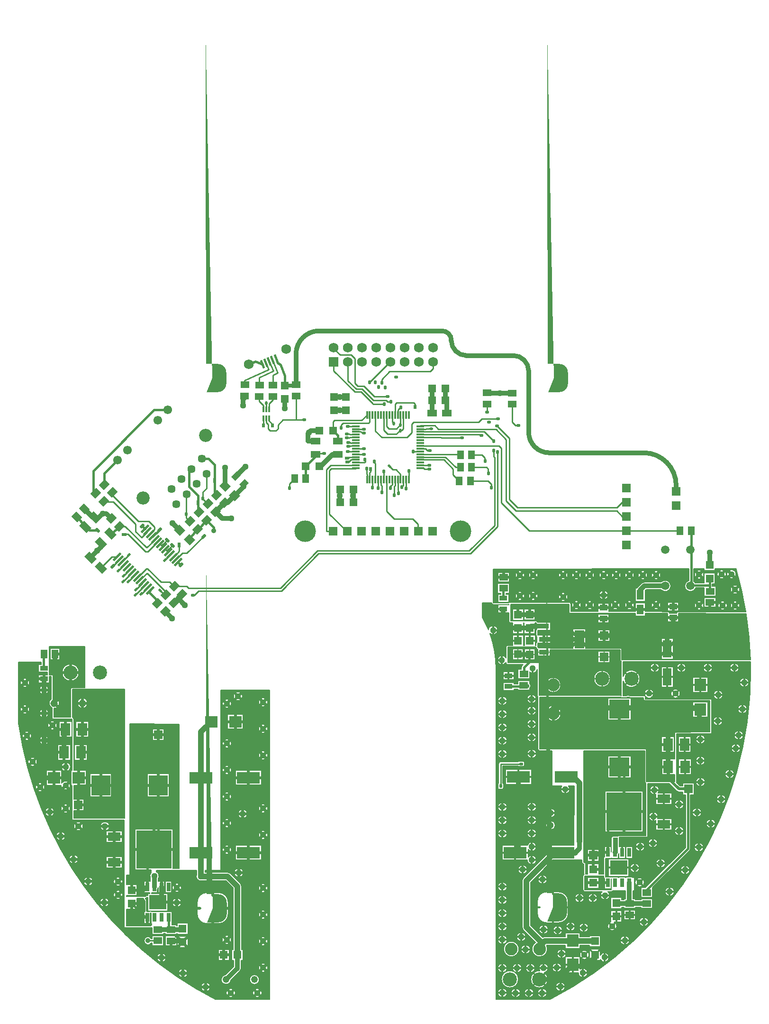
<source format=gtl>
G04 DesignSpark PCB Gerber Version 12.0 Build 5942*
%FSLAX35Y35*%
%MOMM*%
%AMT23*0 Rounded Rectangle Pad at angle 0*4,1,28,-0.11250,-0.30000,0.11250,-0.30000,0.13840,-0.29660,0.16250,-0.28660,0.18320,-0.27070,0.19910,-0.25000,0.20910,-0.22590,0.21250,-0.20000,0.21250,0.20000,0.20910,0.22590,0.19910,0.25000,0.18320,0.27070,0.16250,0.28660,0.13840,0.29660,0.11250,0.30000,-0.11250,0.30000,-0.13840,0.29660,-0.16250,0.28660,-0.18320,0.27070,-0.19910,0.25000,-0.20910,0.22590,-0.21250,0.20000,-0.21250,-0.20000,-0.20910,-0.22590,-0.19910,-0.25000,-0.18320,-0.27070,-0.16250,-0.28660,-0.13840,-0.29660,-0.11250,-0.30000,0*%
%ADD23T23*%
%AMT22*0 Rounded Rectangle Pad at angle 0*4,1,28,-0.12500,-0.34500,0.12500,-0.34500,0.15090,-0.34160,0.17500,-0.33160,0.19570,-0.31570,0.21160,-0.29500,0.22160,-0.27090,0.22500,-0.24500,0.22500,0.24500,0.22160,0.27090,0.21160,0.29500,0.19570,0.31570,0.17500,0.33160,0.15090,0.34160,0.12500,0.34500,-0.12500,0.34500,-0.15090,0.34160,-0.17500,0.33160,-0.19570,0.31570,-0.21160,0.29500,-0.22160,0.27090,-0.22500,0.24500,-0.22500,-0.24500,-0.22160,-0.27090,-0.21160,-0.29500,-0.19570,-0.31570,-0.17500,-0.33160,-0.15090,-0.34160,-0.12500,-0.34500,0*%
%ADD22T22*%
%AMT28*0 Rounded Rectangle Pad at angle 0*4,1,28,-0.13750,-0.34500,0.13750,-0.34500,0.16340,-0.34160,0.18750,-0.33160,0.20820,-0.31570,0.22410,-0.29500,0.23410,-0.27090,0.23750,-0.24500,0.23750,0.24500,0.23410,0.27090,0.22410,0.29500,0.20820,0.31570,0.18750,0.33160,0.16340,0.34160,0.13750,0.34500,-0.13750,0.34500,-0.16340,0.34160,-0.18750,0.33160,-0.20820,0.31570,-0.22410,0.29500,-0.23410,0.27090,-0.23750,0.24500,-0.23750,-0.24500,-0.23410,-0.27090,-0.22410,-0.29500,-0.20820,-0.31570,-0.18750,-0.33160,-0.16340,-0.34160,-0.13750,-0.34500,0*%
%ADD28T28*%
%AMT29*0 Rounded Rectangle Pad at angle 0*4,1,32,-0.11000,-0.44500,0.11000,-0.44500,0.14340,-0.44120,0.17510,-0.43010,0.20350,-0.41220,0.22720,-0.38850,0.24510,-0.36010,0.25620,-0.32840,0.26000,-0.29500,0.26000,0.29500,0.25620,0.32840,0.24510,0.36010,0.22720,0.38850,0.20350,0.41220,0.17510,0.43010,0.14340,0.44120,0.11000,0.44500,-0.11000,0.44500,-0.14340,0.44120,-0.17510,0.43010,-0.20350,0.41220,-0.22720,0.38850,-0.24510,0.36010,-0.25620,0.32840,-0.26000,0.29500,-0.26000,-0.29500,-0.25620,-0.32840,-0.24510,-0.36010,-0.22720,-0.38850,-0.20350,-0.41220,-0.17510,-0.43010,-0.14340,-0.44120,-0.11000,-0.44500,0*%
%ADD29T29*%
%AMT75*0 Rounded Rectangle Pad at angle 0*4,1,32,-0.31000,-0.60500,0.31000,-0.60500,0.34340,-0.60120,0.37510,-0.59010,0.40350,-0.57220,0.42720,-0.54850,0.44510,-0.52010,0.45620,-0.48840,0.46000,-0.45500,0.46000,0.45500,0.45620,0.48840,0.44510,0.52010,0.42720,0.54850,0.40350,0.57220,0.37510,0.59010,0.34340,0.60120,0.31000,0.60500,-0.31000,0.60500,-0.34340,0.60120,-0.37510,0.59010,-0.40350,0.57220,-0.42720,0.54850,-0.44510,0.52010,-0.45620,0.48840,-0.46000,0.45500,-0.46000,-0.45500,-0.45620,-0.48840,-0.44510,-0.52010,-0.42720,-0.54850,-0.40350,-0.57220,-0.37510,-0.59010,-0.34340,-0.60120,-0.31000,-0.60500,0*%
%ADD75T75*%
%AMT111*0 Rounded Rectangle Pad at angle 0*4,1,92,-1.00000,-2.50000,1.00000,-2.50000,1.10700,-2.49620,1.21340,-2.48480,1.31880,-2.46580,1.42250,-2.43930,1.52410,-2.40550,1.62300,-2.36450,1.71870,-2.31660,1.81080,-2.26200,1.89870,-2.20100,1.98210,-2.13380,2.06050,-2.06090,2.13350,-1.98260,2.20070,-1.89930,2.26180,-1.81140,2.31650,-1.71930,2.36450,-1.62360,2.40550,-1.52470,2.43930,-1.42310,2.46580,-1.31940,2.48480,-1.21400,2.49630,-1.10760,2.50000,-1.00000,2.50000,1.00000,2.49620,1.10700,2.48480,1.21340,2.46580,1.31880,2.43930,1.42250,2.40550,1.52410,2.36450,1.62300,2.31660,1.71870,2.26200,1.81080,2.20100,1.89870,2.13380,1.98210,2.06090,2.06050,1.98260,2.13350,1.89930,2.20070,1.81140,2.26180,1.71930,2.31650,1.62360,2.36450,1.52470,2.40550,1.42310,2.43930,1.31940,2.46580,1.21400,2.48480,1.10760,2.49630,1.00000,2.50000,-1.00000,2.50000,-1.10700,2.49620,-1.21340,2.48480,-1.31880,2.46580,-1.42250,2.43930,-1.52410,2.40550,-1.62300,2.36450,-1.71870,2.31660,-1.81080,2.26200,-1.89870,2.20100,-1.98210,2.13380,-2.06050,2.06090,-2.13350,1.98260,-2.20070,1.89930,-2.26180,1.81140,-2.31650,1.71930,-2.36450,1.62360,-2.40550,1.52470,-2.43930,1.42310,-2.46580,1.31940,-2.48480,1.21400,-2.49630,1.10760,-2.50000,1.00000,-2.50000,-1.00000,-2.49620,-1.10700,-2.48480,-1.21340,-2.46580,-1.31880,-2.43930,-1.42250,-2.40550,-1.52410,-2.36450,-1.62300,-2.31660,-1.71870,-2.26200,-1.81080,-2.20100,-1.89870,-2.13380,-1.98210,-2.06090,-2.06050,-1.98260,-2.13350,-1.89930,-2.20070,-1.81140,-2.26180,-1.71930,-2.31650,-1.62360,-2.36450,-1.52470,-2.40550,-1.42310,-2.43930,-1.31940,-2.46580,-1.21400,-2.48480,-1.10760,-2.49630,-1.00000,-2.50000,0*%
%ADD111T111*%
%ADD127R,0.30000X0.99000*%
%ADD116R,0.30000X1.47500*%
%ADD80R,0.65000X1.52500*%
%ADD95R,1.20000X1.52400*%
%ADD90R,1.30000X1.80000*%
%ADD83R,1.42240X1.47320*%
%ADD96R,1.60000X3.15000*%
%ADD87R,1.75000X2.25000*%
%ADD89R,1.75000X3.20000*%
%ADD105R,2.15000X2.20000*%
%ADD110R,2.15000X2.30000*%
%ADD121R,3.35000X3.60000*%
%ADD85R,6.23000X6.74000*%
%ADD106R,1.52400X1.52400*%
%ADD117R,1.75260X1.75260*%
%ADD11C,0.12700*%
%ADD10C,0.20000*%
%ADD14C,0.25400*%
%ADD15C,0.30000*%
%ADD19C,0.38100*%
%ADD17C,0.50000*%
%ADD26C,0.54000*%
%ADD77C,0.63500*%
%ADD18C,0.85000*%
%ADD72C,0.90000*%
%ADD74C,1.00000*%
%ADD70C,1.12000*%
%AMT27*0 Rounded Rectangle Pad at angle 45*4,1,28,0.15560,-0.33230,0.33230,-0.15560,0.34820,-0.13490,0.35820,-0.11080,0.36160,-0.08490,0.35820,-0.05900,0.34820,-0.03490,0.33230,-0.01410,-0.01410,0.33230,-0.03480,0.34820,-0.05890,0.35820,-0.08480,0.36160,-0.11070,0.35820,-0.13480,0.34820,-0.15560,0.33230,-0.33230,0.15560,-0.34820,0.13490,-0.35820,0.11080,-0.36160,0.08490,-0.35820,0.05900,-0.34820,0.03490,-0.33230,0.01410,0.01410,-0.33230,0.03480,-0.34820,0.05890,-0.35820,0.08480,-0.36160,0.11070,-0.35820,0.13480,-0.34820,0.15560,-0.33230,0*%
%ADD27T27*%
%AMT76*0 Rounded Rectangle Pad at angle 90*4,1,28,0.30000,-0.11250,0.30000,0.11250,0.29660,0.13840,0.28660,0.16250,0.27070,0.18320,0.25000,0.19910,0.22590,0.20910,0.20000,0.21250,-0.20000,0.21250,-0.22590,0.20910,-0.25000,0.19910,-0.27070,0.18320,-0.28660,0.16250,-0.29660,0.13840,-0.30000,0.11250,-0.30000,-0.11250,-0.29660,-0.13840,-0.28660,-0.16250,-0.27070,-0.18320,-0.25000,-0.19910,-0.22590,-0.20910,-0.20000,-0.21250,0.20000,-0.21250,0.22590,-0.20910,0.25000,-0.19910,0.27070,-0.18320,0.28660,-0.16250,0.29660,-0.13840,0.30000,-0.11250,0*%
%ADD76T76*%
%AMT24*0 Rounded Rectangle Pad at angle 90*4,1,28,0.34500,-0.12500,0.34500,0.12500,0.34160,0.15090,0.33160,0.17500,0.31570,0.19570,0.29500,0.21160,0.27090,0.22160,0.24500,0.22500,-0.24500,0.22500,-0.27090,0.22160,-0.29500,0.21160,-0.31570,0.19570,-0.33160,0.17500,-0.34160,0.15090,-0.34500,0.12500,-0.34500,-0.12500,-0.34160,-0.15090,-0.33160,-0.17500,-0.31570,-0.19570,-0.29500,-0.21160,-0.27090,-0.22160,-0.24500,-0.22500,0.24500,-0.22500,0.27090,-0.22160,0.29500,-0.21160,0.31570,-0.19570,0.33160,-0.17500,0.34160,-0.15090,0.34500,-0.12500,0*%
%ADD24T24*%
%AMT71*0 Rounded Rectangle Pad at angle 135*4,1,28,0.33230,0.15560,0.15560,0.33230,0.13490,0.34820,0.11080,0.35820,0.08490,0.36160,0.05900,0.35820,0.03490,0.34820,0.01410,0.33230,-0.33230,-0.01410,-0.34820,-0.03480,-0.35820,-0.05890,-0.36160,-0.08480,-0.35820,-0.11070,-0.34820,-0.13480,-0.33230,-0.15560,-0.15560,-0.33230,-0.13490,-0.34820,-0.11080,-0.35820,-0.08490,-0.36160,-0.05900,-0.35820,-0.03490,-0.34820,-0.01410,-0.33230,0.33230,0.01410,0.34820,0.03480,0.35820,0.05890,0.36160,0.08480,0.35820,0.11070,0.34820,0.13480,0.33230,0.15560,0*%
%ADD71T71*%
%AMT21*0 Rounded Rectangle Pad at angle 45*4,1,32,0.23690,-0.39240,0.39240,-0.23690,0.41330,-0.21060,0.42790,-0.18030,0.43540,-0.14760,0.43540,-0.11400,0.42790,-0.08120,0.41330,-0.05090,0.39240,-0.02470,-0.02470,0.39240,-0.05100,0.41330,-0.08130,0.42790,-0.11400,0.43540,-0.14760,0.43540,-0.18040,0.42790,-0.21070,0.41330,-0.23690,0.39240,-0.39240,0.23690,-0.41330,0.21060,-0.42790,0.18030,-0.43540,0.14760,-0.43540,0.11400,-0.42790,0.08120,-0.41330,0.05090,-0.39240,0.02470,0.02470,-0.39240,0.05100,-0.41330,0.08130,-0.42790,0.11400,-0.43540,0.14760,-0.43540,0.18040,-0.42790,0.21070,-0.41330,0.23690,-0.39240,0*%
%ADD21T21*%
%AMT78*0 Rounded Rectangle Pad at angle 90*4,1,28,0.34500,-0.13750,0.34500,0.13750,0.34160,0.16340,0.33160,0.18750,0.31570,0.20820,0.29500,0.22410,0.27090,0.23410,0.24500,0.23750,-0.24500,0.23750,-0.27090,0.23410,-0.29500,0.22410,-0.31570,0.20820,-0.33160,0.18750,-0.34160,0.16340,-0.34500,0.13750,-0.34500,-0.13750,-0.34160,-0.16340,-0.33160,-0.18750,-0.31570,-0.20820,-0.29500,-0.22410,-0.27090,-0.23410,-0.24500,-0.23750,0.24500,-0.23750,0.27090,-0.23410,0.29500,-0.22410,0.31570,-0.20820,0.33160,-0.18750,0.34160,-0.16340,0.34500,-0.13750,0*%
%ADD78T78*%
%AMT25*0 Rounded Rectangle Pad at angle 135*4,1,28,0.34120,0.14670,0.14670,0.34120,0.12600,0.35710,0.10190,0.36710,0.07600,0.37050,0.05010,0.36710,0.02600,0.35710,0.00530,0.34120,-0.34120,-0.00530,-0.35710,-0.02600,-0.36710,-0.05010,-0.37050,-0.07600,-0.36710,-0.10190,-0.35710,-0.12600,-0.34120,-0.14670,-0.14670,-0.34120,-0.12600,-0.35710,-0.10190,-0.36710,-0.07600,-0.37050,-0.05010,-0.36710,-0.02600,-0.35710,-0.00530,-0.34120,0.34120,0.00530,0.35710,0.02600,0.36710,0.05010,0.37050,0.07600,0.36710,0.10190,0.35710,0.12600,0.34120,0.14670,0*%
%ADD25T25*%
%AMT73*0 Rounded Rectangle Pad at angle 90*4,1,32,0.44500,-0.11000,0.44500,0.11000,0.44120,0.14340,0.43010,0.17510,0.41220,0.20350,0.38850,0.22720,0.36010,0.24510,0.32840,0.25620,0.29500,0.26000,-0.29500,0.26000,-0.32840,0.25620,-0.36010,0.24510,-0.38850,0.22720,-0.41220,0.20350,-0.43010,0.17510,-0.44120,0.14340,-0.44500,0.11000,-0.44500,-0.11000,-0.44120,-0.14340,-0.43010,-0.17510,-0.41220,-0.20350,-0.38850,-0.22720,-0.36010,-0.24510,-0.32840,-0.25620,-0.29500,-0.26000,0.29500,-0.26000,0.32840,-0.25620,0.36010,-0.24510,0.38850,-0.22720,0.41220,-0.20350,0.43010,-0.17510,0.44120,-0.14340,0.44500,-0.11000,0*%
%ADD73T73*%
%AMT20*0 Rounded Rectangle Pad at angle 135*4,1,32,0.39240,0.23690,0.23690,0.39240,0.21060,0.41330,0.18030,0.42790,0.14760,0.43540,0.11400,0.43540,0.08120,0.42790,0.05090,0.41330,0.02470,0.39240,-0.39240,-0.02470,-0.41330,-0.05100,-0.42790,-0.08130,-0.43540,-0.11400,-0.43540,-0.14760,-0.42790,-0.18040,-0.41330,-0.21070,-0.39240,-0.23690,-0.23690,-0.39240,-0.21060,-0.41330,-0.18030,-0.42790,-0.14760,-0.43540,-0.11400,-0.43540,-0.08120,-0.42790,-0.05090,-0.41330,-0.02470,-0.39240,0.39240,0.02470,0.41330,0.05100,0.42790,0.08130,0.43540,0.11400,0.43540,0.14760,0.42790,0.18040,0.41330,0.21070,0.39240,0.23690,0*%
%ADD20T20*%
%ADD123C,1.21700*%
%ADD125C,1.31600*%
%ADD112C,1.44600*%
%ADD93C,1.50000*%
%ADD113C,1.55000*%
%ADD118C,1.75260*%
%ADD107C,2.25000*%
%ADD114C,2.35500*%
%ADD119C,2.52400*%
%ADD79C,3.85000*%
%ADD115R,1.47500X0.30000*%
%AMT126*0 Rectangle Pad at angle 22*21,1,0.40000,1.50000,0,0,22*%
%ADD126T126*%
%ADD108R,1.40000X0.90000*%
%ADD88R,1.75000X0.95000*%
%AMT102*0 Rectangle Pad at angle 45*21,1,1.20000,1.52400,0,0,45*%
%ADD102T102*%
%ADD120R,1.39700X1.01600*%
%ADD86R,1.52400X1.20000*%
%AMT109*0 Rectangle Pad at angle 45*21,1,1.20000,1.80000,0,0,45*%
%ADD109T109*%
%AMT100*0 Rectangle Pad at angle 45*21,1,1.30000,1.80000,0,0,45*%
%ADD100T100*%
%ADD104R,1.80000X1.20000*%
%ADD92R,1.80000X1.30000*%
%AMT101*0 Rectangle Pad at angle 45*21,1,1.42240,1.47320,0,0,45*%
%ADD101T101*%
%ADD99R,1.47320X1.42240*%
%ADD84R,2.28000X1.52400*%
%ADD97R,1.63000X1.53000*%
%ADD122R,2.20000X2.15000*%
%ADD124R,2.30000X2.15000*%
%ADD82R,4.15000X2.15000*%
%ADD81R,3.10000X2.60000*%
%AMT94*0 Rectangle Pad at angle 135*21,1,0.45000,1.80000,0,0,135*%
%ADD94T94*%
%AMT103*0 Rectangle Pad at angle 135*21,1,1.01600,1.39700,0,0,135*%
%ADD103T103*%
%AMT91*0 Rectangle Pad at angle 135*21,1,1.20000,1.52400,0,0,135*%
%ADD91T91*%
%ADD98R,3.60000X3.35000*%
X0Y0D02*
D02*
D10*
X48175330Y45771260D02*
X48140330D01*
X48236450Y45707600D02*
Y45672580D01*
Y45834920D02*
Y45869880D01*
X48297570Y45771260D02*
X48332530D01*
X48385330Y45770260D02*
X48350330D01*
X48446450Y45706600D02*
Y45671580D01*
Y45833920D02*
Y45868880D01*
X48507570Y45770260D02*
X48542530D01*
X48624950Y45811260D02*
X48589930D01*
X48702450Y45773760D02*
Y45738780D01*
X48763450Y45223760D02*
X48728450D01*
X48779950Y45811260D02*
X48814930D01*
X48865950Y45121260D02*
Y45086260D01*
Y45326260D02*
Y45361260D01*
X48968450Y45223760D02*
X49003450D01*
X49622250Y45335260D02*
X49587250D01*
X49699950Y45724260D02*
X49664930D01*
X49738450Y45219060D02*
Y45184060D01*
Y45451460D02*
Y45486460D01*
X49771450Y45657760D02*
Y45622780D01*
Y45790760D02*
Y45825780D01*
X49842950Y45724260D02*
X49877930D01*
X49854650Y45335260D02*
X49889650D01*
D02*
D11*
X39313950Y45631660D02*
Y44524640D01*
G75*
G03*
X42826290Y39613110I6505990J940930D01*
G01*
X43793600D01*
Y45134160D01*
X42922450D01*
Y41916660D01*
X42647330D01*
Y41881080D01*
X43044690D01*
G75*
G02*
X43100940Y41858750I2260J-76320D01*
G01*
X43273380Y41686310D01*
G75*
G02*
X43297330Y41630780I-52400J-55530D01*
G01*
Y40502230D01*
X43320930D01*
Y40307280D01*
X43289830D01*
Y40165780D01*
G75*
G02*
X43268700Y40116150I-68860J0D01*
G01*
X43105970Y39953420D01*
G75*
G02*
X42932250Y39964260I-86520J10840D01*
G01*
G75*
G02*
X43008610Y40050780I87200J0D01*
G01*
X43152130Y40194300D01*
Y40307280D01*
X43120930D01*
Y40502230D01*
X43144630D01*
Y41599100D01*
X43015350Y41728380D01*
X42592710D01*
G75*
G02*
X42494630Y41845210I-25270J78370D01*
G01*
Y41916660D01*
X41772450D01*
Y41889930D01*
G75*
G02*
X41805330Y41764190I-32500J-75670D01*
G01*
Y41718080D01*
X41922330D01*
Y41512880D01*
X41804630D01*
Y41605690D01*
G75*
G02*
X41795330Y41579740I-68170J9790D01*
G01*
Y41512880D01*
X41692450D01*
Y41500580D01*
X41981330D01*
Y41187880D01*
X41618630D01*
Y41429160D01*
X41600640D01*
G75*
G02*
X41600580I-30J29380D01*
G01*
X41600490D01*
G75*
G02*
X41577450Y41412550I-28750J15600D01*
G01*
Y41407260D01*
G75*
G02*
X41600160Y41376120I-10000J-31140D01*
G01*
Y41376110D01*
G75*
G02*
Y41376030I-32510J-40D01*
G01*
Y41198670D01*
G75*
G02*
X41604450Y41187240I-27940J-17010D01*
G01*
G75*
G02*
X41606000Y41181660I-30610J-11510D01*
G01*
X41650040D01*
G75*
G02*
X41668260Y41187250I18290J-27120D01*
G01*
X41672860Y41187260D01*
G75*
G02*
X41691230Y41181660I70J-32700D01*
G01*
X42054950D01*
Y40942080D01*
X42139530D01*
Y40924580D01*
X42143980D01*
Y40975280D01*
X42338930D01*
Y40775280D01*
X42143980D01*
Y40786880D01*
X42139530D01*
Y40769380D01*
X41934430D01*
Y40788880D01*
X41902530D01*
Y40771380D01*
X41697430D01*
Y40894160D01*
X41675630D01*
G75*
G02*
X41672950Y40894050I-2680J32590D01*
G01*
X41239450D01*
G75*
G02*
X41236770Y40894160I0J32710D01*
G01*
X41201450D01*
Y42814260D01*
X40265950D01*
Y43429380D01*
X40249630D01*
Y43697080D01*
X40265950D01*
Y44615760D01*
X39910950D01*
Y44806740D01*
G75*
G02*
Y44806760I24380J10D01*
G01*
G75*
G02*
Y44806790I36570J20D01*
G01*
Y44815040D01*
G75*
G02*
X39895630Y44973560I38500J83720D01*
G01*
Y45373760D01*
X39863450D01*
G75*
G02*
X39860830Y45373870I60J32710D01*
G01*
Y45260380D01*
X39668130D01*
Y45403080D01*
X39830920D01*
G75*
G02*
X39830740Y45406470I32530J3430D01*
G01*
Y45450380D01*
X39668130D01*
Y45593080D01*
X39717530D01*
Y45631660D01*
X39313950D01*
X42952500Y42283630D02*
G75*
G02*
X43117200I82350J0D01*
G01*
G75*
G02*
X42952500I-82350J0D01*
G01*
Y42757630D02*
G75*
G02*
X43117200I82350J0D01*
G01*
G75*
G02*
X42952500I-82350J0D01*
G01*
Y43231630D02*
G75*
G02*
X43117200I82350J0D01*
G01*
G75*
G02*
X42952500I-82350J0D01*
G01*
Y43705630D02*
G75*
G02*
X43117200I82350J0D01*
G01*
G75*
G02*
X42952500I-82350J0D01*
G01*
Y44179630D02*
G75*
G02*
X43117200I82350J0D01*
G01*
G75*
G02*
X42952500I-82350J0D01*
G01*
Y44890630D02*
G75*
G02*
X43117200I82350J0D01*
G01*
G75*
G02*
X42952500I-82350J0D01*
G01*
X43043630Y44702080D02*
X43326330D01*
Y44434380D01*
X43043630D01*
Y44702080D01*
X43164170Y41872140D02*
G75*
G02*
X43328870I82350J0D01*
G01*
G75*
G02*
X43164170I-82350J0D01*
G01*
X43187130Y42365580D02*
X43654830D01*
Y42097880D01*
X43187130D01*
Y42365580D01*
X43527450Y40051460D02*
G75*
G02*
X43614650Y39964260I0J-87200D01*
G01*
G75*
G02*
X43527450Y39877060I-87200J0D01*
G01*
G75*
G02*
X43440250Y39964260I0J87200D01*
G01*
G75*
G02*
X43527450Y40051460I87200J0D01*
G01*
X43495260Y39725510D02*
G75*
G02*
X43659960I82350J0D01*
G01*
G75*
G02*
X43495260I-82350J0D01*
G01*
X43598850Y40175670D02*
G75*
G02*
X43763550I82350J0D01*
G01*
G75*
G02*
X43598850I-82350J0D01*
G01*
Y40649670D02*
G75*
G02*
X43763550I82350J0D01*
G01*
G75*
G02*
X43598850I-82350J0D01*
G01*
Y41123670D02*
G75*
G02*
X43763550I82350J0D01*
G01*
G75*
G02*
X43598850I-82350J0D01*
G01*
Y41597670D02*
G75*
G02*
X43763550I82350J0D01*
G01*
G75*
G02*
X43598850I-82350J0D01*
G01*
X43187130Y43703080D02*
X43654830D01*
Y43435380D01*
X43187130D01*
Y43703080D01*
X43234100Y42923260D02*
G75*
G02*
X43398800I82350J0D01*
G01*
G75*
G02*
X43234100I-82350J0D01*
G01*
X43598850Y42545670D02*
G75*
G02*
X43763550I82350J0D01*
G01*
G75*
G02*
X43598850I-82350J0D01*
G01*
Y43019670D02*
G75*
G02*
X43763550I82350J0D01*
G01*
G75*
G02*
X43598850I-82350J0D01*
G01*
X43149920Y45021760D02*
G75*
G02*
X43314620I82350J0D01*
G01*
G75*
G02*
X43149920I-82350J0D01*
G01*
X43598850Y43967670D02*
G75*
G02*
X43763550I82350J0D01*
G01*
G75*
G02*
X43598850I-82350J0D01*
G01*
Y44441670D02*
G75*
G02*
X43763550I82350J0D01*
G01*
G75*
G02*
X43598850I-82350J0D01*
G01*
Y44915670D02*
G75*
G02*
X43763550I82350J0D01*
G01*
G75*
G02*
X43598850I-82350J0D01*
G01*
X43021260Y39725510D02*
G75*
G02*
X43185960I82350J0D01*
G01*
G75*
G02*
X43021260I-82350J0D01*
G01*
X42505100Y41129870D02*
Y41351650D01*
G75*
G02*
X42670560Y41517110I165460J0D01*
G01*
X42892340D01*
G75*
G02*
X43057800Y41351650I0J-165460D01*
G01*
Y41129870D01*
G75*
G02*
X42892340Y40964410I-165460J0D01*
G01*
X42670560D01*
G75*
G02*
X42505100Y41129870I0J165460D01*
G01*
X42949880Y40674160D02*
G75*
G02*
X43114580I82350J0D01*
G01*
G75*
G02*
X42949880I-82350J0D01*
G01*
X42879930Y40502230D02*
X43079930D01*
Y40307280D01*
X42879930D01*
Y40502230D01*
X42572760Y39832460D02*
G75*
G02*
X42737460I82350J0D01*
G01*
G75*
G02*
X42572760I-82350J0D01*
G01*
X41931630Y41718080D02*
X42049330D01*
Y41512880D01*
X41931630D01*
Y41718080D01*
X42057600Y41339160D02*
G75*
G02*
X42222300I82350J0D01*
G01*
G75*
G02*
X42057600I-82350J0D01*
G01*
Y41604160D02*
G75*
G02*
X42222300I82350J0D01*
G01*
G75*
G02*
X42057600I-82350J0D01*
G01*
X42143980Y40734280D02*
X42338930D01*
Y40534280D01*
X42143980D01*
Y40734280D01*
X42168510Y40079490D02*
G75*
G02*
X42333210I82350J0D01*
G01*
G75*
G02*
X42168510I-82350J0D01*
G01*
X41933430Y40742080D02*
X42138530D01*
Y40569380D01*
X41933430D01*
Y40742080D01*
X41553600Y40657760D02*
G75*
G02*
X41684680Y40696780I71350J0D01*
G01*
X41696430D01*
Y40744080D01*
X41901530D01*
Y40571380D01*
X41696430D01*
Y40618680D01*
X41684650D01*
G75*
G02*
X41553600Y40657760I-59700J39080D01*
G01*
X41783450Y40355480D02*
G75*
G02*
X41948150I82350J0D01*
G01*
G75*
G02*
X41783450I-82350J0D01*
G01*
X40299090Y42701860D02*
G75*
G02*
X40463790I82350J0D01*
G01*
G75*
G02*
X40299090I-82350J0D01*
G01*
X40474730Y41717160D02*
G75*
G02*
X40639430I82350J0D01*
G01*
G75*
G02*
X40474730I-82350J0D01*
G01*
X40763530Y41341620D02*
G75*
G02*
X40928230I82350J0D01*
G01*
G75*
G02*
X40763530I-82350J0D01*
G01*
X40773090Y42701860D02*
G75*
G02*
X40937790I82350J0D01*
G01*
G75*
G02*
X40773090I-82350J0D01*
G01*
X40879930Y42162780D02*
X41160630D01*
Y41957680D01*
X40879930D01*
Y42162780D01*
X41006700Y41476910D02*
G75*
G02*
X41171400I82350J0D01*
G01*
G75*
G02*
X41006700I-82350J0D01*
G01*
Y41713910D02*
G75*
G02*
X41171400I82350J0D01*
G01*
G75*
G02*
X41006700I-82350J0D01*
G01*
X40879930Y42620780D02*
X41160630D01*
Y42415680D01*
X40879930D01*
Y42620780D01*
X40013630Y44160580D02*
X40241330D01*
Y43882880D01*
X40013630D01*
Y44160580D01*
X40075340Y43761740D02*
G75*
G02*
X40240040I82350J0D01*
G01*
G75*
G02*
X40075340I-82350J0D01*
G01*
X40036130Y44570580D02*
X40263830D01*
Y44292880D01*
X40036130D01*
Y44570580D01*
X39682600Y44716660D02*
G75*
G02*
X39847300I82350J0D01*
G01*
G75*
G02*
X39682600I-82350J0D01*
G01*
X39687600Y44234760D02*
G75*
G02*
X39852300I82350J0D01*
G01*
G75*
G02*
X39687600I-82350J0D01*
G01*
X39783530Y42956100D02*
G75*
G02*
X39948230I82350J0D01*
G01*
G75*
G02*
X39783530I-82350J0D01*
G01*
X39809630Y43697080D02*
X40082330D01*
Y43470720D01*
G75*
G02*
X40235900Y43429380I71220J-41340D01*
G01*
G75*
G02*
X40071200I-82350J0D01*
G01*
X39809630D01*
Y43697080D01*
X39983410Y42526580D02*
G75*
G02*
X40148110I82350J0D01*
G01*
G75*
G02*
X39983410I-82350J0D01*
G01*
X40071200Y43018770D02*
G75*
G02*
X40235900I82350J0D01*
G01*
G75*
G02*
X40071200I-82350J0D01*
G01*
X40214220Y42112860D02*
G75*
G02*
X40378920I82350J0D01*
G01*
G75*
G02*
X40214220I-82350J0D01*
G01*
X39834470Y44503360D02*
G75*
G02*
X39999170I82350J0D01*
G01*
G75*
G02*
X39834470I-82350J0D01*
G01*
X39682600Y45134160D02*
G75*
G02*
X39847300I82350J0D01*
G01*
G75*
G02*
X39682600I-82350J0D01*
G01*
X39344000Y44787360D02*
G75*
G02*
X39508700I82350J0D01*
G01*
G75*
G02*
X39344000I-82350J0D01*
G01*
X39379390Y44316020D02*
G75*
G02*
X39544090I82350J0D01*
G01*
G75*
G02*
X39379390I-82350J0D01*
G01*
X39480710Y43853230D02*
G75*
G02*
X39645410I82350J0D01*
G01*
G75*
G02*
X39480710I-82350J0D01*
G01*
X39615660Y43399110D02*
G75*
G02*
X39780360I82350J0D01*
G01*
G75*
G02*
X39615660I-82350J0D01*
G01*
X39344000Y45261360D02*
G75*
G02*
X39508700I82350J0D01*
G01*
G75*
G02*
X39344000I-82350J0D01*
G01*
X42616040Y39725510D02*
G36*
X42616040Y39725510D02*
G75*
G03*
X42813910Y39619460I3205080J5742480D01*
G01*
X43787250D01*
Y39725510D01*
X43659960D01*
G75*
G02*
X43495260I-82350J0D01*
G01*
X43185960D01*
G75*
G02*
X43021260I-82350J0D01*
G01*
X42616040D01*
G37*
X42572760Y39832460D02*
G36*
X42572760Y39832460D02*
X42431530D01*
G75*
G03*
X42616040Y39725510I3390020J5635820D01*
G01*
X43021260D01*
G75*
G02*
X43185960I82350J0D01*
G01*
X43495260D01*
G75*
G02*
X43659960I82350J0D01*
G01*
X43787250D01*
Y39832460D01*
X42737460D01*
G75*
G02*
X42572760I-82350J0D01*
G01*
G37*
X42221490Y39964260D02*
G36*
X42221490Y39964260D02*
G75*
G03*
X42431530Y39832460I3599090J5502350D01*
G01*
X42572760D01*
G75*
G02*
X42737460I82350J0D01*
G01*
X43787250D01*
Y39964260D01*
X43614650D01*
G75*
G02*
X43527450Y39877060I-87200J0D01*
G01*
G75*
G02*
X43440250Y39964260I0J87200D01*
G01*
X43116810D01*
X43105970Y39953420D01*
G75*
G02*
X42932250Y39964260I-86520J10840D01*
G01*
X42221490D01*
G37*
X42168510Y40079490D02*
G36*
X42168510Y40079490D02*
X42051200D01*
G75*
G03*
X42221490Y39964260I3769100J5386640D01*
G01*
X42932250D01*
G75*
G02*
X43008610Y40050780I87190J0D01*
G01*
X43037320Y40079490D01*
X42333210D01*
G75*
G02*
X42168510I-82350J0D01*
G01*
G37*
X43232040D02*
G36*
X43232040Y40079490D02*
X43116810Y39964260D01*
X43440250D01*
G75*
G02*
X43527450Y40051460I87200J0D01*
G01*
G75*
G02*
X43614650Y39964260I0J-87200D01*
G01*
X43787250D01*
Y40079490D01*
X43232040D01*
G37*
X41917350Y40175670D02*
G36*
X41917350Y40175670D02*
G75*
G03*
X42051200Y40079490I3904260J5292190D01*
G01*
X42168510D01*
G75*
G02*
X42333210I82350J0D01*
G01*
X43037320D01*
X43133500Y40175670D01*
X41917350D01*
G37*
X43268700Y40116150D02*
G36*
X43268700Y40116150D02*
X43232040Y40079490D01*
X43787250D01*
Y40175670D01*
X43763550D01*
G75*
G02*
X43598850I-82350J0D01*
G01*
X43289830D01*
Y40165780D01*
G75*
G02*
Y40165770I-71620J0D01*
G01*
G75*
G02*
X43268700Y40116150I-68830J0D01*
G01*
G37*
X41783450Y40355480D02*
G36*
X41783450Y40355480D02*
G75*
G02*
X41799820Y40404750I82350J-10D01*
G01*
X41624540D01*
G75*
G03*
X41917350Y40175670I4196350J5062100D01*
G01*
X43133500D01*
X43152130Y40194300D01*
Y40307280D01*
X43120930D01*
Y40404750D01*
X43079930D01*
Y40307280D01*
X42879930D01*
Y40404750D01*
X41931780D01*
G75*
G02*
X41948150Y40355480I-65980J-49280D01*
G01*
G75*
G02*
X41783450I-82350J0D01*
G01*
G37*
X43289830Y40307280D02*
G36*
X43289830Y40307280D02*
Y40175670D01*
X43598850D01*
G75*
G02*
X43763550I82350J0D01*
G01*
X43787250D01*
Y40404750D01*
X43320930D01*
Y40307280D01*
X43289830D01*
G37*
X41554060Y40649670D02*
G36*
X41554060Y40649670D02*
X41345530D01*
G75*
G03*
X41624540Y40404750I4474840J4816310D01*
G01*
X41799820D01*
G75*
G02*
X41931780I65980J-49270D01*
G01*
X42879930D01*
Y40502230D01*
X43079930D01*
Y40404750D01*
X43120930D01*
Y40502230D01*
X43144630D01*
Y40649670D01*
X43110850D01*
G75*
G02*
X42953610I-78620J24490D01*
G01*
X42338930D01*
Y40534280D01*
X42143980D01*
Y40649670D01*
X42138530D01*
Y40569380D01*
X41933430D01*
Y40649670D01*
X41901530D01*
Y40571380D01*
X41696430D01*
Y40618680D01*
X41684650D01*
G75*
G02*
X41554060Y40649670I-59700J39070D01*
G01*
G37*
X43297330D02*
G36*
X43297330Y40649670D02*
Y40502230D01*
X43320930D01*
Y40404750D01*
X43787250D01*
Y40649670D01*
X43763550D01*
G75*
G02*
X43598850I-82350J0D01*
G01*
X43297330D01*
G37*
X41201450Y40894160D02*
G36*
X41201450Y40894160D02*
Y41123670D01*
X40884240D01*
G75*
G03*
X41345530Y40649670I4935910J4342100D01*
G01*
X41554060D01*
G75*
G02*
X41553600Y40657750I70850J8090D01*
G01*
G75*
G02*
Y40657760I143240J10D01*
G01*
G75*
G02*
X41684680Y40696780I71350J0D01*
G01*
X41696430D01*
Y40744080D01*
X41901530D01*
Y40649670D01*
X41933430D01*
Y40742080D01*
X42138530D01*
Y40649670D01*
X42143980D01*
Y40734280D01*
X42338930D01*
Y40649670D01*
X42953610D01*
G75*
G02*
X42949880Y40674160I78630J24500D01*
G01*
G75*
G02*
X43114580I82350J0D01*
G01*
G75*
G02*
X43110850Y40649670I-82360J10D01*
G01*
X43144630D01*
Y41123670D01*
X43057680D01*
G75*
G02*
X42892340Y40964410I-165340J6190D01*
G01*
X42670560D01*
G75*
G02*
X42505220Y41123670I0J165450D01*
G01*
X42054950D01*
Y40942080D01*
X42139530D01*
Y40924580D01*
X42143980D01*
Y40975280D01*
X42338930D01*
Y40775280D01*
X42143980D01*
Y40786880D01*
X42139530D01*
Y40769380D01*
X41934430D01*
Y40788880D01*
X41902530D01*
Y40771380D01*
X41697430D01*
Y40894160D01*
X41675630D01*
G75*
G02*
X41672950Y40894050I-2820J35910D01*
G01*
X41239450D01*
G75*
G02*
X41236770Y40894160I140J36020D01*
G01*
X41201450D01*
G37*
X43297330Y41123670D02*
G36*
X43297330Y41123670D02*
Y40649670D01*
X43598850D01*
G75*
G02*
X43763550I82350J0D01*
G01*
X43787250D01*
Y41123670D01*
X43763550D01*
G75*
G02*
X43598850I-82350J0D01*
G01*
X43297330D01*
G37*
X40763570Y41339160D02*
G36*
X40763570Y41339160D02*
X40702710D01*
G75*
G03*
X40884240Y41123670I5119190J4128230D01*
G01*
X41201450D01*
Y41339160D01*
X40928190D01*
G75*
G02*
X40763570I-82310J2460D01*
G01*
G37*
X41600160D02*
G36*
X41600160Y41339160D02*
Y41198670D01*
G75*
G02*
X41604450Y41187240I-28030J-17040D01*
G01*
G75*
G02*
X41606000Y41181660I-30610J-11510D01*
G01*
X41650040D01*
G75*
G02*
X41668260Y41187250I18290J-27120D01*
G01*
X41672860Y41187260D01*
G75*
G02*
X41691230Y41181660I90J-32650D01*
G01*
X42054950D01*
Y41123670D01*
X42505220D01*
G75*
G02*
X42505100Y41129860I165260J6300D01*
G01*
G75*
G02*
Y41129870I286480J10D01*
G01*
Y41339160D01*
X42222300D01*
G75*
G02*
X42057600I-82350J0D01*
G01*
X41981330D01*
Y41187880D01*
X41618630D01*
Y41339160D01*
X41600160D01*
G37*
X43057800D02*
G36*
X43057800Y41339160D02*
Y41129870D01*
G75*
G02*
Y41129860I-286480J0D01*
G01*
G75*
G02*
X43057680Y41123670I-165380J110D01*
G01*
X43144630D01*
Y41339160D01*
X43057800D01*
G37*
X43297330D02*
G36*
X43297330Y41339160D02*
Y41123670D01*
X43598850D01*
G75*
G02*
X43763550I82350J0D01*
G01*
X43787250D01*
Y41339160D01*
X43297330D01*
G37*
X40594630Y41476910D02*
G36*
X40594630Y41476910D02*
G75*
G03*
X40702710Y41339160I5225750J3988900D01*
G01*
X40763570D01*
G75*
G02*
X40763530Y41341620I82350J2570D01*
G01*
G75*
G02*
X40928230I82350J0D01*
G01*
G75*
G02*
X40928190Y41339160I-82390J110D01*
G01*
X41201450D01*
Y41476910D01*
X41171400D01*
G75*
G02*
X41006700I-82350J0D01*
G01*
X40594630D01*
G37*
X41577450Y41412550D02*
G36*
X41577450Y41412550D02*
Y41407260D01*
G75*
G02*
X41600160Y41376120I-9990J-31140D01*
G01*
Y41376110D01*
Y41376030D01*
Y41339160D01*
X41618630D01*
Y41429160D01*
X41600640D01*
X41600580D01*
X41600490D01*
G75*
G02*
X41577450Y41412550I-28720J15560D01*
G01*
G37*
X41981330Y41476910D02*
G36*
X41981330Y41476910D02*
Y41339160D01*
X42057600D01*
G75*
G02*
X42222300I82350J0D01*
G01*
X42505100D01*
Y41351650D01*
G75*
G02*
Y41351660I286480J10D01*
G01*
G75*
G02*
X42562450Y41476910I165450J0D01*
G01*
X41981330D01*
G37*
X43057800Y41351650D02*
G36*
X43057800Y41351650D02*
Y41339160D01*
X43144630D01*
Y41476910D01*
X43000450D01*
G75*
G02*
X43057800Y41351660I-108100J-125250D01*
G01*
G75*
G02*
Y41351650I-286480J0D01*
G01*
G37*
X43297330Y41476910D02*
G36*
X43297330Y41476910D02*
Y41339160D01*
X43787250D01*
Y41476910D01*
X43297330D01*
G37*
X40504620Y41597670D02*
G36*
X40504620Y41597670D02*
G75*
G03*
X40594630Y41476910I5318430J3870240D01*
G01*
X41006700D01*
G75*
G02*
X41171400I82350J0D01*
G01*
X41201450D01*
Y41597670D01*
X40504620D01*
G37*
X41692450Y41512880D02*
G36*
X41692450Y41512880D02*
Y41500580D01*
X41981330D01*
Y41476910D01*
X42562450D01*
G75*
G02*
X42670560Y41517110I108100J-125250D01*
G01*
X42892340D01*
G75*
G02*
X43000450Y41476910I10J-165450D01*
G01*
X43144630D01*
Y41597670D01*
X42222040D01*
G75*
G02*
X42057860I-82090J6490D01*
G01*
X42049330D01*
Y41512880D01*
X41931630D01*
Y41597670D01*
X41922330D01*
Y41512880D01*
X41804630D01*
Y41597670D01*
X41802990D01*
G75*
G02*
X41795330Y41579740I-66520J17820D01*
G01*
Y41512880D01*
X41692450D01*
G37*
X43297330Y41597670D02*
G36*
X43297330Y41597670D02*
Y41476910D01*
X43787250D01*
Y41597670D01*
X43763550D01*
G75*
G02*
X43598850I-82350J0D01*
G01*
X43297330D01*
G37*
X40474730Y41717160D02*
G36*
X40474730Y41717160D02*
X40419690D01*
G75*
G03*
X40504620Y41597670I5403460J3750690D01*
G01*
X41201450D01*
Y41717160D01*
X41171340D01*
G75*
G02*
X41171400Y41713910I-82320J-3150D01*
G01*
G75*
G02*
X41006700I-82350J0D01*
G01*
G75*
G02*
X41006760Y41717160I82380J100D01*
G01*
X40639430D01*
G75*
G02*
X40474730I-82350J0D01*
G01*
G37*
X41802990Y41597670D02*
G36*
X41802990Y41597670D02*
X41804630D01*
Y41605690D01*
G75*
G02*
X41802990Y41597670I-68170J9760D01*
G01*
G37*
X41922330Y41717160D02*
G36*
X41922330Y41717160D02*
Y41597670D01*
X41931630D01*
Y41717160D01*
X41922330D01*
G37*
X42049330D02*
G36*
X42049330Y41717160D02*
Y41597670D01*
X42057860D01*
G75*
G02*
X42057600Y41604160I82090J6540D01*
G01*
G75*
G02*
X42222300I82350J0D01*
G01*
G75*
G02*
X42222040Y41597670I-82350J50D01*
G01*
X43144630D01*
Y41599100D01*
X43026570Y41717160D01*
X42049330D01*
G37*
X43242530D02*
G36*
X43242530Y41717160D02*
X43273380Y41686310D01*
G75*
G02*
X43297330Y41630800I-52360J-55510D01*
G01*
G75*
G02*
Y41630780I-95490J-10D01*
G01*
Y41597670D01*
X43598850D01*
G75*
G02*
X43763550I82350J0D01*
G01*
X43787250D01*
Y41717160D01*
X43242530D01*
G37*
X40315350Y41872140D02*
G36*
X40315350Y41872140D02*
G75*
G03*
X40419690Y41717160I5506160J3594400D01*
G01*
X40474730D01*
G75*
G02*
X40639430I82350J0D01*
G01*
X41006760D01*
G75*
G02*
X41171340I82290J-3250D01*
G01*
X41201450D01*
Y41872140D01*
X40315350D01*
G37*
X41805330Y41764190D02*
G36*
X41805330Y41764190D02*
Y41718080D01*
X41922330D01*
Y41717160D01*
X41931630D01*
Y41718080D01*
X42049330D01*
Y41717160D01*
X43026570D01*
X43015350Y41728380D01*
X42592710D01*
G75*
G02*
X42485100Y41806760I-25260J78380D01*
G01*
G75*
G02*
X42494630Y41845210I82350J0D01*
G01*
Y41872140D01*
X41798530D01*
G75*
G02*
X41822300Y41814260I-58590J-57880D01*
G01*
G75*
G02*
X41805330Y41764190I-82350J0D01*
G01*
G37*
X43082870Y41872140D02*
G36*
X43082870Y41872140D02*
G75*
G02*
X43100940Y41858750I-35910J-67350D01*
G01*
X43242530Y41717160D01*
X43787250D01*
Y41872140D01*
X43328870D01*
G75*
G02*
X43164170I-82350J0D01*
G01*
X43082870D01*
G37*
X40233230Y42060230D02*
G36*
X40233230Y42060230D02*
X40197050D01*
G75*
G03*
X40315350Y41872140I5625130J3406700D01*
G01*
X41201450D01*
Y42060230D01*
X41160630D01*
Y41957680D01*
X40879930D01*
Y42060230D01*
X40359910D01*
G75*
G02*
X40233230I-63340J52630D01*
G01*
G37*
X41772450Y41916660D02*
G36*
X41772450Y41916660D02*
Y41889930D01*
G75*
G02*
X41798530Y41872140I-32510J-75670D01*
G01*
X42494630D01*
Y41916660D01*
X41772450D01*
G37*
X42647330D02*
G36*
X42647330Y41916660D02*
Y41881080D01*
X43044690D01*
G75*
G02*
X43082870Y41872140I2270J-76290D01*
G01*
X43164170D01*
G75*
G02*
X43328870I82350J0D01*
G01*
X43787250D01*
Y42060230D01*
X42922450D01*
Y41916660D01*
X42647330D01*
G37*
X40067680Y42283630D02*
G36*
X40067680Y42283630D02*
G75*
G03*
X40197050Y42060230I5752790J3182260D01*
G01*
X40233230D01*
G75*
G02*
X40214220Y42112860I63340J52630D01*
G01*
G75*
G02*
X40378920I82350J0D01*
G01*
G75*
G02*
X40359910Y42060230I-82350J0D01*
G01*
X40879930D01*
Y42162780D01*
X41160630D01*
Y42060230D01*
X41201450D01*
Y42283630D01*
X40067680D01*
G37*
X42922450D02*
G36*
X42922450Y42283630D02*
Y42060230D01*
X43787250D01*
Y42283630D01*
X43654830D01*
Y42097880D01*
X43187130D01*
Y42283630D01*
X43117200D01*
G75*
G02*
X42952500I-82350J0D01*
G01*
X42922450D01*
G37*
X39983410Y42526580D02*
G36*
X39983410Y42526580D02*
G75*
G02*
X39985650Y42545670I82350J10D01*
G01*
X39930330D01*
G75*
G03*
X40067680Y42283630I5891500J2921050D01*
G01*
X41201450D01*
Y42545670D01*
X41160630D01*
Y42415680D01*
X40879930D01*
Y42545670D01*
X40145870D01*
G75*
G02*
X40148110Y42526580I-80110J-19080D01*
G01*
G75*
G02*
X39983410I-82350J0D01*
G01*
G37*
X42922450Y42545670D02*
G36*
X42922450Y42545670D02*
Y42283630D01*
X42952500D01*
G75*
G02*
X43117200I82350J0D01*
G01*
X43187130D01*
Y42365580D01*
X43654830D01*
Y42283630D01*
X43787250D01*
Y42545670D01*
X43763550D01*
G75*
G02*
X43598850I-82350J0D01*
G01*
X42922450D01*
G37*
X39829920Y42757630D02*
G36*
X39829920Y42757630D02*
G75*
G03*
X39930330Y42545670I5991070J2708330D01*
G01*
X39985650D01*
G75*
G02*
X40145870I80110J-19090D01*
G01*
X40879930D01*
Y42620780D01*
X41160630D01*
Y42545670D01*
X41201450D01*
Y42757630D01*
X40916030D01*
G75*
G02*
X40937790Y42701860I-60590J-55770D01*
G01*
G75*
G02*
X40773090I-82350J0D01*
G01*
G75*
G02*
X40794850Y42757630I82350J0D01*
G01*
X40442030D01*
G75*
G02*
X40463790Y42701860I-60590J-55770D01*
G01*
G75*
G02*
X40299090I-82350J0D01*
G01*
G75*
G02*
X40320850Y42757630I82350J0D01*
G01*
X39829920D01*
G37*
X42922450D02*
G36*
X42922450Y42757630D02*
Y42545670D01*
X43598850D01*
G75*
G02*
X43763550I82350J0D01*
G01*
X43787250D01*
Y42757630D01*
X43117200D01*
G75*
G02*
X42952500I-82350J0D01*
G01*
X42922450D01*
G37*
X39790360Y42923260D02*
G36*
X39790360Y42923260D02*
X39757770D01*
G75*
G03*
X39829920Y42757630I6064860J2543380D01*
G01*
X40320850D01*
G75*
G02*
X40442030I60590J-55770D01*
G01*
X40794850D01*
G75*
G02*
X40916030I60590J-55770D01*
G01*
X41201450D01*
Y42814260D01*
X40265950D01*
Y42923260D01*
X39941400D01*
G75*
G02*
X39790360I-75520J32840D01*
G01*
G37*
X42922450D02*
G36*
X42922450Y42923260D02*
Y42757630D01*
X42952500D01*
G75*
G02*
X43117200I82350J0D01*
G01*
X43787250D01*
Y42923260D01*
X43398800D01*
G75*
G02*
X43234100I-82350J0D01*
G01*
X42922450D01*
G37*
X39718230Y43019670D02*
G36*
X39718230Y43019670D02*
G75*
G03*
X39757770Y42923260I6103220J2446760D01*
G01*
X39790360D01*
G75*
G02*
X39783530Y42956100I75520J32840D01*
G01*
G75*
G02*
X39813530Y43019670I82350J0D01*
G01*
X39718230D01*
G37*
X39948230Y42956100D02*
G36*
X39948230Y42956100D02*
G75*
G02*
X39941400Y42923260I-82350J0D01*
G01*
X40265950D01*
Y43019670D01*
X40235900D01*
G75*
G02*
Y43018770I-82370J-450D01*
G01*
G75*
G02*
X40071200I-82350J0D01*
G01*
G75*
G02*
Y43019670I82370J450D01*
G01*
X39918230D01*
G75*
G02*
X39948230Y42956100I-52350J-63570D01*
G01*
G37*
X42922450Y43019670D02*
G36*
X42922450Y43019670D02*
Y42923260D01*
X43234100D01*
G75*
G02*
X43398800I82350J0D01*
G01*
X43787250D01*
Y43019670D01*
X43763550D01*
G75*
G02*
X43598850I-82350J0D01*
G01*
X42922450D01*
G37*
X39637480Y43231630D02*
G36*
X39637480Y43231630D02*
G75*
G03*
X39718230Y43019670I6182610J2234020D01*
G01*
X39813530D01*
G75*
G02*
X39918230I52350J-63570D01*
G01*
X40071200D01*
G75*
G02*
X40235900I82350J-900D01*
G01*
X40265950D01*
Y43231630D01*
X39637480D01*
G37*
X42922450D02*
G36*
X42922450Y43231630D02*
Y43019670D01*
X43598850D01*
G75*
G02*
X43763550I82350J0D01*
G01*
X43787250D01*
Y43231630D01*
X43117200D01*
G75*
G02*
X42952500I-82350J0D01*
G01*
X42922450D01*
G37*
X39615660Y43399110D02*
G36*
X39615660Y43399110D02*
X39579510D01*
G75*
G03*
X39637480Y43231630I6243570J2067320D01*
G01*
X40265950D01*
Y43399110D01*
X40230130D01*
G75*
G02*
X40076970I-76580J30270D01*
G01*
X39780360D01*
G75*
G02*
X39615660I-82350J0D01*
G01*
G37*
X42922450D02*
G36*
X42922450Y43399110D02*
Y43231630D01*
X42952500D01*
G75*
G02*
X43117200I82350J0D01*
G01*
X43787250D01*
Y43399110D01*
X42922450D01*
G37*
X39525720Y43569230D02*
G36*
X39525720Y43569230D02*
G75*
G03*
X39579510Y43399110I6294780J1896770D01*
G01*
X39615660D01*
G75*
G02*
X39780360I82350J0D01*
G01*
X40076970D01*
G75*
G02*
X40071200Y43429380I76580J30280D01*
G01*
X39809630D01*
Y43569230D01*
X39525720D01*
G37*
X40082330D02*
G36*
X40082330Y43569230D02*
Y43470720D01*
G75*
G02*
X40235900Y43429380I71220J-41340D01*
G01*
G75*
G02*
X40230130Y43399110I-82350J10D01*
G01*
X40265950D01*
Y43429380D01*
X40249630D01*
Y43569230D01*
X40082330D01*
G37*
X42922450D02*
G36*
X42922450Y43569230D02*
Y43399110D01*
X43787250D01*
Y43569230D01*
X43654830D01*
Y43435380D01*
X43187130D01*
Y43569230D01*
X42922450D01*
G37*
X39486230Y43705630D02*
G36*
X39486230Y43705630D02*
G75*
G03*
X39525720Y43569230I6337320J1760840D01*
G01*
X39809630D01*
Y43697080D01*
X40082330D01*
Y43569230D01*
X40249630D01*
Y43697080D01*
X40265950D01*
Y43705630D01*
X40217970D01*
G75*
G02*
X40097410I-60280J56110D01*
G01*
X39486230D01*
G37*
X42922450D02*
G36*
X42922450Y43705630D02*
Y43569230D01*
X43187130D01*
Y43703080D01*
X43654830D01*
Y43569230D01*
X43787250D01*
Y43705630D01*
X43117200D01*
G75*
G02*
X42952500I-82350J0D01*
G01*
X42922450D01*
G37*
X39480710Y43853230D02*
G36*
X39480710Y43853230D02*
X39447060D01*
G75*
G03*
X39486230Y43705630I6373060J1612280D01*
G01*
X40097410D01*
G75*
G02*
X40075340Y43761740I60280J56100D01*
G01*
G75*
G02*
X40240040I82350J0D01*
G01*
G75*
G02*
X40217970Y43705630I-82350J-10D01*
G01*
X40265950D01*
Y43853230D01*
X39645410D01*
G75*
G02*
X39480710I-82350J0D01*
G01*
G37*
X42922450D02*
G36*
X42922450Y43853230D02*
Y43705630D01*
X42952500D01*
G75*
G02*
X43117200I82350J0D01*
G01*
X43787250D01*
Y43853230D01*
X42922450D01*
G37*
X39419190Y43967670D02*
G36*
X39419190Y43967670D02*
G75*
G03*
X39447060Y43853230I6404530J1499110D01*
G01*
X39480710D01*
G75*
G02*
X39645410I82350J0D01*
G01*
X40265950D01*
Y43967670D01*
X40241330D01*
Y43882880D01*
X40013630D01*
Y43967670D01*
X39419190D01*
G37*
X42922450D02*
G36*
X42922450Y43967670D02*
Y43853230D01*
X43787250D01*
Y43967670D01*
X43763550D01*
G75*
G02*
X43598850I-82350J0D01*
G01*
X42922450D01*
G37*
X39373270Y44179630D02*
G36*
X39373270Y44179630D02*
G75*
G03*
X39419190Y43967670I6447990J1285970D01*
G01*
X40013630D01*
Y44160580D01*
X40241330D01*
Y43967670D01*
X40265950D01*
Y44179630D01*
X39831120D01*
G75*
G02*
X39708780I-61170J55130D01*
G01*
X39373270D01*
G37*
X42922450D02*
G36*
X42922450Y44179630D02*
Y43967670D01*
X43598850D01*
G75*
G02*
X43763550I82350J0D01*
G01*
X43787250D01*
Y44179630D01*
X43117200D01*
G75*
G02*
X42952500I-82350J0D01*
G01*
X42922450D01*
G37*
X39347550Y44316020D02*
G36*
X39347550Y44316020D02*
G75*
G03*
X39373270Y44179630I6476290J1150660D01*
G01*
X39708780D01*
G75*
G02*
X39687600Y44234760I61170J55130D01*
G01*
G75*
G02*
X39756600Y44316020I82350J0D01*
G01*
X39544090D01*
G75*
G02*
X39379390I-82350J0D01*
G01*
X39347550D01*
G37*
X39852300Y44234760D02*
G36*
X39852300Y44234760D02*
G75*
G02*
X39831120Y44179630I-82350J0D01*
G01*
X40265950D01*
Y44316020D01*
X40263830D01*
Y44292880D01*
X40036130D01*
Y44316020D01*
X39783300D01*
G75*
G02*
X39852300Y44234760I-13350J-81260D01*
G01*
G37*
X42922450Y44316020D02*
G36*
X42922450Y44316020D02*
Y44179630D01*
X42952500D01*
G75*
G02*
X43117200I82350J0D01*
G01*
X43787250D01*
Y44316020D01*
X42922450D01*
G37*
X39326490Y44441670D02*
G36*
X39326490Y44441670D02*
G75*
G03*
X39347550Y44316020I6496110J1024210D01*
G01*
X39379390D01*
G75*
G02*
X39544090I82350J0D01*
G01*
X39756600D01*
G75*
G02*
X39783300I13350J-81230D01*
G01*
X40036130D01*
Y44441670D01*
X39971370D01*
G75*
G02*
X39862270I-54550J61690D01*
G01*
X39326490D01*
G37*
X40263830D02*
G36*
X40263830Y44441670D02*
Y44316020D01*
X40265950D01*
Y44441670D01*
X40263830D01*
G37*
X42922450D02*
G36*
X42922450Y44441670D02*
Y44316020D01*
X43787250D01*
Y44441670D01*
X43763550D01*
G75*
G02*
X43598850I-82350J0D01*
G01*
X43326330D01*
Y44434380D01*
X43043630D01*
Y44441670D01*
X42922450D01*
G37*
X39320300Y44568230D02*
G36*
X39320300Y44568230D02*
Y44481730D01*
G75*
G03*
X39326490Y44441670I6505250J984670D01*
G01*
X39862270D01*
G75*
G02*
X39834470Y44503360I54550J61690D01*
G01*
G75*
G02*
X39866090Y44568230I82350J0D01*
G01*
X39320300D01*
G37*
X39999170Y44503360D02*
G36*
X39999170Y44503360D02*
G75*
G02*
X39971370Y44441670I-82350J0D01*
G01*
X40036130D01*
Y44568230D01*
X39967550D01*
G75*
G02*
X39999170Y44503360I-50730J-64870D01*
G01*
G37*
X40263830Y44568230D02*
G36*
X40263830Y44568230D02*
Y44441670D01*
X40265950D01*
Y44568230D01*
X40263830D01*
G37*
X42922450D02*
G36*
X42922450Y44568230D02*
Y44441670D01*
X43043630D01*
Y44568230D01*
X42922450D01*
G37*
X43326330D02*
G36*
X43326330Y44568230D02*
Y44441670D01*
X43598850D01*
G75*
G02*
X43763550I82350J0D01*
G01*
X43787250D01*
Y44568230D01*
X43326330D01*
G37*
X39320300Y44716660D02*
G36*
X39320300Y44716660D02*
Y44568230D01*
X39866090D01*
G75*
G02*
X39967550I50730J-64870D01*
G01*
X40036130D01*
Y44570580D01*
X40263830D01*
Y44568230D01*
X40265950D01*
Y44615760D01*
X39910950D01*
Y44716660D01*
X39847300D01*
G75*
G02*
X39682600I-82350J0D01*
G01*
X39468580D01*
G75*
G02*
X39384120I-42230J70710D01*
G01*
X39320300D01*
G37*
X42922450D02*
G36*
X42922450Y44716660D02*
Y44568230D01*
X43043630D01*
Y44702080D01*
X43326330D01*
Y44568230D01*
X43787250D01*
Y44716660D01*
X42922450D01*
G37*
X39320300Y44890630D02*
G36*
X39320300Y44890630D02*
Y44716660D01*
X39384120D01*
G75*
G02*
X39344000Y44787360I42230J70700D01*
G01*
G75*
G02*
X39508700I82350J0D01*
G01*
G75*
G02*
X39468580Y44716660I-82350J0D01*
G01*
X39682600D01*
G75*
G02*
X39847300I82350J0D01*
G01*
X39910950D01*
Y44806740D01*
Y44806760D01*
Y44806790D01*
Y44815040D01*
G75*
G02*
X39857660Y44890630I38500J83720D01*
G01*
X39320300D01*
G37*
X42922450D02*
G36*
X42922450Y44890630D02*
Y44716660D01*
X43787250D01*
Y44890630D01*
X43759650D01*
G75*
G02*
X43602750I-78450J25040D01*
G01*
X43117200D01*
G75*
G02*
X42952500I-82350J0D01*
G01*
X42922450D01*
G37*
X39320300Y45021760D02*
G36*
X39320300Y45021760D02*
Y44890630D01*
X39857660D01*
G75*
G02*
X39857300Y44898760I91780J8140D01*
G01*
G75*
G02*
X39895630Y44973560I92160J0D01*
G01*
Y45021760D01*
X39320300D01*
G37*
X42922450D02*
G36*
X42922450Y45021760D02*
Y44890630D01*
X42952500D01*
G75*
G02*
X43117200I82350J0D01*
G01*
X43602750D01*
G75*
G02*
X43598850Y44915670I78450J25040D01*
G01*
G75*
G02*
X43763550I82350J0D01*
G01*
G75*
G02*
X43759650Y44890630I-82350J0D01*
G01*
X43787250D01*
Y45021760D01*
X43314620D01*
G75*
G02*
X43149920I-82350J0D01*
G01*
X42922450D01*
G37*
X39320300Y45134160D02*
G36*
X39320300Y45134160D02*
Y45021760D01*
X39895630D01*
Y45134160D01*
X39847300D01*
G75*
G02*
X39682600I-82350J0D01*
G01*
X39320300D01*
G37*
X42922450D02*
G36*
X42922450Y45134160D02*
Y45021760D01*
X43149920D01*
G75*
G02*
X43314620I82350J0D01*
G01*
X43787250D01*
Y45134160D01*
X42922450D01*
G37*
X39320300Y45261360D02*
G36*
X39320300Y45261360D02*
Y45134160D01*
X39682600D01*
G75*
G02*
X39847300I82350J0D01*
G01*
X39895630D01*
Y45261360D01*
X39860830D01*
Y45260380D01*
X39668130D01*
Y45261360D01*
X39508700D01*
G75*
G02*
X39344000I-82350J0D01*
G01*
X39320300D01*
G37*
Y45625310D02*
G36*
X39320300Y45625310D02*
Y45261360D01*
X39344000D01*
G75*
G02*
X39508700I82350J0D01*
G01*
X39668130D01*
Y45403080D01*
X39830920D01*
G75*
G02*
X39830740Y45406470I35670J3590D01*
G01*
Y45450380D01*
X39668130D01*
Y45593080D01*
X39717530D01*
Y45625310D01*
X39320300D01*
G37*
X39860830Y45373870D02*
G36*
X39860830Y45373870D02*
Y45261360D01*
X39895630D01*
Y45373760D01*
X39863450D01*
G75*
G02*
X39860830Y45373870I130J34430D01*
G01*
G37*
X39863450Y45907760D02*
Y45406470D01*
X39910950D01*
G75*
G02*
X39943660Y45373760I0J-32710D01*
G01*
Y44990730D01*
G75*
G02*
X39949450Y44990910I5760J-91980D01*
G01*
G75*
G02*
X40041600Y44898760I0J-92150D01*
G01*
G75*
G02*
X39949450Y44806610I-92150J0D01*
G01*
G75*
G02*
X39943660Y44806790I-30J92160D01*
G01*
Y44650260D01*
X40243240D01*
Y45145700D01*
G75*
G02*
Y45145760I33700J30D01*
G01*
G75*
G02*
X40247950Y45162670I32710J0D01*
G01*
Y45175260D01*
X40261820D01*
G75*
G02*
X40283880Y45177490I14120J-29500D01*
G01*
X40283960Y45177470D01*
X40492450Y45177700D01*
Y45907760D01*
X39863450D01*
X39878140Y45876770D02*
X40050840D01*
Y45671670D01*
X39878140D01*
Y45876770D01*
X40087900Y45446260D02*
G75*
G02*
X40393000I152550J0D01*
G01*
G75*
G02*
X40087900I-152550J0D01*
G01*
X39869800D02*
G36*
X39869800Y45446260D02*
Y45406470D01*
X39910950D01*
G75*
G02*
X39943660Y45373760I0J-32710D01*
G01*
Y44990730D01*
G75*
G02*
X39949450Y44990910I5490J-83520D01*
G01*
G75*
G02*
X40041600Y44898760I0J-92150D01*
G01*
G75*
G02*
X39949450Y44806610I-92150J0D01*
G01*
G75*
G02*
X39943660Y44806790I-300J83700D01*
G01*
Y44656610D01*
X40243240D01*
Y45145700D01*
Y45145760D01*
G75*
G02*
X40247950Y45162670I32710J0D01*
G01*
Y45175260D01*
X40261820D01*
G75*
G02*
X40283880Y45177490I14130J-29530D01*
G01*
X40283960Y45177470D01*
X40486100Y45177690D01*
Y45446260D01*
X40393000D01*
G75*
G02*
X40087900I-152550J0D01*
G01*
X39869800D01*
G37*
Y45774220D02*
G36*
X39869800Y45774220D02*
Y45446260D01*
X40087900D01*
G75*
G02*
X40393000I152550J0D01*
G01*
X40486100D01*
Y45774220D01*
X40050840D01*
Y45671670D01*
X39878140D01*
Y45774220D01*
X39869800D01*
G37*
Y45901410D02*
G36*
X39869800Y45901410D02*
Y45774220D01*
X39878140D01*
Y45876770D01*
X40050840D01*
Y45774220D01*
X40486100D01*
Y45901410D01*
X39869800D01*
G37*
X40275950Y45145760D02*
Y44646900D01*
G75*
G02*
X40298660Y44615760I-10000J-31140D01*
G01*
Y43697070D01*
X40522340D01*
Y43429370D01*
X40298660D01*
Y43187270D01*
X40481540D01*
Y42982170D01*
X40298660D01*
Y42846970D01*
X41201450D01*
G75*
G02*
X41203450Y42846910I20J-32700D01*
G01*
Y45145760D01*
X40279950Y45144760D01*
X40275950Y45145760D01*
X40313640Y44160570D02*
X40541340D01*
Y43882870D01*
X40313640D01*
Y44160570D01*
X40336140Y44570570D02*
X40563840D01*
Y44292870D01*
X40336140D01*
Y44570570D01*
X40454450Y44990910D02*
G75*
G02*
X40546600Y44898760I0J-92150D01*
G01*
G75*
G02*
X40454450Y44806610I-92150J0D01*
G01*
G75*
G02*
X40362300Y44898760I0J92150D01*
G01*
G75*
G02*
X40454450Y44990910I92150J0D01*
G01*
X40586140Y43640570D02*
X40973840D01*
Y43227870D01*
X40586140D01*
Y43640570D01*
X40298660Y42982170D02*
G36*
X40298660Y42982170D02*
Y42853260D01*
X41197100D01*
Y43434220D01*
X40973840D01*
Y43227870D01*
X40586140D01*
Y43434220D01*
X40522340D01*
Y43429370D01*
X40298660D01*
Y43187270D01*
X40481540D01*
Y42982170D01*
X40298660D01*
G37*
Y44021720D02*
G36*
X40298660Y44021720D02*
Y43697070D01*
X40522340D01*
Y43434220D01*
X40586140D01*
Y43640570D01*
X40973840D01*
Y43434220D01*
X41197100D01*
Y44021720D01*
X40541340D01*
Y43882870D01*
X40313640D01*
Y44021720D01*
X40298660D01*
G37*
Y44431720D02*
G36*
X40298660Y44431720D02*
Y44021720D01*
X40313640D01*
Y44160570D01*
X40541340D01*
Y44021720D01*
X41197100D01*
Y44431720D01*
X40563840D01*
Y44292870D01*
X40336140D01*
Y44431720D01*
X40298660D01*
G37*
X40282300Y44898760D02*
G36*
X40282300Y44898760D02*
Y44644090D01*
G75*
G02*
X40298660Y44615760I-16350J-28330D01*
G01*
Y44431720D01*
X40336140D01*
Y44570570D01*
X40563840D01*
Y44431720D01*
X41197100D01*
Y44898760D01*
X40546600D01*
G75*
G02*
X40454450Y44806610I-92150J0D01*
G01*
G75*
G02*
X40362300Y44898760I0J92150D01*
G01*
X40282300D01*
G37*
Y45139410D02*
G36*
X40282300Y45139410D02*
Y44898760D01*
X40362300D01*
G75*
G02*
X40454450Y44990910I92150J0D01*
G01*
G75*
G02*
X40546600Y44898760I0J-92150D01*
G01*
X41197100D01*
Y45139410D01*
X40282300D01*
G37*
X41237450Y41833260D02*
Y41661780D01*
X41430430D01*
Y41461780D01*
X41237450D01*
Y41444760D01*
X41571740D01*
G75*
G02*
X41600610Y41461870I28750J-15600D01*
G01*
X41618630D01*
Y41500580D01*
X41659740D01*
Y41512880D01*
X41550630D01*
Y41718080D01*
X41667630D01*
Y41774870D01*
G75*
G02*
X41680450Y41871190I72320J39390D01*
G01*
Y41925880D01*
X41396930D01*
Y42652580D01*
X42072630D01*
Y41949370D01*
X42183950D01*
Y44526160D01*
X41297450Y44526660D01*
Y41833260D01*
X41237450D01*
X41616130Y43640580D02*
X42003830D01*
Y43227880D01*
X41616130D01*
Y43640580D01*
X41706930Y44438280D02*
X41912030D01*
Y44233180D01*
X41706930D01*
Y44438280D01*
X41243800Y41461780D02*
G36*
X41243800Y41461780D02*
Y41451110D01*
X41576240D01*
G75*
G02*
X41600610Y41461870I24240J-21930D01*
G01*
X41618630D01*
Y41500580D01*
X41659740D01*
Y41512880D01*
X41550630D01*
Y41718080D01*
X41667630D01*
Y41774870D01*
G75*
G02*
X41657600Y41814260I72330J39390D01*
G01*
G75*
G02*
X41680450Y41871190I82350J0D01*
G01*
Y41925880D01*
X41396930D01*
Y42652580D01*
X42072630D01*
Y41949370D01*
X42177600D01*
Y43434230D01*
X42003830D01*
Y43227880D01*
X41616130D01*
Y43434230D01*
X41297450D01*
Y41833260D01*
X41243800D01*
Y41661780D01*
X41430430D01*
Y41461780D01*
X41243800D01*
G37*
X41297450Y44335730D02*
G36*
X41297450Y44335730D02*
Y43434230D01*
X41616130D01*
Y43640580D01*
X42003830D01*
Y43434230D01*
X42177600D01*
Y44335730D01*
X41912030D01*
Y44233180D01*
X41706930D01*
Y44335730D01*
X41297450D01*
G37*
Y44520310D02*
G36*
X41297450Y44520310D02*
Y44335730D01*
X41706930D01*
Y44438280D01*
X41912030D01*
Y44335730D01*
X42177600D01*
Y44520310D01*
X41297450D01*
G37*
X41239450Y41220780D02*
Y40926760D01*
X41672950D01*
G75*
G02*
X41692450Y40937400I24480J-21680D01*
G01*
Y40970480D01*
X41677630D01*
Y41150020D01*
G75*
G02*
X41672960Y41154530I20290J25680D01*
G01*
G75*
G03*
X41672930Y41154550I-30J0D01*
G01*
X41668360D01*
G75*
G03*
X41668330Y41154540I0J-40D01*
G01*
Y40970480D01*
X41550630D01*
Y41175680D01*
X41573850D01*
G75*
G03*
X41573840Y41175710I-250J-70D01*
G01*
G75*
G02*
X41572220Y41181660I30620J11530D01*
G01*
X41567450D01*
Y41376120D01*
G75*
G02*
X41544740Y41407260I10000J31140D01*
G01*
Y41412050D01*
X41430430D01*
Y41220780D01*
X41239450D01*
G36*
X41239450Y41220780D02*
Y40926760D01*
X41672950D01*
G75*
G02*
X41692450Y40937400I24480J-21680D01*
G01*
Y40970480D01*
X41677630D01*
Y41150020D01*
G75*
G02*
X41672960Y41154530I20290J25680D01*
G01*
G75*
G03*
X41672930Y41154550I-30J0D01*
G01*
X41668360D01*
G75*
G03*
X41668330Y41154540I0J-40D01*
G01*
Y40970480D01*
X41550630D01*
Y41175680D01*
X41573850D01*
G75*
G03*
X41573840Y41175710I-250J-70D01*
G01*
G75*
G02*
X41572220Y41181660I30620J11530D01*
G01*
X41567450D01*
Y41376120D01*
G75*
G02*
X41544740Y41407260I10000J31140D01*
G01*
Y41412050D01*
X41430430D01*
Y41220780D01*
X41239450D01*
G37*
X47600450Y46693260D02*
Y46427620D01*
G75*
G02*
X47707860Y46208190I-1582800J-910780D01*
G01*
G75*
G02*
X47872300Y46201660I82090J-6530D01*
G01*
G75*
G02*
X47733580Y46141630I-82350J0D01*
G01*
G75*
G02*
X47843800Y45516760I-1716160J-624870D01*
G01*
Y45162960D01*
G75*
G02*
X47846300Y45151760I-23850J-11200D01*
G01*
Y39613110D01*
X48813610D01*
G75*
G03*
X52393640Y45465580I-2993690J5852490D01*
G01*
G75*
G03*
X52391420Y45636660I-6574960J240D01*
G01*
X50115660D01*
Y45376780D01*
G75*
G02*
X50415000Y45335260I146790J-41520D01*
G01*
G75*
G02*
X50115660Y45293740I-152550J0D01*
G01*
Y45034450D01*
G75*
G02*
X50115230Y45029170I-32710J10D01*
G01*
X50167900D01*
G75*
G02*
X50168560Y45029850I23910J-22550D01*
G01*
X50168570Y45029860D01*
G75*
G02*
X50194300Y45039370I23200J-23200D01*
G01*
X50214840D01*
G75*
G02*
X50238660Y45029160I80J-32700D01*
G01*
X50505960D01*
G75*
G02*
X50495030Y45070160I71420J41000D01*
G01*
G75*
G02*
X50659730I82350J0D01*
G01*
G75*
G02*
X50509950Y45022890I-82350J0D01*
G01*
Y44974160D01*
X51697450D01*
Y44354160D01*
X51334960D01*
G75*
G03*
X51334930Y44354150I10J-70D01*
G01*
G75*
G02*
X51317390Y44349050I-17540J27610D01*
G01*
X51069950D01*
Y43482200D01*
X51132070Y43420080D01*
X51182430D01*
Y43469280D01*
X51387530D01*
Y43264180D01*
X51319830D01*
Y42305970D01*
G75*
G02*
X51319850Y42304760I-45210J-1350D01*
G01*
G75*
G02*
X51306550Y42272660I-45400J0D01*
G01*
X50640970Y41607080D01*
X50643030D01*
Y41434380D01*
X50437930D01*
Y41607080D01*
X50512570D01*
X51229030Y42323540D01*
Y43264180D01*
X51182430D01*
Y43313380D01*
X51109930D01*
G75*
G02*
X51070750Y43330520I0J53350D01*
G01*
X50937220Y43464050D01*
X50554950D01*
G75*
G02*
Y43464030I-34720J-10D01*
G01*
Y42504160D01*
X50045240D01*
G75*
G02*
X50047300Y42493150I-28400J-11010D01*
G01*
Y42380370D01*
G75*
G02*
X50043830Y42366250I-30460J0D01*
G01*
Y42335580D01*
X50157330D01*
Y42130380D01*
X50039630D01*
Y42212800D01*
G75*
G02*
X50032450Y42198570I-64630J23680D01*
G01*
Y42131660D01*
X50030330D01*
Y42130380D01*
X49912630D01*
Y42131660D01*
X49903330D01*
Y42130380D01*
X49797450D01*
Y41826730D01*
G75*
G02*
Y41801590I-30210J-12570D01*
G01*
Y41793180D01*
X49891770D01*
G75*
G02*
X49903330Y41795290I11560J-30610D01*
G01*
X49903920D01*
G75*
G02*
X49915490Y41793180I10J-32720D01*
G01*
X50030330D01*
Y41789160D01*
X50039630D01*
Y41793180D01*
X50157330D01*
Y41789160D01*
X50166630D01*
Y41793180D01*
X50284330D01*
Y41789160D01*
X50314950D01*
Y41546660D01*
X50294330D01*
Y41407080D01*
X50333530D01*
Y41389580D01*
X50436930D01*
Y41407080D01*
X50642030D01*
Y41234380D01*
X50436930D01*
Y41251880D01*
X50333530D01*
Y41234380D01*
X50128430D01*
Y41251880D01*
X50091930D01*
Y41232780D01*
X49896980D01*
Y41432780D01*
X50091930D01*
Y41389580D01*
X50128430D01*
Y41407080D01*
X50156630D01*
Y41546660D01*
X49929360D01*
G75*
G02*
X49903950Y41534550I-25410J20600D01*
G01*
X49841570D01*
G75*
G02*
X49873170Y41469700I-50750J-64850D01*
G01*
G75*
G02*
X49708470I-82350J0D01*
G01*
G75*
G02*
X49740070Y41534550I82350J0D01*
G01*
X49429950D01*
G75*
G02*
X49397240Y41567260I0J32710D01*
G01*
Y41814160D01*
G75*
G02*
X49415410Y41843460I32710J0D01*
G01*
Y41844470D01*
G75*
G02*
X49415320Y41846850I32570J2420D01*
G01*
X49415170Y41920220D01*
G75*
G02*
Y41920330I32160J60D01*
G01*
Y41920410D01*
X49414950Y42024070D01*
G75*
G02*
Y42024160I32840J50D01*
G01*
X49412450D01*
G75*
G02*
X49379740Y42056870I0J32710D01*
G01*
Y42096660D01*
X48862330D01*
X48460830Y41695160D01*
Y40933860D01*
X48675690Y40719000D01*
G75*
G02*
X48719210Y40731080I41270J-64240D01*
G01*
X49079130D01*
Y40799580D01*
X49346830D01*
Y40726080D01*
X49515480D01*
Y40749780D01*
X49710430D01*
Y40549780D01*
X49515480D01*
Y40573380D01*
X49346830D01*
Y40516880D01*
X49079130D01*
Y40578380D01*
X48748550D01*
X48746550Y40576380D01*
G75*
G02*
X48624450Y40371410I-122100J-66120D01*
G01*
G75*
G02*
X48550780Y40627950I0J138850D01*
G01*
X48330460Y40848270D01*
G75*
G02*
X48308100Y40902260I53990J53990D01*
G01*
G75*
G02*
X48308130Y40904520I76400J120D01*
G01*
Y41724500D01*
G75*
G02*
X48308100Y41726760I76370J2140D01*
G01*
G75*
G02*
X48330460Y41780750I76350J0D01*
G01*
X48792450Y42242740D01*
Y42359160D01*
X48801130D01*
Y42365580D01*
X49235970D01*
X49239950Y43421660D01*
X49138900D01*
G75*
G02*
X49162300Y43364160I-58950J-57500D01*
G01*
G75*
G02*
X48997600I-82350J0D01*
G01*
G75*
G02*
X49021000Y43421660I82350J0D01*
G01*
X48844950D01*
Y44050050D01*
X48625450D01*
G75*
G02*
X48609580Y44054160I0J32700D01*
G01*
X48595950D01*
Y44068630D01*
G75*
G02*
X48592740Y44082760I29500J14130D01*
G01*
Y44974290D01*
G75*
G02*
X48592870Y44977200I32680J0D01*
G01*
G75*
G02*
Y44977270I32090J40D01*
G01*
G75*
G02*
Y44977350I36670J40D01*
G01*
G75*
G02*
X48592740Y44980260I32540J2910D01*
G01*
G75*
G02*
Y44980300I35810J20D01*
G01*
Y44998410D01*
G75*
G02*
X48594080Y45007690I32710J10D01*
G01*
G75*
G02*
X48579240Y45035090I17870J27400D01*
G01*
G75*
G02*
Y45035110I29380J10D01*
G01*
G75*
G02*
Y45035130I30160J10D01*
G01*
Y45500130D01*
G75*
G02*
X48443530Y45456330I-80510J17310D01*
G01*
Y45332380D01*
X48238430D01*
Y45505080D01*
X48295530D01*
Y45536280D01*
G75*
G02*
X48310060Y45569570I45410J0D01*
G01*
X48327540Y45587050D01*
X48054950D01*
G75*
G02*
X48022240Y45619760I0J32710D01*
G01*
Y45626600D01*
G75*
G02*
X47868040Y45666840I-71850J40240D01*
G01*
G75*
G02*
X48022240Y45707080I82350J0D01*
G01*
Y45899160D01*
G75*
G02*
X48054950Y45931870I32710J0D01*
G01*
X48138980D01*
Y46112280D01*
X48333930D01*
Y45931870D01*
X48348980D01*
Y46111280D01*
X48543930D01*
Y45931870D01*
X48559120D01*
G75*
G02*
X48559950Y45931860I20J-32800D01*
G01*
Y45967380D01*
G75*
G02*
X48569950Y45990920I32710J0D01*
G01*
Y46091540D01*
G75*
G02*
X48559950Y46115080I22710J23540D01*
G01*
Y46197380D01*
G75*
G02*
X48569950Y46220920I32710J0D01*
G01*
Y46318880D01*
G75*
G02*
X48566490Y46321880I19700J26210D01*
G01*
X48566480Y46321890D01*
G75*
G02*
X48559840Y46331450I23200J23200D01*
G01*
X48541430D01*
Y46140030D01*
X48346480D01*
Y46331450D01*
X48333430D01*
Y46139280D01*
X48138480D01*
Y46331450D01*
X48104950D01*
G75*
G02*
X48072240Y46364160I0J32710D01*
G01*
Y46511880D01*
X47879630D01*
Y46654580D01*
X48072240D01*
Y46661140D01*
G75*
G02*
X48060730Y46659050I-11500J30620D01*
G01*
X47797450D01*
G75*
G02*
X47764740Y46691760I0J32710D01*
G01*
Y46693260D01*
X47600450D01*
X50597790Y45530360D02*
G75*
G02*
X50762490I82350J0D01*
G01*
G75*
G02*
X50597790I-82350J0D01*
G01*
X50796130Y45550580D02*
X51008830D01*
Y45182880D01*
X50796130D01*
Y45550580D01*
X50969030Y45070160D02*
G75*
G02*
X51133730I82350J0D01*
G01*
G75*
G02*
X50969030I-82350J0D01*
G01*
X51071790Y45530360D02*
G75*
G02*
X51236490I82350J0D01*
G01*
G75*
G02*
X51071790I-82350J0D01*
G01*
X51360630Y45363080D02*
X51628330D01*
Y45090380D01*
X51360630D01*
Y45363080D01*
X51545790Y45530360D02*
G75*
G02*
X51710490I82350J0D01*
G01*
G75*
G02*
X51545790I-82350J0D01*
G01*
X51724500Y44578490D02*
G75*
G02*
X51889200I82350J0D01*
G01*
G75*
G02*
X51724500I-82350J0D01*
G01*
X51782910Y43184700D02*
G75*
G02*
X51947610I82350J0D01*
G01*
G75*
G02*
X51782910I-82350J0D01*
G01*
X51730100Y45048080D02*
G75*
G02*
X51894800I82350J0D01*
G01*
G75*
G02*
X51730100I-82350J0D01*
G01*
X51933790Y43633790D02*
G75*
G02*
X52098490I82350J0D01*
G01*
G75*
G02*
X51933790I-82350J0D01*
G01*
X52019790Y45530360D02*
G75*
G02*
X52184490I82350J0D01*
G01*
G75*
G02*
X52019790I-82350J0D01*
G01*
X52047600Y44094160D02*
G75*
G02*
X52212300I82350J0D01*
G01*
G75*
G02*
X52047600I-82350J0D01*
G01*
X52097450Y44325120D02*
G75*
G02*
X52262150I82350J0D01*
G01*
G75*
G02*
X52097450I-82350J0D01*
G01*
X52163920Y44794200D02*
G75*
G02*
X52328620I82350J0D01*
G01*
G75*
G02*
X52163920I-82350J0D01*
G01*
X52195840Y45266880D02*
G75*
G02*
X52360540I82350J0D01*
G01*
G75*
G02*
X52195840I-82350J0D01*
G01*
X51412970Y43871660D02*
G75*
G02*
X51577670I82350J0D01*
G01*
G75*
G02*
X51412970I-82350J0D01*
G01*
X51415410Y43491270D02*
G75*
G02*
X51580110I82350J0D01*
G01*
G75*
G02*
X51415410I-82350J0D01*
G01*
X51415100Y44252360D02*
G75*
G02*
X51579800I82350J0D01*
G01*
G75*
G02*
X51415100I-82350J0D01*
G01*
X51599540Y42747870D02*
G75*
G02*
X51764240I82350J0D01*
G01*
G75*
G02*
X51599540I-82350J0D01*
G01*
X51101130Y44300580D02*
X51328830D01*
Y44022880D01*
X51101130D01*
Y44300580D01*
X51106130Y43900580D02*
X51333830D01*
Y43622880D01*
X51106130D01*
Y43900580D01*
X51349880Y42946660D02*
G75*
G02*
X51514580I82350J0D01*
G01*
G75*
G02*
X51349880I-82350J0D01*
G01*
X51384640Y42325650D02*
G75*
G02*
X51549340I82350J0D01*
G01*
G75*
G02*
X51384640I-82350J0D01*
G01*
X50865090Y41534040D02*
G75*
G02*
X51029790I82350J0D01*
G01*
G75*
G02*
X50865090I-82350J0D01*
G01*
X51139390Y41920310D02*
G75*
G02*
X51304090I82350J0D01*
G01*
G75*
G02*
X51139390I-82350J0D01*
G01*
X51034280Y42617120D02*
G75*
G02*
X51198980I82350J0D01*
G01*
G75*
G02*
X51034280I-82350J0D01*
G01*
Y43091120D02*
G75*
G02*
X51198980I82350J0D01*
G01*
G75*
G02*
X51034280I-82350J0D01*
G01*
X50563530Y42400820D02*
G75*
G02*
X50728230I82350J0D01*
G01*
G75*
G02*
X50563530I-82350J0D01*
G01*
X50704200Y42040020D02*
G75*
G02*
X50868900I82350J0D01*
G01*
G75*
G02*
X50704200I-82350J0D01*
G01*
X50574500Y42874570D02*
G75*
G02*
X50739200I82350J0D01*
G01*
G75*
G02*
X50729220Y42835280I-82350J10D01*
G01*
X50982430D01*
Y42630180D01*
X50701730D01*
Y42805520D01*
G75*
G02*
X50574500Y42874570I-44880J69050D01*
G01*
X50592860Y43347860D02*
G75*
G02*
X50757560I82350J0D01*
G01*
G75*
G02*
X50736870Y43293280I-82350J10D01*
G01*
X50982430D01*
Y43088180D01*
X50701730D01*
Y43269900D01*
G75*
G02*
X50592860Y43347860I-26520J77960D01*
G01*
X50166630Y42335580D02*
X50284330D01*
Y42130380D01*
X50166630D01*
Y42335580D01*
X50240100Y41956660D02*
G75*
G02*
X50404800I82350J0D01*
G01*
G75*
G02*
X50240100I-82350J0D01*
G01*
X50327600Y41701660D02*
G75*
G02*
X50492300I82350J0D01*
G01*
G75*
G02*
X50327600I-82350J0D01*
G01*
X50335320Y42336860D02*
G75*
G02*
X50500020I82350J0D01*
G01*
G75*
G02*
X50335320I-82350J0D01*
G01*
X49853630Y42118080D02*
X50216330D01*
Y41805380D01*
X49853630D01*
Y42118080D01*
X50402460Y40994870D02*
G75*
G02*
X50567160I82350J0D01*
G01*
G75*
G02*
X50402460I-82350J0D01*
G01*
X50127430Y41207080D02*
X50332530D01*
Y41034380D01*
X50127430D01*
Y41207080D01*
X49837000Y40918600D02*
G75*
G02*
X49896980Y40997850I82350J0D01*
G01*
Y41191780D01*
X50091930D01*
Y40991780D01*
X49957120D01*
G75*
G02*
X50001700Y40918600I-37770J-73180D01*
G01*
G75*
G02*
X49837000I-82350J0D01*
G01*
X50062330Y40665070D02*
G75*
G02*
X50227030I82350J0D01*
G01*
G75*
G02*
X50062330I-82350J0D01*
G01*
X49488250Y41420360D02*
G75*
G02*
X49652950I82350J0D01*
G01*
G75*
G02*
X49488250I-82350J0D01*
G01*
X49251250D02*
G75*
G02*
X49415950I82350J0D01*
G01*
G75*
G02*
X49251250I-82350J0D01*
G01*
X49329140Y40891520D02*
G75*
G02*
X49493840I82350J0D01*
G01*
G75*
G02*
X49329140I-82350J0D01*
G01*
X48581600Y41143370D02*
Y41365150D01*
G75*
G02*
X48747060Y41530610I165460J0D01*
G01*
X48968840D01*
G75*
G02*
X49134300Y41365150I0J-165460D01*
G01*
Y41143370D01*
G75*
G02*
X48968840Y40977910I-165460J0D01*
G01*
X48747060D01*
G75*
G02*
X48581600Y41143370I0J165460D01*
G01*
X49093030Y40911980D02*
G75*
G02*
X49257730I82350J0D01*
G01*
G75*
G02*
X49093030I-82350J0D01*
G01*
X48864910Y40843480D02*
G75*
G02*
X49029610I82350J0D01*
G01*
G75*
G02*
X48864910I-82350J0D01*
G01*
X48612030Y40859280D02*
G75*
G02*
X48776730I82350J0D01*
G01*
G75*
G02*
X48612030I-82350J0D01*
G01*
X48593080Y41750800D02*
G75*
G02*
X48757780I82350J0D01*
G01*
G75*
G02*
X48593080I-82350J0D01*
G01*
X49515480Y40508780D02*
X49710430D01*
Y40403010D01*
G75*
G02*
X49863660Y40361090I70880J-41920D01*
G01*
G75*
G02*
X49710430Y40319170I-82350J0D01*
G01*
Y40308780D01*
X49515480D01*
Y40508780D01*
X49340170Y40405860D02*
G75*
G02*
X49504870I82350J0D01*
G01*
G75*
G02*
X49340170I-82350J0D01*
G01*
X48848570Y40179110D02*
G75*
G02*
X49013270I82350J0D01*
G01*
G75*
G02*
X48848570I-82350J0D01*
G01*
X48910390Y39836940D02*
G75*
G02*
X49075090I82350J0D01*
G01*
G75*
G02*
X48910390I-82350J0D01*
G01*
X48932120Y40424940D02*
G75*
G02*
X49096820I82350J0D01*
G01*
G75*
G02*
X48932120I-82350J0D01*
G01*
X49079130Y40369580D02*
X49346830D01*
Y40150130D01*
G75*
G02*
X49478990Y40084550I49810J-65580D01*
G01*
G75*
G02*
X49314290I-82350J0D01*
G01*
G75*
G02*
X49314320Y40086880I82310J110D01*
G01*
X49079130D01*
Y40369580D01*
X48611730Y40170360D02*
G75*
G02*
X48776430I82350J0D01*
G01*
G75*
G02*
X48710810Y40089730I-82350J0D01*
G01*
G75*
G02*
X48768500Y39970260I-94870J-119470D01*
G01*
G75*
G02*
X48463400I-152550J0D01*
G01*
G75*
G02*
X48627140Y40122400I152550J0D01*
G01*
G75*
G02*
X48611730Y40170360I66940J47960D01*
G01*
X48587350Y39725510D02*
G75*
G02*
X48752050I82350J0D01*
G01*
G75*
G02*
X48587350I-82350J0D01*
G01*
X48735100Y42718860D02*
G75*
G02*
X48899800I82350J0D01*
G01*
G75*
G02*
X48735100I-82350J0D01*
G01*
X48737600Y42938860D02*
G75*
G02*
X48902300I82350J0D01*
G01*
G75*
G02*
X48737600I-82350J0D01*
G01*
X47876350Y39726990D02*
G75*
G02*
X48041050I82350J0D01*
G01*
G75*
G02*
X47876350I-82350J0D01*
G01*
Y40170360D02*
G75*
G02*
X48041050I82350J0D01*
G01*
G75*
G02*
X47876350I-82350J0D01*
G01*
X47939400Y39970260D02*
G75*
G02*
X48244500I152550J0D01*
G01*
G75*
G02*
X47939400I-152550J0D01*
G01*
X48113350Y39725510D02*
G75*
G02*
X48278050I82350J0D01*
G01*
G75*
G02*
X48113350I-82350J0D01*
G01*
X47876350Y40674990D02*
G75*
G02*
X48041050I82350J0D01*
G01*
G75*
G02*
X47876350I-82350J0D01*
G01*
X48116450Y40649110D02*
G75*
G02*
X48255300Y40510260I0J-138850D01*
G01*
G75*
G02*
X48116450Y40371410I-138850J0D01*
G01*
G75*
G02*
X47977600Y40510260I0J138850D01*
G01*
G75*
G02*
X48116450Y40649110I138850J0D01*
G01*
X48137730Y40170360D02*
G75*
G02*
X48302430I82350J0D01*
G01*
G75*
G02*
X48137730I-82350J0D01*
G01*
X47876350Y40911990D02*
G75*
G02*
X48041050I82350J0D01*
G01*
G75*
G02*
X47876350I-82350J0D01*
G01*
Y41148990D02*
G75*
G02*
X48041050I82350J0D01*
G01*
G75*
G02*
X47876350I-82350J0D01*
G01*
Y41385990D02*
G75*
G02*
X48041050I82350J0D01*
G01*
G75*
G02*
X47876350I-82350J0D01*
G01*
Y41622990D02*
G75*
G02*
X48041050I82350J0D01*
G01*
G75*
G02*
X47876350I-82350J0D01*
G01*
Y42570990D02*
G75*
G02*
X48041050I82350J0D01*
G01*
G75*
G02*
X47876350I-82350J0D01*
G01*
X47951130Y42365580D02*
X48406340D01*
G75*
G02*
X48565900Y42336930I77210J-28650D01*
G01*
G75*
G02*
X48418830Y42286010I-82350J0D01*
G01*
Y42150850D01*
G75*
G02*
X48565900Y42099930I64720J-50920D01*
G01*
G75*
G02*
X48401230Y42097880I-82350J0D01*
G01*
X47951130D01*
Y42365580D01*
X48211440Y40725990D02*
G75*
G02*
X48376140I82350J0D01*
G01*
G75*
G02*
X48211440I-82350J0D01*
G01*
X48290960Y40502730D02*
G75*
G02*
X48455660I82350J0D01*
G01*
G75*
G02*
X48290960I-82350J0D01*
G01*
X48350350Y39725510D02*
G75*
G02*
X48515050I82350J0D01*
G01*
G75*
G02*
X48350350I-82350J0D01*
G01*
X48374730Y40170360D02*
G75*
G02*
X48539430I82350J0D01*
G01*
G75*
G02*
X48374730I-82350J0D01*
G01*
X48237220Y41928820D02*
G75*
G02*
X48401920I82350J0D01*
G01*
G75*
G02*
X48237220I-82350J0D01*
G01*
X47876350Y42807990D02*
G75*
G02*
X48041050I82350J0D01*
G01*
G75*
G02*
X47876350I-82350J0D01*
G01*
Y43044990D02*
G75*
G02*
X48041050I82350J0D01*
G01*
G75*
G02*
X47876350I-82350J0D01*
G01*
Y43992990D02*
G75*
G02*
X48041050I82350J0D01*
G01*
G75*
G02*
X47876350I-82350J0D01*
G01*
X47878600Y43384870D02*
Y43455650D01*
G75*
G02*
X47888430Y43475750I25460J0D01*
G01*
Y43813250D01*
G75*
G02*
X47888380Y43815230I39090J1980D01*
G01*
G75*
G02*
X47899840Y43842870I39050J0D01*
G01*
G75*
G02*
X47929460Y43854280I27640J-27600D01*
G01*
X48235460D01*
G75*
G02*
X48255560Y43864110I20100J-15630D01*
G01*
X48326340D01*
G75*
G02*
X48351800Y43838650I0J-25460D01*
G01*
Y43791870D01*
G75*
G02*
X48326340Y43766410I-25460J0D01*
G01*
X48255560D01*
G75*
G02*
X48235510Y43776180I0J25460D01*
G01*
X47966530D01*
Y43475700D01*
G75*
G02*
X47976300Y43455650I-15690J-20050D01*
G01*
Y43384870D01*
G75*
G02*
X47950840Y43359410I-25460J0D01*
G01*
X47904060D01*
G75*
G02*
X47878600Y43384870I0J25460D01*
G01*
X48011130Y43714080D02*
X48478830D01*
Y43446380D01*
X48011130D01*
Y43714080D01*
X48401200Y42573930D02*
G75*
G02*
X48565900I82350J0D01*
G01*
G75*
G02*
X48401200I-82350J0D01*
G01*
Y42810930D02*
G75*
G02*
X48565900I82350J0D01*
G01*
G75*
G02*
X48401200I-82350J0D01*
G01*
Y43047930D02*
G75*
G02*
X48565900I82350J0D01*
G01*
G75*
G02*
X48401200I-82350J0D01*
G01*
X47876350Y44229990D02*
G75*
G02*
X48041050I82350J0D01*
G01*
G75*
G02*
X47876350I-82350J0D01*
G01*
Y44466990D02*
G75*
G02*
X48041050I82350J0D01*
G01*
G75*
G02*
X47876350I-82350J0D01*
G01*
Y44703990D02*
G75*
G02*
X48041050I82350J0D01*
G01*
G75*
G02*
X47876350I-82350J0D01*
G01*
Y44940990D02*
G75*
G02*
X48041050I82350J0D01*
G01*
G75*
G02*
X47876350I-82350J0D01*
G01*
X47970130Y45269080D02*
X48162830D01*
Y45243180D01*
X48237430D01*
Y45305080D01*
X48442530D01*
Y45254830D01*
G75*
G02*
X48447030Y45250880I-27640J-36030D01*
G01*
G75*
G02*
X48460330Y45218780I-32100J-32100D01*
G01*
Y45197780D01*
G75*
G02*
X48447030Y45165680I-45400J0D01*
G01*
G75*
G02*
X48442530Y45161730I-32140J32080D01*
G01*
Y45132380D01*
X48237430D01*
Y45152380D01*
X48162830D01*
Y45126380D01*
X47970130D01*
Y45269080D01*
X48398000Y44289440D02*
G75*
G02*
X48562700I82350J0D01*
G01*
G75*
G02*
X48398000I-82350J0D01*
G01*
X48401200Y43995930D02*
G75*
G02*
X48565900I82350J0D01*
G01*
G75*
G02*
X48401200I-82350J0D01*
G01*
X48398000Y44526440D02*
G75*
G02*
X48562700I82350J0D01*
G01*
G75*
G02*
X48398000I-82350J0D01*
G01*
Y44763440D02*
G75*
G02*
X48562700I82350J0D01*
G01*
G75*
G02*
X48398000I-82350J0D01*
G01*
Y44974370D02*
G75*
G02*
X48562700I82350J0D01*
G01*
G75*
G02*
X48398000I-82350J0D01*
G01*
X47970130Y45459080D02*
X48162830D01*
Y45316380D01*
X47970130D01*
Y45459080D01*
X47846300Y39725510D02*
G36*
X47846300Y39725510D02*
Y39619460D01*
X48825990D01*
G75*
G03*
X49023850Y39725510I-3007220J5848240D01*
G01*
X48752050D01*
G75*
G02*
X48587350I-82350J0D01*
G01*
X48515050D01*
G75*
G02*
X48350350I-82350J0D01*
G01*
X48278050D01*
G75*
G02*
X48113350I-82350J0D01*
G01*
X48041040D01*
G75*
G02*
X47876360I-82340J1480D01*
G01*
X47846300D01*
G37*
Y39836940D02*
G36*
X47846300Y39836940D02*
Y39725510D01*
X47876360D01*
G75*
G02*
X47876350Y39726990I82400J1300D01*
G01*
G75*
G02*
X48041050I82350J0D01*
G01*
G75*
G02*
X48041040Y39725510I-82410J-180D01*
G01*
X48113350D01*
G75*
G02*
X48278050I82350J0D01*
G01*
X48350350D01*
G75*
G02*
X48515050I82350J0D01*
G01*
X48587350D01*
G75*
G02*
X48752050I82350J0D01*
G01*
X49023850D01*
G75*
G03*
X49215800Y39836940I-3204880J5741800D01*
G01*
X49075090D01*
G75*
G02*
X48910390I-82350J0D01*
G01*
X48690090D01*
G75*
G02*
X48541810I-74140J133320D01*
G01*
X48166090D01*
G75*
G02*
X48017810I-74140J133320D01*
G01*
X47846300D01*
G37*
Y40179110D02*
G36*
X47846300Y40179110D02*
Y39836940D01*
X48017810D01*
G75*
G02*
X47939400Y39970260I74140J133320D01*
G01*
G75*
G02*
X48244500I152550J0D01*
G01*
G75*
G02*
X48166090Y39836940I-152550J0D01*
G01*
X48541810D01*
G75*
G02*
X48463400Y39970260I74140J133320D01*
G01*
G75*
G02*
Y39970270I143240J10D01*
G01*
G75*
G02*
X48627140Y40122400I152540J0D01*
G01*
G75*
G02*
X48611730Y40170360I66970J47970D01*
G01*
G75*
G02*
X48612200Y40179110I82360J-40D01*
G01*
X48538960D01*
G75*
G02*
X48539430Y40170360I-81890J-8790D01*
G01*
G75*
G02*
X48374730I-82350J0D01*
G01*
G75*
G02*
X48375200Y40179110I82360J-40D01*
G01*
X48301960D01*
G75*
G02*
X48302430Y40170360I-81890J-8790D01*
G01*
G75*
G02*
X48137730I-82350J0D01*
G01*
G75*
G02*
X48138200Y40179110I82360J-40D01*
G01*
X48040580D01*
G75*
G02*
X48041050Y40170360I-81890J-8790D01*
G01*
G75*
G02*
X47876350I-82350J0D01*
G01*
G75*
G02*
X47876820Y40179110I82360J-40D01*
G01*
X47846300D01*
G37*
X48768500Y39970260D02*
G36*
X48768500Y39970260D02*
G75*
G02*
X48690090Y39836940I-152550J0D01*
G01*
X48910390D01*
G75*
G02*
X49075090I82350J0D01*
G01*
X49215800D01*
G75*
G03*
X49727200Y40179110I-3396530J5629630D01*
G01*
X49346830D01*
Y40150130D01*
G75*
G02*
X49478990Y40084550I49810J-65580D01*
G01*
G75*
G02*
X49314290I-82350J0D01*
G01*
G75*
G02*
X49314320Y40086880I134050J-560D01*
G01*
X49079130D01*
Y40179110D01*
X49013270D01*
G75*
G02*
X48848570I-82350J0D01*
G01*
X48775960D01*
G75*
G02*
X48776430Y40170360I-81890J-8790D01*
G01*
G75*
G02*
X48710810Y40089730I-82350J0D01*
G01*
G75*
G02*
X48768500Y39970260I-94900J-119490D01*
G01*
G37*
X47846300Y40393760D02*
G36*
X47846300Y40393760D02*
Y40179110D01*
X47876820D01*
G75*
G02*
X48040580I81880J-8750D01*
G01*
X48138200D01*
G75*
G02*
X48301960I81880J-8750D01*
G01*
X48375200D01*
G75*
G02*
X48538960I81880J-8750D01*
G01*
X48612200D01*
G75*
G02*
X48775960I81880J-8750D01*
G01*
X48848570D01*
G75*
G02*
X49013270I82350J0D01*
G01*
X49079130D01*
Y40369580D01*
X49346830D01*
Y40179110D01*
X49727200D01*
G75*
G03*
X50002050Y40393760I-3908530J5287990D01*
G01*
X49856900D01*
G75*
G02*
X49863660Y40361090I-75590J-32680D01*
G01*
G75*
G02*
X49710430Y40319170I-82350J0D01*
G01*
Y40308780D01*
X49515480D01*
Y40393760D01*
X49503980D01*
G75*
G02*
X49341060I-81460J12100D01*
G01*
X49090690D01*
G75*
G02*
X48938250I-76220J31180D01*
G01*
X48700000D01*
G75*
G02*
X48624450Y40371410I-75550J116510D01*
G01*
G75*
G02*
X48548910Y40393760I0J138850D01*
G01*
X48191990D01*
G75*
G02*
X48116450Y40371410I-75550J116510D01*
G01*
G75*
G02*
X48040910Y40393760I10J138860D01*
G01*
X47846300D01*
G37*
Y40502730D02*
G36*
X47846300Y40502730D02*
Y40393760D01*
X48040910D01*
G75*
G02*
X47977800Y40502730I75550J116510D01*
G01*
X47846300D01*
G37*
X48255100D02*
G36*
X48255100Y40502730D02*
G75*
G02*
X48191990Y40393760I-138660J7540D01*
G01*
X48548910D01*
G75*
G02*
X48485810Y40502730I75550J116500D01*
G01*
X48455660D01*
G75*
G02*
X48290960I-82350J0D01*
G01*
X48255100D01*
G37*
X48763100D02*
G36*
X48763100Y40502730D02*
G75*
G02*
X48700000Y40393760I-138650J7530D01*
G01*
X48938250D01*
G75*
G02*
X48932120Y40424940I76220J31180D01*
G01*
G75*
G02*
X48987450Y40502730I82350J0D01*
G01*
X48763100D01*
G37*
X49096820Y40424940D02*
G36*
X49096820Y40424940D02*
G75*
G02*
X49090690Y40393760I-82350J0D01*
G01*
X49341060D01*
G75*
G02*
X49340170Y40405860I81460J12070D01*
G01*
G75*
G02*
X49504870I82350J0D01*
G01*
G75*
G02*
X49503980Y40393760I-82350J-30D01*
G01*
X49515480D01*
Y40502730D01*
X49041490D01*
G75*
G02*
X49096820Y40424940I-27020J-77790D01*
G01*
G37*
X49710430Y40502730D02*
G36*
X49710430Y40502730D02*
Y40403010D01*
G75*
G02*
X49856900Y40393760I70880J-41920D01*
G01*
X50002050D01*
G75*
G03*
X50130800Y40502730I-4182690J5072460D01*
G01*
X49710430D01*
G37*
X47846300Y40665070D02*
G36*
X47846300Y40665070D02*
Y40502730D01*
X47977800D01*
G75*
G02*
X47977600Y40510260I138680J7450D01*
G01*
G75*
G02*
X48116450Y40649110I138850J0D01*
G01*
G75*
G02*
X48255300Y40510260I0J-138850D01*
G01*
G75*
G02*
X48255100Y40502730I-138880J-80D01*
G01*
X48290960D01*
G75*
G02*
X48455660I82350J0D01*
G01*
X48485810D01*
G75*
G02*
X48485600Y40510260I138680J7640D01*
G01*
G75*
G02*
X48550780Y40627950I138850J-10D01*
G01*
X48513660Y40665070D01*
X48349200D01*
G75*
G02*
X48238380I-55410J60920D01*
G01*
X48040450D01*
G75*
G02*
X47876950I-81750J9920D01*
G01*
X47846300D01*
G37*
X48748550Y40578380D02*
G36*
X48748550Y40578380D02*
X48746550Y40576380D01*
G75*
G02*
X48763300Y40510260I-122110J-66120D01*
G01*
G75*
G02*
X48763100Y40502730I-138840J-80D01*
G01*
X48987450D01*
G75*
G02*
X49041490I27020J-77780D01*
G01*
X49515480D01*
Y40508780D01*
X49710430D01*
Y40502730D01*
X50130800D01*
G75*
G03*
X50310870Y40665070I-4311450J4963370D01*
G01*
X50227030D01*
G75*
G02*
X50062330I-82350J0D01*
G01*
X49710430D01*
Y40549780D01*
X49515480D01*
Y40573380D01*
X49346830D01*
Y40516880D01*
X49079130D01*
Y40578380D01*
X48748550D01*
G37*
X47846300Y40891520D02*
G36*
X47846300Y40891520D02*
Y40665070D01*
X47876950D01*
G75*
G02*
X47876350Y40674990I81760J9920D01*
G01*
G75*
G02*
X48041050I82350J0D01*
G01*
G75*
G02*
X48040450Y40665070I-82360J0D01*
G01*
X48238380D01*
G75*
G02*
X48211440Y40725990I55410J60920D01*
G01*
G75*
G02*
X48376140I82350J0D01*
G01*
G75*
G02*
X48349200Y40665070I-82350J0D01*
G01*
X48513660D01*
X48330460Y40848270D01*
G75*
G02*
X48308860Y40891520I53980J53980D01*
G01*
X48038470D01*
G75*
G02*
X47878930I-79770J20470D01*
G01*
X47846300D01*
G37*
X48612030Y40859280D02*
G36*
X48612030Y40859280D02*
G75*
G02*
X48618600Y40891520I82350J10D01*
G01*
X48503170D01*
X48675690Y40719000D01*
G75*
G02*
X48719210Y40731080I41280J-64290D01*
G01*
X49079130D01*
Y40799580D01*
X49346830D01*
Y40726080D01*
X49515480D01*
Y40749780D01*
X49710430D01*
Y40665070D01*
X50062330D01*
G75*
G02*
X50227030I82350J0D01*
G01*
X50310870D01*
G75*
G03*
X50541310Y40891520I-4491320J4800930D01*
G01*
X49997120D01*
G75*
G02*
X49841580I-77770J27080D01*
G01*
X49493840D01*
G75*
G02*
X49329140I-82350J0D01*
G01*
X49255150D01*
G75*
G02*
X49095610I-79770J20460D01*
G01*
X49014150D01*
G75*
G02*
X49029610Y40843480I-66890J-48030D01*
G01*
G75*
G02*
X48864910I-82350J0D01*
G01*
G75*
G02*
X48880370Y40891520I82350J10D01*
G01*
X48770160D01*
G75*
G02*
X48776730Y40859280I-75780J-32230D01*
G01*
G75*
G02*
X48612030I-82350J0D01*
G01*
G37*
X47846300Y40994870D02*
G36*
X47846300Y40994870D02*
Y40891520D01*
X47878930D01*
G75*
G02*
X47876350Y40911990I79770J20450D01*
G01*
G75*
G02*
X48041050I82350J0D01*
G01*
G75*
G02*
X48038470Y40891520I-82350J-20D01*
G01*
X48308860D01*
G75*
G02*
X48308100Y40902250I75570J10740D01*
G01*
G75*
G02*
Y40902260I95490J10D01*
G01*
G75*
G02*
X48308130Y40904520I127840J-570D01*
G01*
Y40994870D01*
X47846300D01*
G37*
X48460830D02*
G36*
X48460830Y40994870D02*
Y40933860D01*
X48503170Y40891520D01*
X48618600D01*
G75*
G02*
X48770160I75780J-32240D01*
G01*
X48880370D01*
G75*
G02*
X49014150I66890J-48040D01*
G01*
X49095610D01*
G75*
G02*
X49093030Y40911980I79770J20450D01*
G01*
G75*
G02*
X49257730I82350J0D01*
G01*
G75*
G02*
X49255150Y40891520I-82350J-10D01*
G01*
X49329140D01*
G75*
G02*
X49493840I82350J0D01*
G01*
X49841580D01*
G75*
G02*
X49837000Y40918600I77770J27080D01*
G01*
G75*
G02*
X49888310Y40994870I82370J-20D01*
G01*
X49041820D01*
G75*
G02*
X48968840Y40977910I-72970J148510D01*
G01*
X48747060D01*
G75*
G02*
X48674080Y40994870I-10J165470D01*
G01*
X48460830D01*
G37*
X50001700Y40918600D02*
G36*
X50001700Y40918600D02*
G75*
G02*
X49997120Y40891520I-82350J0D01*
G01*
X50541310D01*
G75*
G03*
X50639290Y40994870I-4722390J4575140D01*
G01*
X50567160D01*
G75*
G02*
X50402460I-82350J0D01*
G01*
X50091930D01*
Y40991780D01*
X49957120D01*
G75*
G02*
X50001700Y40918620I-37740J-73160D01*
G01*
G75*
G02*
Y40918600I-95490J-10D01*
G01*
G37*
X47846300Y41120730D02*
G36*
X47846300Y41120730D02*
Y40994870D01*
X48308130D01*
Y41120730D01*
X48036050D01*
G75*
G02*
X47881350I-77350J28260D01*
G01*
X47846300D01*
G37*
X48460830D02*
G36*
X48460830Y41120730D02*
Y40994870D01*
X48674080D01*
G75*
G02*
X48583160Y41120730I72970J148490D01*
G01*
X48460830D01*
G37*
X49132740D02*
G36*
X49132740Y41120730D02*
G75*
G02*
X49041820Y40994870I-163890J22630D01*
G01*
X49888310D01*
G75*
G02*
X49896980Y40997850I31070J-76280D01*
G01*
Y41120730D01*
X49132740D01*
G37*
X50091930D02*
G36*
X50091930Y41120730D02*
Y40994870D01*
X50402460D01*
G75*
G02*
X50567160I82350J0D01*
G01*
X50639290D01*
G75*
G03*
X50753060Y41120730I-4821900J4473060D01*
G01*
X50332530D01*
Y41034380D01*
X50127430D01*
Y41120730D01*
X50091930D01*
G37*
X47846300Y41420360D02*
G36*
X47846300Y41420360D02*
Y41120730D01*
X47881350D01*
G75*
G02*
X47876350Y41148990I77350J28260D01*
G01*
G75*
G02*
X48041050I82350J0D01*
G01*
G75*
G02*
X48036050Y41120730I-82350J0D01*
G01*
X48308130D01*
Y41420360D01*
X48033530D01*
G75*
G02*
X48041050Y41385990I-74830J-34380D01*
G01*
G75*
G02*
X47876350I-82350J0D01*
G01*
G75*
G02*
X47883870Y41420360I82350J-10D01*
G01*
X47846300D01*
G37*
X48460830D02*
G36*
X48460830Y41420360D02*
Y41120730D01*
X48583160D01*
G75*
G02*
X48581600Y41143360I163880J22670D01*
G01*
G75*
G02*
Y41143370I286480J10D01*
G01*
Y41365150D01*
G75*
G02*
Y41365160I286480J10D01*
G01*
G75*
G02*
X48591080Y41420360I165450J0D01*
G01*
X48460830D01*
G37*
X49134300Y41365150D02*
G36*
X49134300Y41365150D02*
Y41143370D01*
G75*
G02*
Y41143360I-286480J0D01*
G01*
G75*
G02*
X49132740Y41120730I-165440J40D01*
G01*
X49896980D01*
Y41191780D01*
X50091930D01*
Y41120730D01*
X50127430D01*
Y41207080D01*
X50332530D01*
Y41120730D01*
X50753060D01*
G75*
G03*
X51001600Y41420360I-4933940J4345550D01*
G01*
X50294330D01*
Y41407080D01*
X50333530D01*
Y41389580D01*
X50436930D01*
Y41407080D01*
X50642030D01*
Y41234380D01*
X50436930D01*
Y41251880D01*
X50333530D01*
Y41234380D01*
X50128430D01*
Y41251880D01*
X50091930D01*
Y41232780D01*
X49896980D01*
Y41420360D01*
X49856750D01*
G75*
G02*
X49724890I-65930J49340D01*
G01*
X49652950D01*
G75*
G02*
X49488250I-82350J0D01*
G01*
X49415950D01*
G75*
G02*
X49251250I-82350J0D01*
G01*
X49124820D01*
G75*
G02*
X49134300Y41365160I-155970J-55200D01*
G01*
G75*
G02*
Y41365150I-286480J0D01*
G01*
G37*
X50091930Y41420360D02*
G36*
X50091930Y41420360D02*
Y41389580D01*
X50128430D01*
Y41407080D01*
X50156630D01*
Y41420360D01*
X50091930D01*
G37*
X47846300Y41534040D02*
G36*
X47846300Y41534040D02*
Y41420360D01*
X47883870D01*
G75*
G02*
X48033530I74830J-34370D01*
G01*
X48308130D01*
Y41534040D01*
X47846300D01*
G37*
X48460830D02*
G36*
X48460830Y41534040D02*
Y41420360D01*
X48591080D01*
G75*
G02*
X48747060Y41530610I155970J-55200D01*
G01*
X48968840D01*
G75*
G02*
X49124820Y41420360I10J-165450D01*
G01*
X49251250D01*
G75*
G02*
X49415950I82350J0D01*
G01*
X49488250D01*
G75*
G02*
X49652950I82350J0D01*
G01*
X49724890D01*
G75*
G02*
X49708470Y41469700I65930J49340D01*
G01*
G75*
G02*
X49739420Y41534040I82340J10D01*
G01*
X48460830D01*
G37*
X49873170Y41469700D02*
G36*
X49873170Y41469700D02*
G75*
G02*
X49856750Y41420360I-82350J0D01*
G01*
X49896980D01*
Y41432780D01*
X50091930D01*
Y41420360D01*
X50156630D01*
Y41534040D01*
X49842220D01*
G75*
G02*
X49873170Y41469700I-51390J-64330D01*
G01*
G37*
X50294330Y41534040D02*
G36*
X50294330Y41534040D02*
Y41420360D01*
X51001600D01*
G75*
G03*
X51088370Y41534040I-5183840J4046690D01*
G01*
X51029790D01*
G75*
G02*
X50865090I-82350J0D01*
G01*
X50643030D01*
Y41434380D01*
X50437930D01*
Y41534040D01*
X50294330D01*
G37*
X47846300Y41622990D02*
G36*
X47846300Y41622990D02*
Y41534040D01*
X48308130D01*
Y41622990D01*
X48041050D01*
G75*
G02*
X47876350I-82350J0D01*
G01*
X47846300D01*
G37*
X48460830D02*
G36*
X48460830Y41622990D02*
Y41534040D01*
X49739420D01*
G75*
G02*
X49740070Y41534550I51410J-64850D01*
G01*
X49429950D01*
G75*
G02*
X49397240Y41567260I0J32710D01*
G01*
Y41622990D01*
X48460830D01*
G37*
X49841570Y41534550D02*
G36*
X49841570Y41534550D02*
G75*
G02*
X49842220Y41534040I-50760J-65360D01*
G01*
X50156630D01*
Y41546660D01*
X49929360D01*
G75*
G02*
X49903950Y41534550I-25410J20600D01*
G01*
X49841570D01*
G37*
X50294330Y41546660D02*
G36*
X50294330Y41546660D02*
Y41534040D01*
X50437930D01*
Y41607080D01*
X50512570D01*
X50528480Y41622990D01*
X50434290D01*
G75*
G02*
X50385610I-24340J78660D01*
G01*
X50314950D01*
Y41546660D01*
X50294330D01*
G37*
X50643030Y41607080D02*
G36*
X50643030Y41607080D02*
Y41534040D01*
X50865090D01*
G75*
G02*
X51029790I82350J0D01*
G01*
X51088370D01*
G75*
G03*
X51153600Y41622990I-5270550J3933460D01*
G01*
X50656880D01*
X50640970Y41607080D01*
X50643030D01*
G37*
X47846300Y41701660D02*
G36*
X47846300Y41701660D02*
Y41622990D01*
X47876350D01*
G75*
G02*
X47934360Y41701660I82350J0D01*
G01*
X47846300D01*
G37*
X47983040D02*
G36*
X47983040Y41701660D02*
G75*
G02*
X48041050Y41622990I-24340J-78670D01*
G01*
X48308130D01*
Y41701660D01*
X47983040D01*
G37*
X48460830Y41695160D02*
G36*
X48460830Y41695160D02*
Y41622990D01*
X49397240D01*
Y41701660D01*
X48741510D01*
G75*
G02*
X48609350I-66080J49140D01*
G01*
X48467330D01*
X48460830Y41695160D01*
G37*
X50314950Y41701660D02*
G36*
X50314950Y41701660D02*
Y41622990D01*
X50385610D01*
G75*
G02*
X50327600Y41701660I24340J78670D01*
G01*
X50314950D01*
G37*
X50492300D02*
G36*
X50492300Y41701660D02*
G75*
G02*
X50434290Y41622990I-82350J0D01*
G01*
X50528480D01*
X50607150Y41701660D01*
X50492300D01*
G37*
X50735550D02*
G36*
X50735550Y41701660D02*
X50656880Y41622990D01*
X51153600D01*
G75*
G03*
X51209400Y41701660I-5338030J3845340D01*
G01*
X50735550D01*
G37*
X47846300Y41920310D02*
G36*
X47846300Y41920310D02*
Y41701660D01*
X47934360D01*
G75*
G02*
X47983040I24340J-78660D01*
G01*
X48308130D01*
Y41724500D01*
G75*
G02*
X48308100Y41726760I127810J2830D01*
G01*
G75*
G02*
Y41726770I95490J10D01*
G01*
G75*
G02*
X48330460Y41780750I76340J0D01*
G01*
X48470020Y41920310D01*
X48401480D01*
G75*
G02*
X48237660I-81910J8510D01*
G01*
X47846300D01*
G37*
X48467330Y41701660D02*
G36*
X48467330Y41701660D02*
X48609350D01*
G75*
G02*
X48593080Y41750800I66080J49140D01*
G01*
G75*
G02*
X48757780I82350J0D01*
G01*
G75*
G02*
X48741510Y41701660I-82350J0D01*
G01*
X49397240D01*
Y41814160D01*
G75*
G02*
Y41814170I52090J10D01*
G01*
G75*
G02*
X49415410Y41843460I32700J0D01*
G01*
Y41844470D01*
G75*
G02*
X49415320Y41846730I28280J2260D01*
G01*
G75*
G02*
Y41846850I29010J60D01*
G01*
X49415170Y41920220D01*
Y41920310D01*
X48685980D01*
X48467330Y41701660D01*
G37*
X49797450Y41801590D02*
G36*
X49797450Y41801590D02*
Y41793180D01*
X49891770D01*
G75*
G02*
X49903330Y41795290I11530J-30460D01*
G01*
X49903920D01*
G75*
G02*
X49915490Y41793180I20J-32670D01*
G01*
X50030330D01*
Y41789160D01*
X50039630D01*
Y41793180D01*
X50157330D01*
Y41789160D01*
X50166630D01*
Y41793180D01*
X50284330D01*
Y41789160D01*
X50314950D01*
Y41701660D01*
X50327600D01*
G75*
G02*
X50492300I82350J0D01*
G01*
X50607150D01*
X50825800Y41920310D01*
X50396340D01*
G75*
G02*
X50248560I-73890J36350D01*
G01*
X50216330D01*
Y41805380D01*
X49853630D01*
Y41920310D01*
X49797450D01*
Y41826730D01*
G75*
G02*
X49799960Y41814160I-30220J-12570D01*
G01*
G75*
G02*
X49797450Y41801590I-32730J0D01*
G01*
G37*
X50954200Y41920310D02*
G36*
X50954200Y41920310D02*
X50735550Y41701660D01*
X51209400D01*
G75*
G03*
X51355680Y41920310I-5389590J3763970D01*
G01*
X51304090D01*
G75*
G02*
X51139390I-82350J0D01*
G01*
X50954200D01*
G37*
X47846300Y42040020D02*
G36*
X47846300Y42040020D02*
Y41920310D01*
X48237660D01*
G75*
G02*
X48237220Y41928820I81920J8500D01*
G01*
G75*
G02*
X48401920I82350J0D01*
G01*
G75*
G02*
X48401480Y41920310I-82360J-10D01*
G01*
X48470020D01*
X48589730Y42040020D01*
X48540050D01*
G75*
G02*
X48427060I-56490J59910D01*
G01*
X47846300D01*
G37*
X48805690D02*
G36*
X48805690Y42040020D02*
X48685980Y41920310D01*
X49415170D01*
Y41920330D01*
Y41920410D01*
X49414950Y42024070D01*
Y42024160D01*
X49412450D01*
G75*
G02*
X49384410Y42040020I0J32710D01*
G01*
X48805690D01*
G37*
X49797450D02*
G36*
X49797450Y42040020D02*
Y41920310D01*
X49853630D01*
Y42040020D01*
X49797450D01*
G37*
X50216330D02*
G36*
X50216330Y42040020D02*
Y41920310D01*
X50248560D01*
G75*
G02*
X50240100Y41956660I73890J36360D01*
G01*
G75*
G02*
X50404800I82350J0D01*
G01*
G75*
G02*
X50396340Y41920310I-82350J10D01*
G01*
X50825800D01*
X50945510Y42040020D01*
X50868900D01*
G75*
G02*
X50704200I-82350J0D01*
G01*
X50216330D01*
G37*
X51073910D02*
G36*
X51073910Y42040020D02*
X50954200Y41920310D01*
X51139390D01*
G75*
G02*
X51304090I82350J0D01*
G01*
X51355680D01*
G75*
G03*
X51430550Y42040020I-5538670J3547310D01*
G01*
X51073910D01*
G37*
X47846300Y42325650D02*
G36*
X47846300Y42325650D02*
Y42040020D01*
X48427060D01*
G75*
G02*
X48401230Y42097880I56490J59920D01*
G01*
X47951130D01*
Y42325650D01*
X47846300D01*
G37*
X48418830Y42286010D02*
G36*
X48418830Y42286010D02*
Y42150850D01*
G75*
G02*
X48565900Y42099930I64720J-50920D01*
G01*
G75*
G02*
X48540050Y42040020I-82350J0D01*
G01*
X48589730D01*
X48792450Y42242740D01*
Y42325650D01*
X48565120D01*
G75*
G02*
X48418830Y42286010I-81570J11280D01*
G01*
G37*
X48862330Y42096660D02*
G36*
X48862330Y42096660D02*
X48805690Y42040020D01*
X49384410D01*
G75*
G02*
X49379740Y42056870I28040J16840D01*
G01*
Y42096660D01*
X48862330D01*
G37*
X49797450Y42130380D02*
G36*
X49797450Y42130380D02*
Y42040020D01*
X49853630D01*
Y42118080D01*
X50216330D01*
Y42040020D01*
X50704200D01*
G75*
G02*
X50868900I82350J0D01*
G01*
X50945510D01*
X51229030Y42323540D01*
Y42325650D01*
X50679510D01*
G75*
G02*
X50612250I-33630J75170D01*
G01*
X50499250D01*
G75*
G02*
X50336090I-81580J11210D01*
G01*
X50284330D01*
Y42130380D01*
X50166630D01*
Y42325650D01*
X50157330D01*
Y42130380D01*
X50039630D01*
Y42212800D01*
G75*
G02*
X50032450Y42198570I-65240J23990D01*
G01*
Y42131660D01*
X50030330D01*
Y42130380D01*
X49912630D01*
Y42131660D01*
X49903330D01*
Y42130380D01*
X49797450D01*
G37*
X51306550Y42272660D02*
G36*
X51306550Y42272660D02*
X51073910Y42040020D01*
X51430550D01*
G75*
G03*
X51595250Y42325650I-5610750J3425570D01*
G01*
X51549340D01*
G75*
G02*
X51384640I-82350J0D01*
G01*
X51319830D01*
Y42305970D01*
G75*
G02*
X51319850Y42304760I-2236370J-37570D01*
G01*
G75*
G02*
X51306550Y42272660I-45440J20D01*
G01*
G37*
X47846300Y42617120D02*
G36*
X47846300Y42617120D02*
Y42325650D01*
X47951130D01*
Y42365580D01*
X48406340D01*
G75*
G02*
X48565900Y42336930I77210J-28650D01*
G01*
G75*
G02*
X48565120Y42325650I-82370J30D01*
G01*
X48792450D01*
Y42359160D01*
X48801130D01*
Y42365580D01*
X49235970D01*
X49236920Y42617120D01*
X48553670D01*
G75*
G02*
X48565900Y42573930I-70120J-43180D01*
G01*
G75*
G02*
X48401200I-82350J0D01*
G01*
G75*
G02*
X48413430Y42617120I82350J10D01*
G01*
X48026920D01*
G75*
G02*
X48041050Y42570990I-68220J-46130D01*
G01*
G75*
G02*
X47876350I-82350J0D01*
G01*
G75*
G02*
X47890480Y42617120I82350J0D01*
G01*
X47846300D01*
G37*
X50043830Y42366250D02*
G36*
X50043830Y42366250D02*
Y42335580D01*
X50157330D01*
Y42325650D01*
X50166630D01*
Y42335580D01*
X50284330D01*
Y42325650D01*
X50336090D01*
G75*
G02*
X50335320Y42336860I81590J11240D01*
G01*
G75*
G02*
X50500020I82350J0D01*
G01*
G75*
G02*
X50499250Y42325650I-82360J30D01*
G01*
X50612250D01*
G75*
G02*
X50563530Y42400820I33630J75170D01*
G01*
G75*
G02*
X50728230I82350J0D01*
G01*
G75*
G02*
X50679510Y42325650I-82350J0D01*
G01*
X51229030D01*
Y42617120D01*
X51198980D01*
G75*
G02*
X51034280I-82350J0D01*
G01*
X50554950D01*
Y42504160D01*
X50045240D01*
G75*
G02*
X50047300Y42493150I-28430J-11020D01*
G01*
Y42380370D01*
G75*
G02*
X50043830Y42366250I-30460J0D01*
G01*
G37*
X51319830Y42617120D02*
G36*
X51319830Y42617120D02*
Y42325650D01*
X51384640D01*
G75*
G02*
X51549340I82350J0D01*
G01*
X51595250D01*
G75*
G03*
X51744440Y42617120I-5775630J3140200D01*
G01*
X51319830D01*
G37*
X47846300Y42747870D02*
G36*
X47846300Y42747870D02*
Y42617120D01*
X47890480D01*
G75*
G02*
X48026920I68220J-46130D01*
G01*
X48413430D01*
G75*
G02*
X48553670I70120J-43190D01*
G01*
X49236920D01*
X49237410Y42747870D01*
X48894520D01*
G75*
G02*
X48899800Y42718860I-77070J-29010D01*
G01*
G75*
G02*
X48735100I-82350J0D01*
G01*
G75*
G02*
X48740380Y42747870I82350J0D01*
G01*
X48536510D01*
G75*
G02*
X48430590I-52960J63060D01*
G01*
X48014980D01*
G75*
G02*
X47902420I-56280J60120D01*
G01*
X47846300D01*
G37*
X50554950D02*
G36*
X50554950Y42747870D02*
Y42617120D01*
X51034280D01*
G75*
G02*
X51198980I82350J0D01*
G01*
X51229030D01*
Y42747870D01*
X50982430D01*
Y42630180D01*
X50701730D01*
Y42747870D01*
X50554950D01*
G37*
X51319830D02*
G36*
X51319830Y42747870D02*
Y42617120D01*
X51744440D01*
G75*
G03*
X51805540Y42747870I-5928970J2850280D01*
G01*
X51764240D01*
G75*
G02*
X51599540I-82350J0D01*
G01*
X51319830D01*
G37*
X47846300Y42946660D02*
G36*
X47846300Y42946660D02*
Y42747870D01*
X47902420D01*
G75*
G02*
X47876350Y42807990I56280J60120D01*
G01*
G75*
G02*
X48041050I82350J0D01*
G01*
G75*
G02*
X48014980Y42747870I-82350J0D01*
G01*
X48430590D01*
G75*
G02*
X48401200Y42810930I52960J63060D01*
G01*
G75*
G02*
X48565900I82350J0D01*
G01*
G75*
G02*
X48536510Y42747870I-82350J0D01*
G01*
X48740380D01*
G75*
G02*
X48894520I77070J-29010D01*
G01*
X49237410D01*
X49238160Y42946660D01*
X48901930D01*
G75*
G02*
X48902300Y42938860I-81980J-7800D01*
G01*
G75*
G02*
X48737600I-82350J0D01*
G01*
G75*
G02*
X48737970Y42946660I82350J0D01*
G01*
X47846300D01*
G37*
X50554950D02*
G36*
X50554950Y42946660D02*
Y42747870D01*
X50701730D01*
Y42805520D01*
G75*
G02*
X50574500Y42874570I-44880J69050D01*
G01*
G75*
G02*
X50617040Y42946660I82350J0D01*
G01*
X50554950D01*
G37*
X50696660D02*
G36*
X50696660Y42946660D02*
G75*
G02*
X50739200Y42874570I-39810J-72090D01*
G01*
G75*
G02*
Y42874540I-74730J-10D01*
G01*
G75*
G02*
X50729220Y42835280I-82210J0D01*
G01*
X50982430D01*
Y42747870D01*
X51229030D01*
Y42946660D01*
X50696660D01*
G37*
X51319830D02*
G36*
X51319830Y42946660D02*
Y42747870D01*
X51599540D01*
G75*
G02*
X51764240I82350J0D01*
G01*
X51805540D01*
G75*
G03*
X51891880Y42946660I-5985840J2717960D01*
G01*
X51514580D01*
G75*
G02*
X51349880I-82350J0D01*
G01*
X51319830D01*
G37*
X47846300Y43091120D02*
G36*
X47846300Y43091120D02*
Y42946660D01*
X48737970D01*
G75*
G02*
X48901930I81980J-7800D01*
G01*
X49238160D01*
X49238700Y43091120D01*
X48553670D01*
G75*
G02*
X48565900Y43047930I-70120J-43180D01*
G01*
G75*
G02*
X48401200I-82350J0D01*
G01*
G75*
G02*
X48413430Y43091120I82350J10D01*
G01*
X48026920D01*
G75*
G02*
X48041050Y43044990I-68220J-46130D01*
G01*
G75*
G02*
X47876350I-82350J0D01*
G01*
G75*
G02*
X47890480Y43091120I82350J0D01*
G01*
X47846300D01*
G37*
X50554950D02*
G36*
X50554950Y43091120D02*
Y42946660D01*
X50617040D01*
G75*
G02*
X50696660I39810J-72100D01*
G01*
X51229030D01*
Y43091120D01*
X51198980D01*
G75*
G02*
X51034280I-82350J0D01*
G01*
X50982430D01*
Y43088180D01*
X50701730D01*
Y43091120D01*
X50554950D01*
G37*
X51319830D02*
G36*
X51319830Y43091120D02*
Y42946660D01*
X51349880D01*
G75*
G02*
X51514580I82350J0D01*
G01*
X51891880D01*
G75*
G03*
X51949810Y43091120I-6074690J2519860D01*
G01*
X51319830D01*
G37*
X47846300Y43184700D02*
G36*
X47846300Y43184700D02*
Y43091120D01*
X47890480D01*
G75*
G02*
X48026920I68220J-46130D01*
G01*
X48413430D01*
G75*
G02*
X48553670I70120J-43190D01*
G01*
X49238700D01*
X49239060Y43184700D01*
X47846300D01*
G37*
X50554950D02*
G36*
X50554950Y43184700D02*
Y43091120D01*
X50701730D01*
Y43184700D01*
X50554950D01*
G37*
X50982430D02*
G36*
X50982430Y43184700D02*
Y43091120D01*
X51034280D01*
G75*
G02*
X51198980I82350J0D01*
G01*
X51229030D01*
Y43184700D01*
X50982430D01*
G37*
X51319830D02*
G36*
X51319830Y43184700D02*
Y43091120D01*
X51949810D01*
G75*
G03*
X51985250Y43184700I-6130940J2375370D01*
G01*
X51947610D01*
G75*
G02*
X51782910I-82350J0D01*
G01*
X51319830D01*
G37*
X47846300Y43491270D02*
G36*
X47846300Y43491270D02*
Y43184700D01*
X49239060D01*
X49239950Y43421660D01*
X49138900D01*
G75*
G02*
X49162300Y43364180I-58900J-57480D01*
G01*
G75*
G02*
Y43364160I-88150J-10D01*
G01*
G75*
G02*
X48997600I-82350J0D01*
G01*
G75*
G02*
Y43364180I88150J10D01*
G01*
G75*
G02*
X49021000Y43421660I82300J0D01*
G01*
X48844950D01*
Y43491270D01*
X48478830D01*
Y43446380D01*
X48011130D01*
Y43491270D01*
X47966530D01*
Y43475700D01*
G75*
G02*
X47976300Y43455660I-15670J-20040D01*
G01*
G75*
G02*
Y43455650I-44070J0D01*
G01*
Y43384870D01*
G75*
G02*
X47950840Y43359410I-25460J0D01*
G01*
X47904060D01*
G75*
G02*
X47878600Y43384870I0J25460D01*
G01*
Y43455650D01*
G75*
G02*
X47888430Y43475750I25460J0D01*
G01*
Y43491270D01*
X47846300D01*
G37*
X50554950Y43464030D02*
G36*
X50554950Y43464030D02*
Y43184700D01*
X50701730D01*
Y43269900D01*
G75*
G02*
X50592860Y43347860I-26510J77970D01*
G01*
G75*
G02*
X50757560I82350J0D01*
G01*
G75*
G02*
X50736870Y43293280I-82420J30D01*
G01*
X50982430D01*
Y43184700D01*
X51229030D01*
Y43264180D01*
X51182430D01*
Y43313380D01*
X51109930D01*
G75*
G02*
X51070750Y43330520I-10J53340D01*
G01*
X50937220Y43464050D01*
X50554950D01*
Y43464030D01*
G37*
X51069950Y43491270D02*
G36*
X51069950Y43491270D02*
Y43482200D01*
X51132070Y43420080D01*
X51182430D01*
Y43469280D01*
X51387530D01*
Y43264180D01*
X51319830D01*
Y43184700D01*
X51782910D01*
G75*
G02*
X51947610I82350J0D01*
G01*
X51985250D01*
G75*
G03*
X52090150Y43491270I-6166250J2281160D01*
G01*
X51580110D01*
G75*
G02*
X51415410I-82350J0D01*
G01*
X51069950D01*
G37*
X47846300Y43633790D02*
G36*
X47846300Y43633790D02*
Y43491270D01*
X47888430D01*
Y43633790D01*
X47846300D01*
G37*
X47966530D02*
G36*
X47966530Y43633790D02*
Y43491270D01*
X48011130D01*
Y43633790D01*
X47966530D01*
G37*
X48478830D02*
G36*
X48478830Y43633790D02*
Y43491270D01*
X48844950D01*
Y43633790D01*
X48478830D01*
G37*
X51069950D02*
G36*
X51069950Y43633790D02*
Y43491270D01*
X51415410D01*
G75*
G02*
X51580110I82350J0D01*
G01*
X52090150D01*
G75*
G03*
X52133260Y43633790I-6274090J1975590D01*
G01*
X52098490D01*
G75*
G02*
X51933790I-82350J0D01*
G01*
X51333830D01*
Y43622880D01*
X51106130D01*
Y43633790D01*
X51069950D01*
G37*
X47846300Y43871660D02*
G36*
X47846300Y43871660D02*
Y43633790D01*
X47888430D01*
Y43813250D01*
G75*
G02*
X47888380Y43815070I32750J1810D01*
G01*
G75*
G02*
Y43815230I31830J80D01*
G01*
G75*
G02*
X47899840Y43842870I39080J-10D01*
G01*
G75*
G02*
X47929460Y43854280I27640J-27600D01*
G01*
X48235460D01*
G75*
G02*
X48255560Y43864110I20100J-15630D01*
G01*
X48326340D01*
G75*
G02*
X48351800Y43838650I0J-25460D01*
G01*
Y43791870D01*
G75*
G02*
X48326340Y43766410I-25460J0D01*
G01*
X48255560D01*
G75*
G02*
X48235510Y43776180I-10J25450D01*
G01*
X47966530D01*
Y43633790D01*
X48011130D01*
Y43714080D01*
X48478830D01*
Y43633790D01*
X48844950D01*
Y43871660D01*
X47846300D01*
G37*
X51069950D02*
G36*
X51069950Y43871660D02*
Y43633790D01*
X51106130D01*
Y43871660D01*
X51069950D01*
G37*
X51333830D02*
G36*
X51333830Y43871660D02*
Y43633790D01*
X51933790D01*
G75*
G02*
X52098490I82350J0D01*
G01*
X52133260D01*
G75*
G03*
X52197470Y43871660I-6315050J1832270D01*
G01*
X51577670D01*
G75*
G02*
X51412970I-82350J0D01*
G01*
X51333830D01*
G37*
X47846300Y43992990D02*
G36*
X47846300Y43992990D02*
Y43871660D01*
X48844950D01*
Y43992990D01*
X48565850D01*
G75*
G02*
X48401250I-82300J2940D01*
G01*
X48041050D01*
G75*
G02*
X47876350I-82350J0D01*
G01*
X47846300D01*
G37*
X51069950D02*
G36*
X51069950Y43992990D02*
Y43871660D01*
X51106130D01*
Y43900580D01*
X51333830D01*
Y43871660D01*
X51412970D01*
G75*
G02*
X51577670I82350J0D01*
G01*
X52197470D01*
G75*
G03*
X52226570Y43992990I-6380560J1594480D01*
G01*
X51069950D01*
G37*
X47846300Y44094160D02*
G36*
X47846300Y44094160D02*
Y43992990D01*
X47876350D01*
G75*
G02*
X48041050I82350J0D01*
G01*
X48401250D01*
G75*
G02*
X48401200Y43995930I82340J2870D01*
G01*
G75*
G02*
X48565900I82350J0D01*
G01*
G75*
G02*
X48565850Y43992990I-82390J-70D01*
G01*
X48844950D01*
Y44050050D01*
X48625450D01*
G75*
G02*
X48609580Y44054160I-40J32550D01*
G01*
X48595950D01*
Y44068630D01*
G75*
G02*
X48592740Y44082730I29360J14100D01*
G01*
G75*
G02*
Y44082760I30690J20D01*
G01*
Y44094160D01*
X47846300D01*
G37*
X51069950D02*
G36*
X51069950Y44094160D02*
Y43992990D01*
X52226570D01*
G75*
G03*
X52248990Y44094160I-6407940J1473120D01*
G01*
X52212300D01*
G75*
G02*
X52047600I-82350J0D01*
G01*
X51328830D01*
Y44022880D01*
X51101130D01*
Y44094160D01*
X51069950D01*
G37*
X47846300Y44229990D02*
G36*
X47846300Y44229990D02*
Y44094160D01*
X48592740D01*
Y44229990D01*
X48537330D01*
G75*
G02*
X48423370I-56980J59450D01*
G01*
X48041050D01*
G75*
G02*
X47876350I-82350J0D01*
G01*
X47846300D01*
G37*
X51069950D02*
G36*
X51069950Y44229990D02*
Y44094160D01*
X51101130D01*
Y44229990D01*
X51069950D01*
G37*
X51328830D02*
G36*
X51328830Y44229990D02*
Y44094160D01*
X52047600D01*
G75*
G02*
X52212300I82350J0D01*
G01*
X52248990D01*
G75*
G03*
X52276470Y44229990I-6433810J1372330D01*
G01*
X51576700D01*
G75*
G02*
X51418200I-79250J22370D01*
G01*
X51328830D01*
G37*
X47846300Y44325120D02*
G36*
X47846300Y44325120D02*
Y44229990D01*
X47876350D01*
G75*
G02*
X48041050I82350J0D01*
G01*
X48423370D01*
G75*
G02*
X48398000Y44289440I56980J59460D01*
G01*
G75*
G02*
X48406130Y44325120I82350J0D01*
G01*
X47846300D01*
G37*
X48562700Y44289440D02*
G36*
X48562700Y44289440D02*
G75*
G02*
X48537330Y44229990I-82350J10D01*
G01*
X48592740D01*
Y44325120D01*
X48554570D01*
G75*
G02*
X48562700Y44289440I-74220J-35680D01*
G01*
G37*
X51069950Y44325120D02*
G36*
X51069950Y44325120D02*
Y44229990D01*
X51101130D01*
Y44300580D01*
X51328830D01*
Y44229990D01*
X51418200D01*
G75*
G02*
X51415100Y44252360I79250J22380D01*
G01*
G75*
G02*
X51458880Y44325120I82350J0D01*
G01*
X51069950D01*
G37*
X51579800Y44252360D02*
G36*
X51579800Y44252360D02*
G75*
G02*
X51576700Y44229990I-82350J10D01*
G01*
X52276470D01*
G75*
G03*
X52293950Y44325120I-6456800J1235600D01*
G01*
X52262150D01*
G75*
G02*
X52097450I-82350J0D01*
G01*
X51536020D01*
G75*
G02*
X51579800Y44252360I-38570J-72760D01*
G01*
G37*
X47846300Y44466990D02*
G36*
X47846300Y44466990D02*
Y44325120D01*
X48406130D01*
G75*
G02*
X48554570I74220J-35680D01*
G01*
X48592740D01*
Y44466990D01*
X48537330D01*
G75*
G02*
X48423370I-56980J59450D01*
G01*
X48041050D01*
G75*
G02*
X47876350I-82350J0D01*
G01*
X47846300D01*
G37*
X51069950Y44349050D02*
G36*
X51069950Y44349050D02*
Y44325120D01*
X51458880D01*
G75*
G02*
X51536020I38570J-72760D01*
G01*
X52097450D01*
G75*
G02*
X52262150I82350J0D01*
G01*
X52293950D01*
G75*
G03*
X52317350Y44466990I-6475310J1140900D01*
G01*
X51697450D01*
Y44354160D01*
X51334960D01*
G75*
G03*
X51334930Y44354150I0J-10D01*
G01*
G75*
G02*
X51317390Y44349050I-17540J27610D01*
G01*
X51069950D01*
G37*
X47846300Y44578490D02*
G36*
X47846300Y44578490D02*
Y44466990D01*
X47876350D01*
G75*
G02*
X48041050I82350J0D01*
G01*
X48423370D01*
G75*
G02*
X48398000Y44526440I56980J59460D01*
G01*
G75*
G02*
X48416540Y44578490I82350J-10D01*
G01*
X47846300D01*
G37*
X48562700Y44526440D02*
G36*
X48562700Y44526440D02*
G75*
G02*
X48537330Y44466990I-82350J10D01*
G01*
X48592740D01*
Y44578490D01*
X48544160D01*
G75*
G02*
X48562700Y44526440I-63810J-52060D01*
G01*
G37*
X51697450Y44578490D02*
G36*
X51697450Y44578490D02*
Y44466990D01*
X52317350D01*
G75*
G03*
X52333510Y44578490I-6503970J999560D01*
G01*
X51889200D01*
G75*
G02*
X51724500I-82350J0D01*
G01*
X51697450D01*
G37*
X47846300Y44703990D02*
G36*
X47846300Y44703990D02*
Y44578490D01*
X48416540D01*
G75*
G02*
X48544160I63810J-52050D01*
G01*
X48592740D01*
Y44703990D01*
X48537330D01*
G75*
G02*
X48423370I-56980J59450D01*
G01*
X48041050D01*
G75*
G02*
X47876350I-82350J0D01*
G01*
X47846300D01*
G37*
X51697450D02*
G36*
X51697450Y44703990D02*
Y44578490D01*
X51724500D01*
G75*
G02*
X51889200I82350J0D01*
G01*
X52333510D01*
G75*
G03*
X52349370Y44703990I-6516930J887330D01*
G01*
X51697450D01*
G37*
X47846300Y44794200D02*
G36*
X47846300Y44794200D02*
Y44703990D01*
X47876350D01*
G75*
G02*
X48041050I82350J0D01*
G01*
X48423370D01*
G75*
G02*
X48398000Y44763440I56980J59460D01*
G01*
G75*
G02*
X48403960Y44794200I82350J0D01*
G01*
X47846300D01*
G37*
X48562700Y44763440D02*
G36*
X48562700Y44763440D02*
G75*
G02*
X48537330Y44703990I-82350J10D01*
G01*
X48592740D01*
Y44794200D01*
X48556740D01*
G75*
G02*
X48562700Y44763440I-76390J-30760D01*
G01*
G37*
X51697450Y44794200D02*
G36*
X51697450Y44794200D02*
Y44703990D01*
X52349370D01*
G75*
G03*
X52359260Y44794200I-6537550J762380D01*
G01*
X52328620D01*
G75*
G02*
X52163920I-82350J0D01*
G01*
X51697450D01*
G37*
X47846300Y44940990D02*
G36*
X47846300Y44940990D02*
Y44794200D01*
X48403960D01*
G75*
G02*
X48556740I76390J-30760D01*
G01*
X48592740D01*
Y44940990D01*
X48555630D01*
G75*
G02*
X48405070I-75280J33380D01*
G01*
X48041050D01*
G75*
G02*
X47876350I-82350J0D01*
G01*
X47846300D01*
G37*
X51697450D02*
G36*
X51697450Y44940990D02*
Y44794200D01*
X52163920D01*
G75*
G02*
X52328620I82350J0D01*
G01*
X52359260D01*
G75*
G03*
X52372670Y44940990I-6543210J671760D01*
G01*
X51697450D01*
G37*
X47846300Y45070160D02*
G36*
X47846300Y45070160D02*
Y44940990D01*
X47876350D01*
G75*
G02*
X48041050I82350J0D01*
G01*
X48405070D01*
G75*
G02*
X48398000Y44974370I75280J33380D01*
G01*
G75*
G02*
X48562700I82350J0D01*
G01*
G75*
G02*
X48555630Y44940990I-82350J0D01*
G01*
X48592740D01*
Y44974290D01*
G75*
G02*
Y44974400I30010J60D01*
G01*
G75*
G02*
X48592870Y44977200I30170J0D01*
G01*
Y44977270D01*
Y44977350D01*
G75*
G02*
X48592740Y44980150I30040J2800D01*
G01*
G75*
G02*
Y44980260I30010J60D01*
G01*
Y44980300D01*
Y44998410D01*
G75*
G02*
X48594080Y45007690I33090J-40D01*
G01*
G75*
G02*
X48579240Y45035090I17890J27410D01*
G01*
Y45035110D01*
Y45035130D01*
Y45070160D01*
X47846300D01*
G37*
X50115660Y45034450D02*
G36*
X50115660Y45034450D02*
G75*
G02*
X50115230Y45029170I-33320J60D01*
G01*
X50167900D01*
X50168560Y45029850D01*
X50168570Y45029860D01*
G75*
G02*
X50194300Y45039370I23200J-23220D01*
G01*
X50214840D01*
G75*
G02*
X50238660Y45029160I90J-32670D01*
G01*
X50505960D01*
G75*
G02*
X50495030Y45070160I71430J41000D01*
G01*
X50115660D01*
Y45034450D01*
G37*
X50509950Y45022890D02*
G36*
X50509950Y45022890D02*
Y44974160D01*
X51697450D01*
Y44940990D01*
X52372670D01*
G75*
G03*
X52381730Y45070160I-6556340J524760D01*
G01*
X51891780D01*
G75*
G02*
X51894800Y45048080I-79340J-22100D01*
G01*
G75*
G02*
X51730100I-82350J0D01*
G01*
G75*
G02*
X51733120Y45070160I82360J-20D01*
G01*
X51133730D01*
G75*
G02*
X50969030I-82350J0D01*
G01*
X50659730D01*
G75*
G02*
X50509950Y45022890I-82350J0D01*
G01*
G37*
X47843800Y45226730D02*
G36*
X47843800Y45226730D02*
Y45162960D01*
G75*
G02*
X47846300Y45151790I-23710J-11170D01*
G01*
G75*
G02*
Y45151760I-29130J-10D01*
G01*
Y45070160D01*
X48579240D01*
Y45226730D01*
X48459630D01*
G75*
G02*
X48460330Y45218780I-44740J-7950D01*
G01*
Y45197780D01*
G75*
G02*
X48447030Y45165680I-45440J20D01*
G01*
G75*
G02*
X48442530Y45161730I-31050J30840D01*
G01*
Y45132380D01*
X48237430D01*
Y45152380D01*
X48162830D01*
Y45126380D01*
X47970130D01*
Y45226730D01*
X47843800D01*
G37*
X50115660D02*
G36*
X50115660Y45226730D02*
Y45070160D01*
X50495030D01*
G75*
G02*
X50659730I82350J0D01*
G01*
X50969030D01*
G75*
G02*
X51133730I82350J0D01*
G01*
X51733120D01*
G75*
G02*
X51891780I79330J-22080D01*
G01*
X52381730D01*
G75*
G03*
X52387290Y45176750I-6563910J395830D01*
G01*
Y45226730D01*
X52350090D01*
G75*
G02*
X52206290I-71900J40150D01*
G01*
X51628330D01*
Y45090380D01*
X51360630D01*
Y45226730D01*
X51008830D01*
Y45182880D01*
X50796130D01*
Y45226730D01*
X50369650D01*
G75*
G02*
X50155250I-107200J108530D01*
G01*
X50115660D01*
G37*
X47843800Y45387730D02*
G36*
X47843800Y45387730D02*
Y45226730D01*
X47970130D01*
Y45269080D01*
X48162830D01*
Y45243180D01*
X48237430D01*
Y45305080D01*
X48442530D01*
Y45254830D01*
G75*
G02*
X48447030Y45250880I-26550J-34790D01*
G01*
G75*
G02*
X48459630Y45226730I-32140J-32130D01*
G01*
X48579240D01*
Y45387730D01*
X48443530D01*
Y45332380D01*
X48238430D01*
Y45387730D01*
X48162830D01*
Y45316380D01*
X47970130D01*
Y45387730D01*
X47843800D01*
G37*
X50115660Y45293740D02*
G36*
X50115660Y45293740D02*
Y45226730D01*
X50155250D01*
G75*
G02*
X50115660Y45293740I107200J108540D01*
G01*
G37*
Y45387730D02*
G36*
X50115660Y45387730D02*
Y45376780D01*
G75*
G02*
X50119210Y45387730I146800J-41540D01*
G01*
X50115660D01*
G37*
X50415000Y45335260D02*
G36*
X50415000Y45335260D02*
G75*
G02*
X50369650Y45226730I-152550J10D01*
G01*
X50796130D01*
Y45387730D01*
X50405690D01*
G75*
G02*
X50415000Y45335260I-143250J-52480D01*
G01*
G37*
X51008830Y45387730D02*
G36*
X51008830Y45387730D02*
Y45226730D01*
X51360630D01*
Y45363080D01*
X51628330D01*
Y45226730D01*
X52206290D01*
G75*
G02*
X52195840Y45266880I71900J40150D01*
G01*
G75*
G02*
X52360540I82350J0D01*
G01*
G75*
G02*
X52350090Y45226730I-82350J0D01*
G01*
X52387290D01*
Y45387730D01*
X51008830D01*
G37*
X47843800Y45516760D02*
G36*
X47843800Y45516760D02*
Y45387730D01*
X47970130D01*
Y45459080D01*
X48162830D01*
Y45387730D01*
X48238430D01*
Y45505080D01*
X48295530D01*
Y45530360D01*
X47843750D01*
G75*
G02*
X47843800Y45516760I-1829130J-13520D01*
G01*
G37*
X48443530Y45456330D02*
G36*
X48443530Y45456330D02*
Y45387730D01*
X48579240D01*
Y45500130D01*
G75*
G02*
X48443530Y45456330I-80510J17310D01*
G01*
G37*
X50115660Y45530360D02*
G36*
X50115660Y45530360D02*
Y45387730D01*
X50119210D01*
G75*
G02*
X50405690I143240J-52470D01*
G01*
X50796130D01*
Y45530360D01*
X50762490D01*
G75*
G02*
X50597790I-82350J0D01*
G01*
X50115660D01*
G37*
X51008830D02*
G36*
X51008830Y45530360D02*
Y45387730D01*
X52387290D01*
Y45530360D01*
X52184490D01*
G75*
G02*
X52019790I-82350J0D01*
G01*
X51710490D01*
G75*
G02*
X51545790I-82350J0D01*
G01*
X51236490D01*
G75*
G02*
X51071790I-82350J0D01*
G01*
X51008830D01*
G37*
X47606800Y46686910D02*
G36*
X47606800Y46686910D02*
Y46416490D01*
G75*
G02*
X47707860Y46208190I-1589360J-899770D01*
G01*
G75*
G02*
X47872300Y46201660I82090J-6530D01*
G01*
G75*
G02*
Y46201650I-114590J0D01*
G01*
G75*
G02*
X47733580Y46141630I-82340J0D01*
G01*
G75*
G02*
X47843750Y45530360I-1716380J-624910D01*
G01*
X48295530D01*
Y45536280D01*
G75*
G02*
X48310060Y45569570I45400J0D01*
G01*
X48327540Y45587050D01*
X48054950D01*
G75*
G02*
X48022240Y45619760I0J32710D01*
G01*
Y45626600D01*
G75*
G02*
X47868040Y45666840I-71850J40240D01*
G01*
G75*
G02*
X48022240Y45707080I82350J0D01*
G01*
Y45899160D01*
G75*
G02*
X48054950Y45931870I32710J0D01*
G01*
X48138980D01*
Y46112280D01*
X48333930D01*
Y45931870D01*
X48348980D01*
Y46111280D01*
X48543930D01*
Y45931870D01*
X48559120D01*
G75*
G02*
X48559950Y45931860I210J-17020D01*
G01*
Y45967380D01*
G75*
G02*
Y45967400I32740J10D01*
G01*
G75*
G02*
X48569950Y45990920I32660J0D01*
G01*
Y46091540D01*
G75*
G02*
X48559950Y46115060I22660J23520D01*
G01*
G75*
G02*
Y46115080I32740J10D01*
G01*
Y46197380D01*
G75*
G02*
Y46197400I32740J10D01*
G01*
G75*
G02*
X48569950Y46220920I32660J0D01*
G01*
Y46318880D01*
G75*
G02*
X48566490Y46321880I20240J26840D01*
G01*
X48566480Y46321890D01*
G75*
G02*
X48559840Y46331450I22990J23060D01*
G01*
X48541430D01*
Y46140030D01*
X48346480D01*
Y46331450D01*
X48333430D01*
Y46139280D01*
X48138480D01*
Y46331450D01*
X48104950D01*
G75*
G02*
X48072240Y46364160I0J32710D01*
G01*
Y46511880D01*
X47879630D01*
Y46654580D01*
X48072240D01*
Y46661140D01*
G75*
G02*
X48060730Y46659050I-11540J30840D01*
G01*
X47797450D01*
G75*
G02*
X47765100Y46686910I0J32710D01*
G01*
X47606800D01*
G37*
X50115660Y45636660D02*
G36*
X50115660Y45636660D02*
Y45530360D01*
X50597790D01*
G75*
G02*
X50762490I82350J0D01*
G01*
X50796130D01*
Y45550580D01*
X51008830D01*
Y45530360D01*
X51071790D01*
G75*
G02*
X51236490I82350J0D01*
G01*
X51545790D01*
G75*
G02*
X51710490I82350J0D01*
G01*
X52019790D01*
G75*
G02*
X52184490I82350J0D01*
G01*
X52387290D01*
Y45636660D01*
X50115660D01*
G37*
X47797450Y47293760D02*
Y46691760D01*
X48060730D01*
G75*
G02*
X48082950Y46700470I22220J-23990D01*
G01*
X49147450D01*
G75*
G02*
X49180160Y46667760I0J-32710D01*
G01*
Y46536890D01*
G75*
G02*
X49180220I30J-30690D01*
G01*
X49180290D01*
G75*
G02*
X49180400I60J-32490D01*
G01*
X49279300Y46536680D01*
X49281120D01*
G75*
G02*
X49281230I60J-32490D01*
G01*
X49318940Y46536600D01*
X49319020D01*
G75*
G02*
X49320620Y46536560I-20J-32740D01*
G01*
G75*
G03*
X49320660I20J1020D01*
G01*
X49320920D01*
G75*
G02*
X49321020I50J-32370D01*
G01*
X49667990Y46535740D01*
X49668580D01*
G75*
G03*
X49668730I80J3720D01*
G01*
Y46682380D01*
X49861130D01*
Y46535290D01*
G75*
G02*
X49861190Y46535280I-5320J-32130D01*
G01*
X49861250D01*
G75*
G02*
X49861350I50J-31480D01*
G01*
X49908780Y46535170D01*
G75*
G03*
X49908950Y46535180I-30J1920D01*
G01*
G75*
G02*
X49912210Y46535330I3130J-32540D01*
G01*
X50034290Y46535070D01*
G75*
G02*
X50037980Y46534860I-10J-32690D01*
G01*
G75*
G02*
X50038060I40J-32280D01*
G01*
X50330560Y46534170D01*
X50330630D01*
Y46688080D01*
X50513330D01*
Y46533740D01*
G75*
G02*
X50513430I50J-33510D01*
G01*
X50567380Y46533610D01*
G75*
G03*
X50567560Y46533620I0J1560D01*
G01*
G75*
G02*
X50572060Y46533920I4420J-32460D01*
G01*
X50678900Y46533690D01*
G75*
G02*
X50683710Y46533330I-30J-32680D01*
G01*
X50717130Y46533250D01*
X50717140D01*
X50911170Y46532790D01*
X50911230D01*
G75*
G02*
X50943330Y46506380I0J-32710D01*
G01*
X51071620D01*
G75*
G02*
X51103630Y46532340I32010J-6750D01*
G01*
X51104770D01*
G75*
G02*
X51104870I50J-32740D01*
G01*
X52091760Y46530000D01*
X52091930D01*
G75*
G03*
X52091970I20J230D01*
G01*
G75*
G02*
X52093710Y46530300I6410J-32000D01*
G01*
G75*
G02*
X52095910Y46530540I4710J-32930D01*
G01*
G75*
G02*
X52099410Y46530640I2680J-32610D01*
G01*
X52151640Y46530530D01*
G75*
G02*
X52151660I10J-44070D01*
G01*
X52306860Y46530200D01*
G75*
G03*
X52133060Y47298080I-6487080J-1064660D01*
G01*
X52076950Y47299260D01*
X51759930Y47298850D01*
Y47266780D01*
X51564980D01*
Y47298600D01*
X51378330Y47298360D01*
Y47072410D01*
G75*
G02*
X51400810Y47048680I-61380J-80660D01*
G01*
X51564980D01*
Y47225780D01*
X51759930D01*
Y47025780D01*
X51707830D01*
Y46982080D01*
X51770530D01*
Y46809380D01*
X51565430D01*
Y46957880D01*
X51412470D01*
G75*
G02*
X51215600Y46991760I-95520J33880D01*
G01*
G75*
G02*
X51287530Y47088750I101350J0D01*
G01*
Y47298250D01*
X47797450Y47293760D01*
X51792600Y47199160D02*
G75*
G02*
X51957300I82350J0D01*
G01*
G75*
G02*
X51792600I-82350J0D01*
G01*
X51809920Y46642880D02*
G75*
G02*
X51974620I82350J0D01*
G01*
G75*
G02*
X51809920I-82350J0D01*
G01*
X51967600Y47201660D02*
G75*
G02*
X52132300I82350J0D01*
G01*
G75*
G02*
X51967600I-82350J0D01*
G01*
X52032600Y46642390D02*
G75*
G02*
X52197300I82350J0D01*
G01*
G75*
G02*
X52032600I-82350J0D01*
G01*
Y46926660D02*
G75*
G02*
X52197300I82350J0D01*
G01*
G75*
G02*
X52032600I-82350J0D01*
G01*
X51390100Y47194160D02*
G75*
G02*
X51554800I82350J0D01*
G01*
G75*
G02*
X51390100I-82350J0D01*
G01*
X51564430Y46782080D02*
X51769530D01*
Y46609380D01*
X51564430D01*
Y46782080D01*
X51390100Y46644000D02*
G75*
G02*
X51554800I82350J0D01*
G01*
G75*
G02*
X51390100I-82350J0D01*
G01*
X47874430Y47034580D02*
X48079530D01*
Y46861880D01*
X48021330D01*
Y46844580D01*
X48072330D01*
Y46701880D01*
X47879630D01*
Y46844580D01*
X47930530D01*
Y46861880D01*
X47874430D01*
Y47034580D01*
X47875430Y47234580D02*
X48080530D01*
Y47061880D01*
X47875430D01*
Y47234580D01*
X48187900Y46812880D02*
G75*
G02*
X48352600I82350J0D01*
G01*
G75*
G02*
X48187900I-82350J0D01*
G01*
Y47182000D02*
G75*
G02*
X48352600I82350J0D01*
G01*
G75*
G02*
X48187900I-82350J0D01*
G01*
X48424900Y46812880D02*
G75*
G02*
X48589600I82350J0D01*
G01*
G75*
G02*
X48424900I-82350J0D01*
G01*
Y47182310D02*
G75*
G02*
X48589600I82350J0D01*
G01*
G75*
G02*
X48424900I-82350J0D01*
G01*
X48962190Y46794820D02*
G75*
G02*
X49126890I82350J0D01*
G01*
G75*
G02*
X48962190I-82350J0D01*
G01*
Y47182930D02*
G75*
G02*
X49126890I82350J0D01*
G01*
G75*
G02*
X48962190I-82350J0D01*
G01*
X49197550Y46649070D02*
G75*
G02*
X49362250I82350J0D01*
G01*
G75*
G02*
X49197550I-82350J0D01*
G01*
X49199190Y47183240D02*
G75*
G02*
X49363890I82350J0D01*
G01*
G75*
G02*
X49199190I-82350J0D01*
G01*
X49436190Y46648400D02*
G75*
G02*
X49600890I82350J0D01*
G01*
G75*
G02*
X49436190I-82350J0D01*
G01*
Y47183550D02*
G75*
G02*
X49600890I82350J0D01*
G01*
G75*
G02*
X49436190I-82350J0D01*
G01*
X49685100Y46829160D02*
G75*
G02*
X49849800I82350J0D01*
G01*
G75*
G02*
X49685100I-82350J0D01*
G01*
Y47183860D02*
G75*
G02*
X49849800I82350J0D01*
G01*
G75*
G02*
X49685100I-82350J0D01*
G01*
X49891180Y46648400D02*
G75*
G02*
X50055880I82350J0D01*
G01*
G75*
G02*
X49891180I-82350J0D01*
G01*
X49910190Y47184170D02*
G75*
G02*
X50074890I82350J0D01*
G01*
G75*
G02*
X49910190I-82350J0D01*
G01*
X50145100Y46648400D02*
G75*
G02*
X50309800I82350J0D01*
G01*
G75*
G02*
X50145100I-82350J0D01*
G01*
X50147190Y47184480D02*
G75*
G02*
X50311890I82350J0D01*
G01*
G75*
G02*
X50147190I-82350J0D01*
G01*
X50330630Y46948080D02*
X50360640D01*
G75*
G02*
X50373270Y46965440I61310J-31330D01*
G01*
X50449270Y47041440D01*
G75*
G02*
X50499760Y47061580I48680J-48670D01*
G01*
X50793490D01*
G75*
G02*
X50968300Y46991760I73460J-69820D01*
G01*
G75*
G02*
X50791690Y46923880I-101350J0D01*
G01*
X50526430D01*
X50513330Y46910780D01*
Y46715380D01*
X50330630D01*
Y46948080D01*
X50911230Y46702380D02*
X51103630D01*
Y46548080D01*
X50911230D01*
Y46702380D01*
X50621190Y46648400D02*
G75*
G02*
X50785890I82350J0D01*
G01*
G75*
G02*
X50621190I-82350J0D01*
G01*
X50384190Y47184790D02*
G75*
G02*
X50548890I82350J0D01*
G01*
G75*
G02*
X50384190I-82350J0D01*
G01*
X50621190Y47185100D02*
G75*
G02*
X50785890I82350J0D01*
G01*
G75*
G02*
X50621190I-82350J0D01*
G01*
X49180160Y46642880D02*
G36*
X49180160Y46642880D02*
Y46536890D01*
X49180220D01*
X49180290D01*
X49180400D01*
X49279300Y46536680D01*
X49281120D01*
X49281230D01*
X49318940Y46536600D01*
X49319020D01*
G75*
G02*
X49320620Y46536560I0J-32040D01*
G01*
X49320660D01*
X49320920D01*
X49321020D01*
X49667990Y46535740D01*
X49668580D01*
X49668730D01*
Y46642880D01*
X49600700D01*
G75*
G02*
X49436380I-82160J5520D01*
G01*
X49362020D01*
G75*
G02*
X49197780I-82120J6190D01*
G01*
X49180160D01*
G37*
X49861130D02*
G36*
X49861130Y46642880D02*
Y46535290D01*
G75*
G02*
X49861190Y46535280I10J-100D01*
G01*
X49861250D01*
X49861350D01*
X49908780Y46535170D01*
G75*
G03*
X49908950Y46535180I40J690D01*
G01*
G75*
G02*
X49912210Y46535330I2990J-29490D01*
G01*
X50034290Y46535070D01*
G75*
G02*
X50037980Y46534860I90J-30960D01*
G01*
X50038060D01*
X50330560Y46534170D01*
X50330630D01*
Y46642880D01*
X50309610D01*
G75*
G02*
X50145290I-82160J5520D01*
G01*
X50055690D01*
G75*
G02*
X49891370I-82160J5520D01*
G01*
X49861130D01*
G37*
X50513330D02*
G36*
X50513330Y46642880D02*
Y46533740D01*
X50513430D01*
X50567380Y46533610D01*
G75*
G03*
X50567560Y46533620I40J820D01*
G01*
G75*
G02*
X50572060Y46533920I4350J-31330D01*
G01*
X50678900Y46533690D01*
G75*
G02*
X50683710Y46533330I0J-32320D01*
G01*
X50717130Y46533250D01*
X50717140D01*
X50911170Y46532790D01*
X50911230D01*
G75*
G02*
X50941400Y46512730I0J-32720D01*
G01*
X51073660D01*
G75*
G02*
X51103630Y46532340I29980J-13110D01*
G01*
X51104770D01*
X51104870D01*
X52091760Y46530000D01*
X52091930D01*
X52091970D01*
G75*
G02*
X52093710Y46530300I7590J-38820D01*
G01*
G75*
G02*
X52095910Y46530540I4440J-30480D01*
G01*
G75*
G02*
X52099410Y46530640I2630J-30580D01*
G01*
X52151640Y46530530D01*
X52151660D01*
X52300510Y46530210D01*
Y46568200D01*
G75*
G03*
X52287360Y46642880I-6479800J-1102500D01*
G01*
X52197300D01*
G75*
G02*
Y46642390I-82570J-240D01*
G01*
G75*
G02*
X52032600I-82350J0D01*
G01*
G75*
G02*
Y46642880I82570J250D01*
G01*
X51974620D01*
G75*
G02*
X51809920I-82350J0D01*
G01*
X51769530D01*
Y46609380D01*
X51564430D01*
Y46642880D01*
X51554790D01*
G75*
G02*
X51390110I-82340J1120D01*
G01*
X51103630D01*
Y46548080D01*
X50911230D01*
Y46642880D01*
X50785700D01*
G75*
G02*
X50621380I-82160J5520D01*
G01*
X50513330D01*
G37*
X47803800Y46812880D02*
G36*
X47803800Y46812880D02*
Y46691760D01*
X48060730D01*
G75*
G02*
X48082950Y46700470I22250J-24060D01*
G01*
X49147450D01*
G75*
G02*
X49180160Y46667760I0J-32710D01*
G01*
Y46642880D01*
X49197780D01*
G75*
G02*
X49197550Y46649070I82130J6150D01*
G01*
G75*
G02*
X49362250I82350J0D01*
G01*
G75*
G02*
X49362020Y46642880I-82360J-40D01*
G01*
X49436380D01*
G75*
G02*
X49436190Y46648400I82170J5590D01*
G01*
G75*
G02*
X49600890I82350J0D01*
G01*
G75*
G02*
X49600700Y46642880I-82360J70D01*
G01*
X49668730D01*
Y46682380D01*
X49861130D01*
Y46642880D01*
X49891370D01*
G75*
G02*
X49891180Y46648400I82170J5590D01*
G01*
G75*
G02*
X50055880I82350J0D01*
G01*
G75*
G02*
X50055690Y46642880I-82360J70D01*
G01*
X50145290D01*
G75*
G02*
X50145100Y46648400I82170J5590D01*
G01*
G75*
G02*
X50309800I82350J0D01*
G01*
G75*
G02*
X50309610Y46642880I-82360J70D01*
G01*
X50330630D01*
Y46688080D01*
X50513330D01*
Y46642880D01*
X50621380D01*
G75*
G02*
X50621190Y46648400I82170J5590D01*
G01*
G75*
G02*
X50785890I82350J0D01*
G01*
G75*
G02*
X50785700Y46642880I-82360J70D01*
G01*
X50911230D01*
Y46702380D01*
X51103630D01*
Y46642880D01*
X51390110D01*
G75*
G02*
X51390100Y46644000I82370J1300D01*
G01*
G75*
G02*
X51554800I82350J0D01*
G01*
G75*
G02*
X51554790Y46642880I-82380J180D01*
G01*
X51564430D01*
Y46782080D01*
X51769530D01*
Y46642880D01*
X51809920D01*
G75*
G02*
X51974620I82350J0D01*
G01*
X52032600D01*
G75*
G02*
X52197300I82350J-490D01*
G01*
X52287360D01*
G75*
G03*
X52254100Y46812880I-6466770J-1176950D01*
G01*
X51770530D01*
Y46809380D01*
X51565430D01*
Y46812880D01*
X50513330D01*
Y46715380D01*
X50330630D01*
Y46812880D01*
X49848170D01*
G75*
G02*
X49686730I-80720J16280D01*
G01*
X49124890D01*
G75*
G02*
X49126890Y46794820I-80350J-18040D01*
G01*
G75*
G02*
X48962190I-82350J0D01*
G01*
G75*
G02*
X48964190Y46812880I82350J20D01*
G01*
X48589600D01*
G75*
G02*
X48424900I-82350J0D01*
G01*
X48352600D01*
G75*
G02*
X48187900I-82350J0D01*
G01*
X48072330D01*
Y46701880D01*
X47879630D01*
Y46812880D01*
X47803800D01*
G37*
Y46926660D02*
G36*
X47803800Y46926660D02*
Y46812880D01*
X47879630D01*
Y46844580D01*
X47930530D01*
Y46861880D01*
X47874430D01*
Y46926660D01*
X47803800D01*
G37*
X48021330Y46861880D02*
G36*
X48021330Y46861880D02*
Y46844580D01*
X48072330D01*
Y46812880D01*
X48187900D01*
G75*
G02*
X48352600I82350J0D01*
G01*
X48424900D01*
G75*
G02*
X48589600I82350J0D01*
G01*
X48964190D01*
G75*
G02*
X49124890I80350J-18060D01*
G01*
X49686730D01*
G75*
G02*
X49685100Y46829160I80720J16300D01*
G01*
G75*
G02*
X49849800I82350J0D01*
G01*
G75*
G02*
X49848170Y46812880I-82350J20D01*
G01*
X50330630D01*
Y46926660D01*
X48079530D01*
Y46861880D01*
X48021330D01*
G37*
X50513330Y46910780D02*
G36*
X50513330Y46910780D02*
Y46812880D01*
X51565430D01*
Y46926660D01*
X51394630D01*
G75*
G02*
X51239270I-77680J65110D01*
G01*
X50944620D01*
G75*
G02*
X50791690Y46923880I-77670J65100D01*
G01*
X50526430D01*
X50513330Y46910780D01*
G37*
X51770530Y46926660D02*
G36*
X51770530Y46926660D02*
Y46812880D01*
X52254100D01*
G75*
G03*
X52229220Y46926660I-6435040J-1347530D01*
G01*
X52197300D01*
G75*
G02*
X52032600I-82350J0D01*
G01*
X51770530D01*
G37*
X47803800Y47199160D02*
G36*
X47803800Y47199160D02*
Y46926660D01*
X47874430D01*
Y47034580D01*
X48079530D01*
Y46926660D01*
X50330630D01*
Y46948080D01*
X50360640D01*
G75*
G02*
X50373270Y46965440I60910J-31040D01*
G01*
X50449270Y47041440D01*
G75*
G02*
X50499760Y47061580I48690J-48710D01*
G01*
X50793490D01*
G75*
G02*
X50968300Y46991760I73460J-69820D01*
G01*
G75*
G02*
X50944620Y46926660I-101360J10D01*
G01*
X51239270D01*
G75*
G02*
X51215600Y46991760I77680J65100D01*
G01*
G75*
G02*
Y46991780I114590J10D01*
G01*
G75*
G02*
X51287530Y47088750I101330J0D01*
G01*
Y47199160D01*
X50784680D01*
G75*
G02*
X50785890Y47185100I-81140J-14070D01*
G01*
G75*
G02*
X50621190I-82350J0D01*
G01*
G75*
G02*
X50622400Y47199160I82350J-10D01*
G01*
X50547630D01*
G75*
G02*
X50548890Y47184790I-81090J-14350D01*
G01*
G75*
G02*
X50384190I-82350J0D01*
G01*
G75*
G02*
X50385450Y47199160I82350J20D01*
G01*
X50310570D01*
G75*
G02*
X50311890Y47184480I-81040J-14690D01*
G01*
G75*
G02*
X50147190I-82350J0D01*
G01*
G75*
G02*
X50148510Y47199160I82360J-10D01*
G01*
X50073510D01*
G75*
G02*
X50074890Y47184170I-80980J-15010D01*
G01*
G75*
G02*
X49910190I-82350J0D01*
G01*
G75*
G02*
X49911570Y47199160I82360J-20D01*
G01*
X49848370D01*
G75*
G02*
X49849800Y47183860I-80920J-15280D01*
G01*
G75*
G02*
X49685100I-82350J0D01*
G01*
G75*
G02*
X49686530Y47199160I82350J20D01*
G01*
X49599400D01*
G75*
G02*
X49600890Y47183550I-80870J-15590D01*
G01*
G75*
G02*
X49436190I-82350J0D01*
G01*
G75*
G02*
X49437680Y47199160I82360J20D01*
G01*
X49362340D01*
G75*
G02*
X49363890Y47183240I-80800J-15900D01*
G01*
G75*
G02*
X49199190I-82350J0D01*
G01*
G75*
G02*
X49200740Y47199160I82350J20D01*
G01*
X49125270D01*
G75*
G02*
X49126890Y47182930I-80740J-16250D01*
G01*
G75*
G02*
X48962190I-82350J0D01*
G01*
G75*
G02*
X48963810Y47199160I82360J-20D01*
G01*
X48587860D01*
G75*
G02*
X48589600Y47182310I-80620J-16840D01*
G01*
G75*
G02*
X48424900I-82350J0D01*
G01*
G75*
G02*
X48426640Y47199160I82360J10D01*
G01*
X48350790D01*
G75*
G02*
X48352600Y47182000I-80540J-17170D01*
G01*
G75*
G02*
X48187900I-82350J0D01*
G01*
G75*
G02*
X48189710Y47199160I82350J-10D01*
G01*
X48080530D01*
Y47061880D01*
X47875430D01*
Y47199160D01*
X47803800D01*
G37*
X51378330D02*
G36*
X51378330Y47199160D02*
Y47072410D01*
G75*
G02*
X51400810Y47048680I-61390J-80670D01*
G01*
X51564980D01*
Y47199160D01*
X51554650D01*
G75*
G02*
X51554800Y47194160I-82220J-4970D01*
G01*
G75*
G02*
X51390100I-82350J0D01*
G01*
G75*
G02*
X51390250Y47199160I82370J30D01*
G01*
X51378330D01*
G37*
X51412470Y46957880D02*
G36*
X51412470Y46957880D02*
G75*
G02*
X51394630Y46926660I-95520J33880D01*
G01*
X51565430D01*
Y46957880D01*
X51412470D01*
G37*
X51707830Y47025780D02*
G36*
X51707830Y47025780D02*
Y46982080D01*
X51770530D01*
Y46926660D01*
X52032600D01*
G75*
G02*
X52197300I82350J0D01*
G01*
X52229220D01*
G75*
G03*
X52160940Y47199160I-6408470J-1460960D01*
G01*
X52132260D01*
G75*
G02*
X51967640I-82310J2500D01*
G01*
X51957300D01*
G75*
G02*
X51792600I-82350J0D01*
G01*
X51759930D01*
Y47025780D01*
X51707830D01*
G37*
X47803800Y47292910D02*
G36*
X47803800Y47292910D02*
Y47199160D01*
X47875430D01*
Y47234580D01*
X48080530D01*
Y47199160D01*
X48189710D01*
G75*
G02*
X48350790I80540J-17160D01*
G01*
X48426640D01*
G75*
G02*
X48587860I80610J-16850D01*
G01*
X48963810D01*
G75*
G02*
X49125270I80730J-16230D01*
G01*
X49200740D01*
G75*
G02*
X49362340I80800J-15920D01*
G01*
X49437680D01*
G75*
G02*
X49599400I80860J-15610D01*
G01*
X49686530D01*
G75*
G02*
X49848370I80920J-15300D01*
G01*
X49911570D01*
G75*
G02*
X50073510I80970J-14990D01*
G01*
X50148510D01*
G75*
G02*
X50310570I81030J-14680D01*
G01*
X50385450D01*
G75*
G02*
X50547630I81090J-14370D01*
G01*
X50622400D01*
G75*
G02*
X50784680I81140J-14060D01*
G01*
X51287530D01*
Y47292910D01*
X47803800D01*
G37*
X51378330D02*
G36*
X51378330Y47292910D02*
Y47199160D01*
X51390250D01*
G75*
G02*
X51554650I82200J-5000D01*
G01*
X51564980D01*
Y47225780D01*
X51759930D01*
Y47199160D01*
X51792600D01*
G75*
G02*
X51957300I82350J0D01*
G01*
X51967640D01*
G75*
G02*
X51967600Y47201660I82340J2570D01*
G01*
G75*
G02*
X52132300I82350J0D01*
G01*
G75*
G02*
X52132260Y47199160I-82380J70D01*
G01*
X52160940D01*
G75*
G03*
X52134560Y47292910I-6339910J-1733380D01*
G01*
X51759930D01*
Y47266780D01*
X51564980D01*
Y47292910D01*
X51378330D01*
G37*
X48054950Y45899160D02*
Y45619760D01*
X48611950D01*
Y45035090D01*
G75*
G02*
X48628130Y45039370I16180J-28430D01*
G01*
X50065680D01*
G75*
G02*
X50082950Y45034450I20J-32700D01*
G01*
Y45644310D01*
G75*
G02*
X50059240Y45675760I9000J31450D01*
G01*
Y45847550D01*
X49446340D01*
G75*
G02*
X49425710Y45854880I0J32700D01*
G01*
X49239260D01*
G75*
G02*
X49218630Y45847550I-20630J25370D01*
G01*
X48816370D01*
G75*
G02*
X48811330Y45847940I0J32710D01*
G01*
Y45742380D01*
X48593630D01*
Y45853640D01*
G75*
G02*
X48572030Y45873610I9030J31440D01*
G01*
G75*
G03*
X48572010Y45873630I-50J-30D01*
G01*
G75*
G02*
X48559240Y45899160I19940J25930D01*
G01*
X48054950D01*
X49590900Y45335260D02*
G75*
G02*
X49886000I147550J0D01*
G01*
G75*
G02*
X49590900I-147550J0D01*
G01*
X49668630Y45822080D02*
X49874330D01*
Y45626380D01*
X49668630D01*
Y45822080D01*
X48732100Y45223760D02*
G75*
G02*
X48999800I133850J0D01*
G01*
G75*
G02*
X48732100I-133850J0D01*
G01*
X48143980Y45866280D02*
X48328930D01*
Y45676280D01*
X48143980D01*
Y45866280D01*
X48353980Y45865280D02*
X48538930D01*
Y45675280D01*
X48353980D01*
Y45865280D01*
X48611950Y45335260D02*
G36*
X48611950Y45335260D02*
Y45040800D01*
X50076600D01*
Y45335260D01*
X49886000D01*
G75*
G02*
X49590900I-147550J0D01*
G01*
X48940000D01*
G75*
G02*
X48999800Y45223760I-74050J-111500D01*
G01*
G75*
G02*
X48732100I-133850J0D01*
G01*
G75*
G02*
X48791900Y45335260I133850J0D01*
G01*
X48611950D01*
G37*
X48061300Y45724230D02*
G36*
X48061300Y45724230D02*
Y45619760D01*
X48611950D01*
Y45335260D01*
X48791900D01*
G75*
G02*
X48940000I74050J-111500D01*
G01*
X49590900D01*
G75*
G02*
X49886000I147550J0D01*
G01*
X50076600D01*
Y45646870D01*
G75*
G02*
X50059240Y45675760I15360J28890D01*
G01*
Y45724230D01*
X49874330D01*
Y45626380D01*
X49668630D01*
Y45724230D01*
X48538930D01*
Y45675280D01*
X48353980D01*
Y45724230D01*
X48328930D01*
Y45676280D01*
X48143980D01*
Y45724230D01*
X48061300D01*
G37*
Y45892810D02*
G36*
X48061300Y45892810D02*
Y45724230D01*
X48143980D01*
Y45866280D01*
X48328930D01*
Y45724230D01*
X48353980D01*
Y45865280D01*
X48538930D01*
Y45724230D01*
X49668630D01*
Y45822080D01*
X49874330D01*
Y45724230D01*
X50059240D01*
Y45847550D01*
X49446340D01*
G75*
G02*
X49425710Y45854880I10J32730D01*
G01*
X49239260D01*
G75*
G02*
X49218630Y45847550I-20640J25400D01*
G01*
X48816370D01*
G75*
G02*
X48811330Y45847940I60J33500D01*
G01*
Y45742380D01*
X48593630D01*
Y45853640D01*
G75*
G02*
X48572030Y45873610I9040J31450D01*
G01*
X48572010Y45873630D01*
G75*
G02*
X48559940Y45892810I19920J25920D01*
G01*
X48061300D01*
G37*
X48104950Y46667760D02*
Y46364160D01*
X48575450D01*
Y46360250D01*
G75*
G02*
X48589680Y46345090I-15490J-28800D01*
G01*
G75*
G03*
X48589690Y46345080I80J70D01*
G01*
X48816330D01*
Y46197380D01*
X48592660D01*
Y46115080D01*
X48816330D01*
Y45967380D01*
X48592660D01*
Y45906320D01*
G75*
G02*
X48591950Y45899560I-32690J20D01*
G01*
G75*
G02*
X48602660Y45885080I-19940J-25950D01*
G01*
X48816330D01*
Y45880260D01*
G75*
G02*
X48816370I20J-33210D01*
G01*
X49218630D01*
Y46227580D01*
X49446330D01*
Y45880270D01*
G75*
G02*
X49446340Y45880260I-19750J-19760D01*
G01*
X50091950D01*
Y45675760D01*
X52100350D01*
X52104450Y45671660D01*
X52390410D01*
G75*
G03*
X52312150Y46497480I-6570310J-206030D01*
G01*
X52130460Y46497860D01*
X52099390Y46497930D01*
G75*
G02*
X52099060I-160J32710D01*
G01*
X52098500D01*
G75*
G02*
X52098390Y46497920I-2880J31040D01*
G01*
G75*
G03*
X52098260Y46497900I960J-6670D01*
G01*
G75*
G02*
X52091970Y46497290I-6290J32130D01*
G01*
X52091760D01*
G75*
G02*
X52091660I-50J32740D01*
G01*
X51104830Y46499630D01*
X51103630D01*
Y46352080D01*
X50911230D01*
Y46500080D01*
G75*
G02*
X50911130I-50J34100D01*
G01*
X50717070Y46500540D01*
X50717060D01*
X50683630Y46500620D01*
G75*
G02*
X50678890Y46500980I100J32730D01*
G01*
X50571950Y46501210D01*
G75*
G02*
X50570740Y46501060I-4620J32300D01*
G01*
G75*
G02*
X50566830Y46500910I-3240J33430D01*
G01*
X50513400Y46501030D01*
X50513330D01*
Y46455380D01*
X50330630D01*
Y46501460D01*
G75*
G02*
X50330530I-50J32190D01*
G01*
X50038030Y46502150D01*
X50037980D01*
G75*
G02*
X50034290Y46502360I10J32730D01*
G01*
X49942970Y46502550D01*
X49912140Y46502620D01*
G75*
G02*
X49912080I-30J35440D01*
G01*
G75*
G02*
X49908210Y46502470I-3220J33190D01*
G01*
X49861330Y46502570D01*
X49861210D01*
G75*
G02*
X49857890Y46502740I10J32740D01*
G01*
X49671370Y46503140D01*
G75*
G02*
X49668730Y46503030I-2680J32590D01*
G01*
X49667990D01*
G75*
G02*
X49667890I-50J32370D01*
G01*
X49320990Y46503850D01*
X49320710D01*
G75*
G02*
X49319050Y46503890I-50J32570D01*
G01*
X49319040D01*
G75*
G02*
X49319000I-20J34210D01*
G01*
X49318940D01*
G75*
G02*
X49318830I-50J32490D01*
G01*
X49281210Y46503970D01*
X49279300D01*
G75*
G02*
X49279190I-50J32490D01*
G01*
X49180380Y46504180D01*
X49180240D01*
G75*
G02*
X49179350Y46504190I-80J32710D01*
G01*
X49147450Y46504260D01*
Y46667760D01*
X48104950D01*
X50796130Y46050580D02*
X51008830D01*
Y45682880D01*
X50796130D01*
Y46050580D01*
X49668730Y46486380D02*
X49861130D01*
Y46332080D01*
X49668730D01*
Y46486380D01*
X49663630Y46207080D02*
X49879330D01*
Y46001380D01*
X49663630D01*
Y46207080D01*
X48138480Y46580280D02*
X48333430D01*
Y46380280D01*
X48138480D01*
Y46580280D01*
X48346480Y46581080D02*
X48541430D01*
Y46381030D01*
X48346480D01*
Y46581080D01*
X50091950Y45866730D02*
G36*
X50091950Y45866730D02*
Y45678010D01*
X52384060D01*
Y45820340D01*
G75*
G03*
X52381390Y45866730I-6580390J-355470D01*
G01*
X51008830D01*
Y45682880D01*
X50796130D01*
Y45866730D01*
X50091950D01*
G37*
X48592660Y45906320D02*
G36*
X48592660Y45906320D02*
G75*
G02*
X48591950Y45899560I-32880J40D01*
G01*
G75*
G02*
X48602660Y45885080I-19970J-25970D01*
G01*
X48816330D01*
Y45880260D01*
X48816370D01*
X49218630D01*
Y46104230D01*
X48816330D01*
Y45967380D01*
X48592660D01*
Y45906320D01*
G37*
X49446330Y46104230D02*
G36*
X49446330Y46104230D02*
Y45880270D01*
X49446340Y45880260D01*
X50091950D01*
Y45866730D01*
X50796130D01*
Y46050580D01*
X51008830D01*
Y45866730D01*
X52381390D01*
G75*
G03*
X52362540Y46104230I-6566660J-401690D01*
G01*
X49879330D01*
Y46001380D01*
X49663630D01*
Y46104230D01*
X49446330D01*
G37*
X48111300Y46409230D02*
G36*
X48111300Y46409230D02*
Y46364160D01*
X48575450D01*
Y46360250D01*
G75*
G02*
X48589680Y46345090I-15520J-28830D01*
G01*
G75*
G03*
X48589690Y46345080I0J-10D01*
G01*
X48816330D01*
Y46197380D01*
X48592660D01*
Y46115080D01*
X48816330D01*
Y46104230D01*
X49218630D01*
Y46227580D01*
X49446330D01*
Y46104230D01*
X49663630D01*
Y46207080D01*
X49879330D01*
Y46104230D01*
X52362540D01*
G75*
G03*
X52325560Y46409230I-6545210J-638840D01*
G01*
X51103630D01*
Y46352080D01*
X50911230D01*
Y46409230D01*
X49861130D01*
Y46332080D01*
X49668730D01*
Y46409230D01*
X48541430D01*
Y46381030D01*
X48346480D01*
Y46409230D01*
X48333430D01*
Y46380280D01*
X48138480D01*
Y46409230D01*
X48111300D01*
G37*
Y46661410D02*
G36*
X48111300Y46661410D02*
Y46409230D01*
X48138480D01*
Y46580280D01*
X48333430D01*
Y46409230D01*
X48346480D01*
Y46581080D01*
X48541430D01*
Y46409230D01*
X49668730D01*
Y46486380D01*
X49861130D01*
Y46409230D01*
X50911230D01*
Y46500080D01*
X50911130D01*
X50717070Y46500540D01*
X50717060D01*
X50683630Y46500620D01*
G75*
G02*
X50678890Y46500980I-10J31260D01*
G01*
X50571950Y46501210D01*
G75*
G02*
X50570740Y46501060I-4700J33000D01*
G01*
G75*
G02*
X50566830Y46500910I-3280J34580D01*
G01*
X50513400Y46501030D01*
X50513330D01*
Y46455380D01*
X50330630D01*
Y46501460D01*
X50330530D01*
X50038030Y46502150D01*
X50037980D01*
G75*
G02*
X50034290Y46502360I-90J30960D01*
G01*
X49942970Y46502550D01*
X49912140Y46502620D01*
X49912080D01*
G75*
G02*
X49908210Y46502470I-3250J33870D01*
G01*
X49861330Y46502570D01*
X49861210D01*
G75*
G02*
X49857890Y46502740I-90J30760D01*
G01*
X49671370Y46503140D01*
G75*
G02*
X49668730Y46503030I-2770J34850D01*
G01*
X49667990D01*
X49667890D01*
X49320990Y46503850D01*
X49320710D01*
G75*
G02*
X49319050Y46503890I0J34490D01*
G01*
X49319040D01*
X49319000D01*
X49318940D01*
X49318830D01*
X49281210Y46503970D01*
X49279300D01*
X49279190D01*
X49180380Y46504180D01*
X49180240D01*
G75*
G02*
X49179350Y46504190I-220J20030D01*
G01*
X49147450Y46504260D01*
Y46661410D01*
X48111300D01*
G37*
X51103630Y46499630D02*
G36*
X51103630Y46499630D02*
Y46409230D01*
X52325560D01*
G75*
G03*
X52312150Y46497480I-6514140J-944710D01*
G01*
X52130460Y46497860D01*
X52099390Y46497930D01*
X52099060D01*
X52098500D01*
G75*
G02*
X52098390Y46497920I-80J270D01*
G01*
G75*
G03*
X52098260Y46497900I370J-2810D01*
G01*
G75*
G02*
X52091970Y46497290I-6230J31530D01*
G01*
X52091760D01*
X52091660D01*
X51104830Y46499630D01*
X51103630D01*
G37*
X48625450Y44998390D02*
Y44980260D01*
G75*
G02*
X48625580Y44977280I-33200J-2940D01*
G01*
G75*
G02*
X48625450Y44974290I-33440J-40D01*
G01*
Y44082760D01*
X50532950D01*
Y43496760D01*
X51033450D01*
Y43622880D01*
X50806130D01*
Y43900580D01*
X51033450D01*
Y44381760D01*
X51317390D01*
G75*
G02*
X51335070Y44386870I17560J-27610D01*
G01*
X51664740D01*
Y44941450D01*
X50509950D01*
G75*
G02*
X50477240Y44974160I0J32710D01*
G01*
Y44996450D01*
X50238660D01*
G75*
G02*
X50214920Y45006660I0J32710D01*
G01*
X50191790D01*
G75*
G03*
X50191760Y45006650I0J-40D01*
G01*
G75*
G02*
X50168040Y44996460I-23720J22520D01*
G01*
X50089470Y44996450D01*
G75*
G02*
X50065690Y45006650I-50J32700D01*
G01*
G75*
G03*
X50065680Y45006660I-120J-110D01*
G01*
X48628130D01*
G75*
G02*
X48625460Y44998430I-32160J5890D01*
G01*
G75*
G03*
X48625450Y44998390I90J-40D01*
G01*
X50801130Y44300580D02*
X51028830D01*
Y44022880D01*
X50801130D01*
Y44300580D01*
X51360630Y44923080D02*
X51628330D01*
Y44650380D01*
X51360630D01*
Y44923080D01*
X48727100Y44718760D02*
G75*
G02*
X49004800I138850J0D01*
G01*
G75*
G02*
X48727100I-138850J0D01*
G01*
X49843630Y44985580D02*
X50256330D01*
Y44597880D01*
X49843630D01*
Y44985580D01*
X48631800Y44161730D02*
G36*
X48631800Y44161730D02*
Y44082760D01*
X50532950D01*
Y43503110D01*
X51033450D01*
Y43622880D01*
X50806130D01*
Y43900580D01*
X51033450D01*
Y44161730D01*
X51028830D01*
Y44022880D01*
X50801130D01*
Y44161730D01*
X48631800D01*
G37*
Y44786730D02*
G36*
X48631800Y44786730D02*
Y44161730D01*
X50801130D01*
Y44300580D01*
X51028830D01*
Y44161730D01*
X51033450D01*
Y44381760D01*
X51317390D01*
G75*
G02*
X51335070Y44386870I17580J-27670D01*
G01*
X51658390D01*
Y44786730D01*
X51628330D01*
Y44650380D01*
X51360630D01*
Y44786730D01*
X50256330D01*
Y44597880D01*
X49843630D01*
Y44786730D01*
X48987030D01*
G75*
G02*
X49004800Y44718760I-121080J-67960D01*
G01*
G75*
G02*
X48727100I-138850J0D01*
G01*
G75*
G02*
X48744870Y44786730I138850J10D01*
G01*
X48631800D01*
G37*
Y45000310D02*
G36*
X48631800Y45000310D02*
Y44786730D01*
X48744870D01*
G75*
G02*
X48987030I121080J-67970D01*
G01*
X49843630D01*
Y44985580D01*
X50256330D01*
Y44786730D01*
X51360630D01*
Y44923080D01*
X51628330D01*
Y44786730D01*
X51658390D01*
Y44941450D01*
X50509950D01*
G75*
G02*
X50477240Y44974160I0J32710D01*
G01*
Y44996450D01*
X50238660D01*
G75*
G02*
X50223250Y45000310I0J32690D01*
G01*
X50183430D01*
G75*
G02*
X50168040Y44996460I-15410J28900D01*
G01*
X50089470Y44996450D01*
G75*
G02*
X50074010Y45000310I-40J32730D01*
G01*
X48631800D01*
G37*
X49412450Y44050050D02*
Y42460010D01*
G75*
G02*
Y42413510I-79010J-23250D01*
G01*
Y42056870D01*
X49414950D01*
G75*
G02*
X49447660Y42024190I0J-32710D01*
G01*
X49447880Y41920430D01*
G75*
G02*
Y41920330I-32550J-50D01*
G01*
X49448030Y41846870D01*
X49482980D01*
Y42031780D01*
X49677930D01*
Y41846870D01*
X49764740D01*
Y41919140D01*
G75*
G02*
X49764720Y41920280I32580J1140D01*
G01*
Y42039980D01*
G75*
G02*
X49764740Y42041120I32600J0D01*
G01*
Y42130380D01*
G75*
G02*
X49785630Y42160880I32710J0D01*
G01*
Y42335580D01*
X49903330D01*
Y42242920D01*
G75*
G02*
X49906130Y42254700I68090J-9960D01*
G01*
Y42366140D01*
G75*
G02*
X49902600Y42380370I26920J14230D01*
G01*
Y42493150D01*
G75*
G02*
X49924140Y42522270I30460J0D01*
G01*
X49801950Y42523260D01*
X49928460D01*
G75*
G02*
X49933060Y42523610I4600J-30080D01*
G01*
X50016840D01*
G75*
G02*
X50018890Y42523540I-10J-30450D01*
G01*
G75*
G02*
X50045240Y42536870I26350J-19380D01*
G01*
X50522240D01*
Y43464050D01*
G75*
G02*
X50522290Y43465840I32770J-20D01*
G01*
G75*
G02*
X50500240Y43496760I10660J30920D01*
G01*
Y44050050D01*
X49412450D01*
X49477430Y42284280D02*
X49682530D01*
Y42079180D01*
X49477430D01*
Y42284280D01*
X49789730Y43325080D02*
X50465430D01*
Y42598380D01*
X49789730D01*
Y43325080D01*
X49843630Y43955580D02*
X50256330D01*
Y43567880D01*
X49843630D01*
Y43955580D01*
X49418800Y42181730D02*
G36*
X49418800Y42181730D02*
Y42056640D01*
G75*
G02*
X49447660Y42024190I-3850J-32480D01*
G01*
X49447880Y41920430D01*
Y41920330D01*
X49448020Y41853220D01*
X49482980D01*
Y42031780D01*
X49677930D01*
Y41853220D01*
X49764740D01*
Y41919140D01*
X49764720Y41920280D01*
Y42039980D01*
X49764740Y42041120D01*
Y42130380D01*
G75*
G02*
X49785630Y42160880I32710J0D01*
G01*
Y42181730D01*
X49682530D01*
Y42079180D01*
X49477430D01*
Y42181730D01*
X49418800D01*
G37*
Y42961730D02*
G36*
X49418800Y42961730D02*
Y42181730D01*
X49477430D01*
Y42284280D01*
X49682530D01*
Y42181730D01*
X49785630D01*
Y42335580D01*
X49903330D01*
Y42242920D01*
G75*
G02*
X49906130Y42254700I68090J-9960D01*
G01*
Y42366140D01*
G75*
G02*
X49902600Y42380370I27060J14270D01*
G01*
Y42493150D01*
G75*
G02*
X49924140Y42522270I30450J0D01*
G01*
X49801950Y42523260D01*
X49928460D01*
G75*
G02*
X49933060Y42523610I4660J-30800D01*
G01*
X50016840D01*
G75*
G02*
X50018890Y42523540I-160J-34700D01*
G01*
G75*
G02*
X50045240Y42536870I26350J-19380D01*
G01*
X50515940D01*
Y42961730D01*
X50465430D01*
Y42598380D01*
X49789730D01*
Y42961730D01*
X49418800D01*
G37*
Y43761730D02*
G36*
X49418800Y43761730D02*
Y42961730D01*
X49789730D01*
Y43325080D01*
X50465430D01*
Y42961730D01*
X50515940D01*
Y43468830D01*
G75*
G02*
X50500240Y43496760I17010J27940D01*
G01*
Y43761730D01*
X50256330D01*
Y43567880D01*
X49843630D01*
Y43761730D01*
X49418800D01*
G37*
Y44043700D02*
G36*
X49418800Y44043700D02*
Y43761730D01*
X49843630D01*
Y43955580D01*
X50256330D01*
Y43761730D01*
X50500240D01*
Y44043700D01*
X49418800D01*
G37*
X49429950Y41814160D02*
Y41567260D01*
X49903950D01*
Y41762570D01*
G75*
G02*
X49903930Y41762580I16840J33710D01*
G01*
X49903330D01*
Y41587980D01*
X49785630D01*
Y41762680D01*
G75*
G02*
X49764740Y41793180I11820J30500D01*
G01*
Y41801450D01*
G75*
G02*
Y41801590I32610J70D01*
G01*
Y41801600D01*
G75*
G02*
X49767250Y41814160I32710J-10D01*
G01*
X49429950D01*
X49482980Y41790780D02*
X49677930D01*
Y41590780D01*
X49482980D01*
Y41790780D01*
X49436300Y41690780D02*
G36*
X49436300Y41690780D02*
Y41573610D01*
X49897600D01*
Y41587980D01*
X49785630D01*
Y41690780D01*
X49677930D01*
Y41590780D01*
X49482980D01*
Y41690780D01*
X49436300D01*
G37*
Y41807810D02*
G36*
X49436300Y41807810D02*
Y41690780D01*
X49482980D01*
Y41790780D01*
X49677930D01*
Y41690780D01*
X49785630D01*
Y41762680D01*
G75*
G02*
X49764740Y41793180I11820J30500D01*
G01*
Y41801450D01*
Y41801590D01*
Y41801600D01*
G75*
G02*
Y41801630I35810J20D01*
G01*
G75*
G02*
X49765330Y41807810I32530J10D01*
G01*
X49436300D01*
G37*
D02*
D14*
X41068170Y47509490D02*
X40980020D01*
X40784870Y47314340D01*
X41099450Y47264760D02*
Y47264990D01*
X41206060Y47371600D01*
X41109750Y48057050D02*
X41213450D01*
X41594240Y47676260D01*
X41602640D01*
X41754070Y47827690D01*
X41114140Y47463530D02*
Y47462950D01*
X40993950Y47342760D01*
X41160100Y47417570D02*
Y47418410D01*
X41285950Y47544260D01*
X41179950Y47069760D02*
X41179990D01*
X41343950Y47233720D01*
X41192950Y47172760D02*
Y47174650D01*
X41297980Y47279680D01*
X41271950Y47069260D02*
Y47069800D01*
X41389910Y47187760D01*
X41506450Y46847760D02*
X41509530D01*
X41619720Y46957950D01*
X41527790Y47049870D02*
Y47047100D01*
X41409950Y46929260D01*
X41573760Y47003910D02*
Y47003570D01*
X41403950Y46833760D01*
X41616180Y47965570D02*
Y47960490D01*
X41511950Y47856260D01*
X41511450D01*
X41404950Y47962760D01*
Y48091760D01*
X41005450Y48491260D01*
X40846950D01*
X40833870Y48504340D01*
X41662140Y47919610D02*
Y47922450D01*
X41740450Y48000760D01*
Y48048260D01*
X41639450Y48149260D01*
X41455450D01*
X40973370Y48631340D01*
X40985370Y48643340D01*
Y48658340D01*
X41798950Y40657760D02*
X41624950D01*
X41800030Y47781730D02*
Y47779840D01*
X41622950Y47602760D01*
X41579450D01*
X41267950Y47914260D01*
X41197450D01*
Y47905260D01*
X41845990Y47735760D02*
Y47735620D01*
X41869950Y47711660D01*
X41886950Y47729260D01*
X41968950Y47811260D01*
X41845990Y47735760D02*
X41891950Y47689800D01*
X41937920Y47643840D02*
Y47643690D01*
X41962450Y47619160D01*
X41987030Y47643840D01*
X42059450Y47716260D01*
X41937920Y47643840D02*
X41983880Y47597880D01*
X41942650Y46834470D02*
X41917240D01*
X41841450Y46910260D01*
X41942650Y46834470D02*
Y46883760D01*
X41609950Y47216460D01*
X41602460D01*
X41481830Y47095830D01*
X42029840Y47551920D02*
Y47551550D01*
X41927450Y47449160D01*
X42075800Y47505950D02*
X42076640D01*
X42184450Y47613760D01*
Y47726260D01*
X42093150Y46982470D02*
X42087240D01*
X42010950Y47058760D01*
X41856450D01*
X41613950Y47301260D01*
X41595340D01*
X41435870Y47141790D01*
X42121760Y47459990D02*
Y47462070D01*
X42239950Y47580260D01*
X42318950D01*
X42617950Y47879260D01*
X42310950Y48270760D02*
Y48628550D01*
X42313540Y48631140D01*
X42310950Y48270760D02*
Y48209170D01*
X42373650Y48146470D01*
X42603950Y48550260D02*
Y48548170D01*
X42694650Y48457470D01*
X42672750Y48479370D01*
Y48479460D01*
X42607950Y48544260D01*
Y48667760D01*
X42672950Y48732760D01*
Y48983050D01*
X42672750Y48983250D01*
Y48990350D01*
X43615950Y50575260D02*
X43610450D01*
Y50710260D01*
X43861450Y50826260D01*
X43791780Y50999360D01*
X43684350Y49852760D02*
Y49977760D01*
X43687750Y49981160D01*
Y50142160D02*
Y50211160D01*
X43614950Y50283960D01*
Y50375260D01*
X43731510Y50975010D02*
X43779450Y50859260D01*
X43351850Y50659360D01*
Y50584260D01*
X43353450D01*
X43737750Y49981160D02*
Y49907360D01*
X43768550Y49876560D01*
Y49795660D01*
X43770050D01*
X43803650Y49762060D01*
X43910450D01*
X43947150Y49798760D01*
Y49866360D01*
X44037450Y49956660D01*
X44413150D01*
X43737750Y50142160D02*
Y50256460D01*
X43849750Y49858860D02*
Y49875560D01*
X43787750Y49937560D01*
Y49981160D01*
X43858950Y50372260D02*
Y50316160D01*
X43791950Y50249160D01*
Y50146360D01*
X43787750Y50142160D01*
X43859950Y50572260D02*
X43854450D01*
Y50753760D01*
X43945450Y50797760D01*
X43852040Y51023710D01*
X44156650Y48736660D02*
Y48818460D01*
X44245950Y48907760D01*
X44244450D01*
X44268950Y50383760D02*
Y49956660D01*
X44413150D01*
X44767450Y49359760D02*
X44639450D01*
X44616950Y49382260D01*
Y49337760D01*
X44615950D01*
X44932450Y47968260D02*
X44809950D01*
Y49065760D01*
X44886450Y49142260D01*
X45114450D01*
X45114950Y49142760D01*
X45339650D01*
X44944950Y50988760D02*
Y50830260D01*
X45320450Y50454760D01*
X45434250D01*
X45643750Y50245260D01*
Y50234760D01*
X45845950D01*
X45180950Y49272260D02*
X45202450D01*
X45222950Y49292760D01*
X45339650D01*
X45185450Y49202260D02*
X45210950D01*
X45251450Y49242760D01*
X45339650D01*
X45186450Y47968260D02*
X45173950D01*
X44867450Y48274760D01*
Y49054760D01*
X44900950Y49088260D01*
X45339650D01*
Y49092760D01*
X45190950Y49392760D02*
X45339650D01*
X45191450Y49842760D02*
X45339650D01*
Y49192760D02*
X45490950D01*
Y49194760D01*
X45504450Y49208260D01*
Y49248760D01*
X45501950D01*
X45339650Y49342760D02*
X45479950D01*
X45339650Y49492760D02*
Y49494760D01*
X45242450D01*
X45232450Y49484760D01*
X45201950D01*
X45339650Y49542760D02*
X45243450D01*
Y49543260D01*
X45236450Y49550260D01*
X45199950D01*
X45339650Y49642760D02*
X45231950D01*
X45225950Y49636760D01*
X45174950D01*
X45339650Y49692760D02*
X45233450D01*
X45222950Y49703260D01*
X45175450D01*
X45339650Y49742760D02*
X45424950D01*
X45457950Y49724760D01*
X45485450D01*
X45339650Y49792760D02*
X45484450D01*
X45479950Y49442760D02*
X45339650D01*
X45538450Y48893960D02*
Y48987760D01*
X45530450D01*
Y49081760D01*
X45538450Y50041560D02*
X45537950D01*
X45443150Y49946760D01*
X44954950D01*
X44931950Y49923760D01*
Y49765760D01*
X45585950Y50625260D02*
Y50625760D01*
X45940950Y50980760D01*
X45960950D01*
Y50988760D01*
X45588450Y48893960D02*
Y49015260D01*
X45599950Y49026760D01*
Y49080760D01*
X45588450Y50041560D02*
Y49922260D01*
X45564950Y49898760D01*
X45107950D01*
X45072450Y49863260D01*
Y49812760D01*
X45638450Y48893960D02*
Y48745760D01*
X45688450Y48893960D02*
X45688950D01*
Y49175260D01*
X45669450Y49194760D01*
Y49216760D01*
X45688450Y50041560D02*
Y49753760D01*
X45800950Y49641260D01*
X46251450D01*
X46339950Y49729760D01*
Y49883760D01*
X46368950Y49912760D01*
X47530500D01*
X47594450Y49976710D01*
X47875950D01*
X45738450Y48893960D02*
Y48751760D01*
X45737450Y48737760D01*
X45788450Y48893960D02*
Y48793760D01*
X45803450Y48778760D01*
X45805450D01*
Y48663260D01*
Y50617760D02*
Y50680260D01*
X45943950Y50818760D01*
X46670450D01*
X46722950Y50871260D01*
Y50988760D01*
X45838450Y48893960D02*
Y49034160D01*
Y50041560D02*
Y49769760D01*
X45906950Y49701260D01*
X46060450D01*
X46123950Y49764760D01*
X46132450D01*
X45888450Y48893960D02*
Y48324760D01*
X46028450Y48184760D01*
X46357950D01*
X46449450Y48093260D01*
Y47975260D01*
X46456450Y47968260D01*
X45901950Y50371760D02*
X45666950D01*
X45480450Y50558260D01*
X45373950D01*
X45321950Y50610260D01*
Y51048260D01*
X45253450Y51116760D01*
X45057950D01*
X44944950Y51229760D01*
Y51242760D01*
X45942950Y49126260D02*
Y49125260D01*
X46000950Y49067260D01*
X46057450D01*
X46137450Y48987260D01*
Y48893960D01*
X46138450D01*
X45957950Y48734760D02*
Y48777260D01*
X45964450D01*
X45988450Y48801260D01*
Y48893960D01*
X45963450Y50275760D02*
X45908950D01*
X45878450Y50306260D01*
X45653450D01*
X45451450Y50508260D01*
X45342950D01*
X45198950Y50652260D01*
Y50988760D01*
X46019950Y49886660D02*
X46016050D01*
X45988450Y49914260D01*
Y50041560D01*
X46038450Y48893960D02*
Y48783760D01*
X46023950Y48769260D01*
Y48608760D01*
X46088450Y48893960D02*
Y48696760D01*
X46097450Y48687760D01*
Y48642260D01*
X46097950D01*
X46132450Y49864160D02*
X46129350D01*
X46062950Y49797760D01*
X45927450D01*
X45886950Y49838260D01*
Y50041560D01*
X45888450D01*
X46138450D02*
Y49870160D01*
X46132450Y49864160D01*
X46139450Y50176760D02*
X46133450D01*
X46088450Y50131760D01*
Y50041560D01*
X46158450Y48755260D02*
Y48756760D01*
X46158950D01*
X46188450Y48786260D01*
Y48893960D01*
Y50041560D02*
X46187450Y49831660D01*
Y49796660D01*
X46160050Y49769260D01*
X46130950D01*
Y49764760D01*
X46132450D01*
X46238950Y48731760D02*
X46238450Y48732260D01*
Y48893960D01*
X46288450Y49042760D02*
Y48893960D01*
X46399950Y50185760D02*
Y50236760D01*
X46370450Y50266260D01*
X46070950D01*
X46038950Y50234260D01*
Y50046560D01*
X46038450Y50046060D01*
Y50041560D01*
X46487250Y49142760D02*
X46654950D01*
X46487250Y49242760D02*
X46912950D01*
X47075950Y49079760D01*
Y48979760D01*
X47186950Y48868760D01*
X46487250Y49292760D02*
X46937450D01*
X47121450Y49108760D01*
X47206950D01*
X46487250Y49342760D02*
X47197950D01*
X47206950Y49333760D01*
X46487250Y49392760D02*
X46366950D01*
X46487250Y49442760D02*
X46587450D01*
X46620450Y49409760D01*
X46655450D01*
X46487250Y49492760D02*
X47895450D01*
X47935950Y49452260D01*
Y48479260D01*
X48437450Y47977760D01*
X51132950D01*
X46487250Y49692760D02*
X47573450D01*
X47584950Y49681260D01*
X46487250Y49742760D02*
X47634450D01*
X47799950Y49577260D01*
X46652950Y49074260D02*
X46567450D01*
X46548950Y49092760D01*
X46487250D01*
X46686950Y49797760D02*
X46592950D01*
Y49792760D01*
X46487250D01*
X47237450Y49635260D02*
X46862450D01*
Y49642760D01*
X46487250D01*
X47406950Y49107760D02*
X47674450D01*
X47702450Y49079760D01*
Y49002260D01*
X47705450D01*
X47406950Y49332760D02*
X47588950D01*
X47644950Y49276760D01*
Y49223260D01*
X47646450D01*
X47682950Y50241260D02*
Y50092910D01*
X47760950Y48750760D02*
Y48804760D01*
X47697950Y48867760D01*
X47386950D01*
X47798450Y49403760D02*
Y49302210D01*
X47817430Y49283230D01*
Y48070760D01*
X47363930Y47617260D01*
X44656450D01*
X43992450Y46953260D01*
X42348950D01*
X42319740Y46982470D01*
X42093150D01*
X47869450Y49384760D02*
Y48051260D01*
X47385450Y47567260D01*
X44673450D01*
X44005450Y46899260D01*
X42526950D01*
X42450450Y46822760D01*
X42421950D01*
X48246950Y49853260D02*
X48194950D01*
X48132950Y49915260D01*
Y50235760D01*
X48290950Y43815260D02*
X47927450D01*
Y43420260D01*
X50174950Y48234760D02*
X50097920D01*
X49999970Y48332710D01*
X48201420D01*
X48025900Y48508230D01*
Y49606280D01*
X47841420Y49790760D01*
X46815450D01*
X46751950Y49854260D01*
X46487250D01*
Y49842760D01*
X50174950Y48488760D02*
X50097920D01*
X49999970Y48390810D01*
X48225480D01*
X48084000Y48532290D01*
Y49630240D01*
X47865480Y49848760D01*
D02*
D15*
X47789950Y46160660D02*
Y46110660D01*
Y46242660D02*
Y46292660D01*
X47830950Y46201660D02*
X47880950D01*
X47909390Y45666840D02*
X47859390D01*
X47917700Y39726990D02*
X47867700D01*
X47917700Y40170360D02*
X47867700D01*
X47917700Y40674990D02*
X47867700D01*
X47917700Y40911990D02*
X47867700D01*
X47917700Y41148990D02*
X47867700D01*
X47917700Y41385990D02*
X47867700D01*
X47917700Y41622990D02*
X47867700D01*
X47917700Y42570990D02*
X47867700D01*
X47917700Y42807990D02*
X47867700D01*
X47917700Y43044990D02*
X47867700D01*
X47917700Y43992990D02*
X47867700D01*
X47917700Y44229990D02*
X47867700D01*
X47917700Y44466990D02*
X47867700D01*
X47917700Y44703990D02*
X47867700D01*
X47917700Y44940990D02*
X47867700D01*
X47920950Y46583260D02*
X47870930D01*
X47950390Y45625840D02*
Y45575840D01*
Y45707840D02*
Y45757840D01*
X47958700Y39685990D02*
Y39635990D01*
Y39767990D02*
Y39817990D01*
Y40129360D02*
Y40079360D01*
Y40211360D02*
Y40261360D01*
Y40633990D02*
Y40583990D01*
Y40715990D02*
Y40765990D01*
Y40870990D02*
Y40820990D01*
Y40952990D02*
Y41002990D01*
Y41107990D02*
Y41057990D01*
Y41189990D02*
Y41239990D01*
Y41344990D02*
Y41294990D01*
Y41426990D02*
Y41476990D01*
Y41581990D02*
Y41531990D01*
Y41663990D02*
Y41713990D01*
Y42529990D02*
Y42479990D01*
Y42611990D02*
Y42661990D01*
Y42766990D02*
Y42716990D01*
Y42848990D02*
Y42898990D01*
Y43003990D02*
Y42953990D01*
Y43085990D02*
Y43135990D01*
Y43951990D02*
Y43901990D01*
Y44033990D02*
Y44083990D01*
Y44188990D02*
Y44138990D01*
Y44270990D02*
Y44320990D01*
Y44425990D02*
Y44375990D01*
Y44507990D02*
Y44557990D01*
Y44662990D02*
Y44612990D01*
Y44744990D02*
Y44794990D01*
Y44899990D02*
Y44849990D01*
Y44981990D02*
Y45031990D01*
X47975950Y46553260D02*
Y46503280D01*
X47992450Y42231760D02*
X47942430D01*
X47999700Y39726990D02*
X48049700D01*
X47999700Y40170360D02*
X48049700D01*
X47999700Y40674990D02*
X48049700D01*
X47999700Y40911990D02*
X48049700D01*
X47999700Y41148990D02*
X48049700D01*
X47999700Y41385990D02*
X48049700D01*
X47999700Y41622990D02*
X48049700D01*
X47999700Y42570990D02*
X48049700D01*
X47999700Y42807990D02*
X48049700D01*
X47999700Y43044990D02*
X48049700D01*
X47999700Y43992990D02*
X48049700D01*
X47999700Y44229990D02*
X48049700D01*
X47999700Y44466990D02*
X48049700D01*
X47999700Y44703990D02*
X48049700D01*
X47999700Y44940990D02*
X48049700D01*
X48011450Y45387760D02*
X47961430D01*
X48052450Y43580260D02*
X48002430D01*
X48066450Y45357760D02*
Y45307780D01*
Y45417760D02*
Y45467780D01*
X48121450Y45387760D02*
X48171430D01*
X48154700Y39725510D02*
X48104700D01*
X48179080Y40170360D02*
X48129080D01*
X48179830Y46239260D02*
X48129830D01*
X48180330Y46012260D02*
X48130330D01*
X48184950Y42139260D02*
Y42089280D01*
Y42324260D02*
Y42374280D01*
X48195700Y39684510D02*
Y39634510D01*
Y39766510D02*
Y39816510D01*
X48220080Y40129360D02*
Y40079360D01*
Y40211360D02*
Y40261360D01*
X48235950Y46180600D02*
Y46130580D01*
X48236450Y46070920D02*
Y46120880D01*
X48236700Y39725510D02*
X48286700D01*
X48244950Y43487760D02*
Y43437780D01*
Y43672760D02*
Y43722780D01*
X48252790Y40725990D02*
X48202790D01*
X48261080Y40170360D02*
X48311080D01*
X48278570Y41928820D02*
X48228570D01*
X48293790Y40684990D02*
Y40634990D01*
Y40766990D02*
Y40816990D01*
X48319570Y41887820D02*
Y41837820D01*
Y41969820D02*
Y42019820D01*
X48332310Y40502730D02*
X48282310D01*
X48334790Y40725990D02*
X48384790D01*
X48360570Y41928820D02*
X48410570D01*
X48373310Y40461730D02*
Y40411730D01*
Y40543730D02*
Y40593730D01*
X48377450Y42231760D02*
X48427430D01*
X48391700Y39725510D02*
X48341700D01*
X48414310Y40502730D02*
X48464310D01*
X48416080Y40170360D02*
X48366080D01*
X48432700Y39684510D02*
Y39634510D01*
Y39766510D02*
Y39816510D01*
X48437450Y43580260D02*
X48487430D01*
X48439350Y44289440D02*
X48389350D01*
X48439350Y44526440D02*
X48389350D01*
X48439350Y44763440D02*
X48389350D01*
X48439350Y44974370D02*
X48389350D01*
X48442550Y42573930D02*
X48392550D01*
X48442550Y42810930D02*
X48392550D01*
X48442550Y43047930D02*
X48392550D01*
X48442550Y43995930D02*
X48392550D01*
X48443950Y46181380D02*
Y46131380D01*
X48446450Y46069920D02*
Y46119880D01*
X48457080Y40129360D02*
Y40079360D01*
Y40211360D02*
Y40261360D01*
X48473700Y39725510D02*
X48523700D01*
X48480350Y44248440D02*
Y44198440D01*
Y44330440D02*
Y44380440D01*
Y44485440D02*
Y44435440D01*
Y44567440D02*
Y44617440D01*
Y44722440D02*
Y44672440D01*
Y44804440D02*
Y44854440D01*
Y44933370D02*
Y44883370D01*
Y45015370D02*
Y45065370D01*
X48483550Y42058930D02*
Y42008930D01*
Y42140930D02*
Y42190930D01*
Y42295930D02*
Y42245930D01*
Y42377930D02*
Y42427930D01*
Y42532930D02*
Y42482930D01*
Y42614930D02*
Y42664930D01*
Y42769930D02*
Y42719930D01*
Y42851930D02*
Y42901930D01*
Y43006930D02*
Y42956930D01*
Y43088930D02*
Y43138930D01*
Y43954930D02*
Y43904930D01*
Y44036930D02*
Y44086930D01*
X48498080Y40170360D02*
X48548080D01*
X48498730Y45476440D02*
Y45426440D01*
X48500070Y46240040D02*
X48550030D01*
X48502570Y46011260D02*
X48552530D01*
X48521350Y44289440D02*
X48571350D01*
X48521350Y44526440D02*
X48571350D01*
X48521350Y44763440D02*
X48571350D01*
X48521350Y44974370D02*
X48571350D01*
X48524550Y42099930D02*
X48574550D01*
X48524550Y42336930D02*
X48574550D01*
X48524550Y42573930D02*
X48574550D01*
X48524550Y42810930D02*
X48574550D01*
X48524550Y43047930D02*
X48574550D01*
X48524550Y43995930D02*
X48574550D01*
X48537320Y39891630D02*
X48501960Y39856270D01*
X48537320Y40048890D02*
X48501960Y40084250D01*
X48622950Y41254260D02*
X48572950D01*
X48628700Y39725510D02*
X48578700D01*
X48634430Y41750800D02*
X48584430D01*
X48653080Y40170360D02*
X48603080D01*
X48653380Y40859280D02*
X48603380D01*
X48669700Y39684510D02*
Y39634510D01*
Y39766510D02*
Y39816510D01*
X48675430Y41709800D02*
Y41659800D01*
Y41791800D02*
Y41841800D01*
X48694080Y40211360D02*
Y40261360D01*
X48694380Y40818280D02*
Y40768280D01*
Y40900280D02*
Y40950280D01*
X48694580Y39891630D02*
X48729940Y39856270D01*
X48694580Y40048890D02*
X48729940Y40084250D01*
X48710700Y39725510D02*
X48760700D01*
X48716430Y41750800D02*
X48766430D01*
X48735080Y40170360D02*
X48785080D01*
X48735380Y40859280D02*
X48785380D01*
X48778950Y42938860D02*
X48728950D01*
X48819950Y42897860D02*
Y42847860D01*
Y42979860D02*
Y43029860D01*
X48857950Y41019260D02*
Y40969260D01*
Y41489260D02*
Y41539260D01*
X48860950Y42938860D02*
X48910950D01*
X48889920Y40179110D02*
X48839920D01*
X48906260Y40843480D02*
X48856260D01*
X48930920Y40138110D02*
Y40088110D01*
Y40220110D02*
Y40270110D01*
X48947260Y40802480D02*
Y40752480D01*
Y40884480D02*
Y40934480D01*
X48951740Y39836940D02*
X48901740D01*
X48971920Y40179110D02*
X49021920D01*
X48973470Y40424940D02*
X48923470D01*
X48988260Y40843480D02*
X49038260D01*
X48992740Y39795940D02*
Y39745940D01*
Y39877940D02*
Y39927940D01*
X49014470Y40383940D02*
Y40333940D01*
Y40465940D02*
Y40515940D01*
X49033740Y39836940D02*
X49083740D01*
X49038950Y43364160D02*
X48988950D01*
X49055470Y40424940D02*
X49105470D01*
X49079950Y43323160D02*
Y43273160D01*
X49092950Y41254260D02*
X49142950D01*
X49120450Y40228260D02*
X49070430D01*
X49120950Y43364160D02*
X49170950D01*
X49134380Y40911980D02*
X49084380D01*
X49175380Y40870980D02*
Y40820980D01*
Y40952980D02*
Y41002980D01*
X49212950Y40128260D02*
Y40078280D01*
Y40328260D02*
Y40378280D01*
X49216380Y40911980D02*
X49266380D01*
X49292600Y41420360D02*
X49242600D01*
X49305450Y40228260D02*
X49355430D01*
X49333600Y41379360D02*
Y41329360D01*
Y41461360D02*
Y41511360D01*
X49370490Y40891520D02*
X49320490D01*
X49374600Y41420360D02*
X49424600D01*
X49393530Y40376870D02*
X49358170Y40341510D01*
X49393530Y40434850D02*
X49358170Y40470210D01*
X49396640Y40043550D02*
Y39993550D01*
Y40125550D02*
Y40175550D01*
X49411490Y40850520D02*
Y40800520D01*
Y40932520D02*
Y40982520D01*
X49437640Y40084550D02*
X49487640D01*
X49451510Y40376870D02*
X49486870Y40341510D01*
X49451510Y40434850D02*
X49486870Y40470210D01*
X49452490Y40891520D02*
X49502490D01*
X49529600Y41420360D02*
X49479600D01*
X49552440Y40348250D02*
X49506830Y40302640D01*
X49552440Y40469270D02*
X49506830Y40514880D01*
X49570600Y41379360D02*
Y41329360D01*
Y41461360D02*
Y41511360D01*
X49611600Y41420360D02*
X49661600D01*
X49673460Y40469270D02*
X49719030Y40514840D01*
X49749820Y41469700D02*
X49699820D01*
X49781310Y40320090D02*
Y40270090D01*
Y40402090D02*
Y40452090D01*
X49790820Y41428700D02*
Y41378700D01*
X49822310Y40361090D02*
X49872310D01*
X49831820Y41469700D02*
X49881820D01*
X49890360Y40889610D02*
X49855000Y40854250D01*
X49890360Y40947590D02*
X49855000Y40982950D01*
X49894950Y41961760D02*
X49844930D01*
X49938330Y41091760D02*
X49888330D01*
X49948340Y40889610D02*
X49983700Y40854250D01*
X49948340Y40947590D02*
X49983700Y40982950D01*
X49994450Y41033100D02*
Y40983080D01*
Y41150420D02*
Y41200380D01*
X50050570Y41091760D02*
X50100530D01*
X50098450Y42294210D02*
Y42344180D01*
X50103680Y40665070D02*
X50053680D01*
X50144680Y40624070D02*
Y40574070D01*
Y40706070D02*
Y40756070D01*
X50168750Y41120760D02*
X50118730D01*
X50174950Y41961760D02*
X50224930D01*
X50183820Y45256630D02*
X50148460Y45221270D01*
X50183820Y45413890D02*
X50148460Y45449250D01*
X50185680Y40665070D02*
X50235680D01*
X50229950Y41075760D02*
Y41025780D01*
Y41165760D02*
Y41215780D01*
X50281450Y41956660D02*
X50231450D01*
X50291150Y41120760D02*
X50341130D01*
X50322450Y41915660D02*
Y41865660D01*
Y41997660D02*
Y42047660D01*
X50341080Y45256630D02*
X50376440Y45221270D01*
X50341080Y45413890D02*
X50376440Y45449250D01*
X50363450Y41956660D02*
X50413450D01*
X50376670Y42336860D02*
X50326670D01*
X50380960Y41672670D02*
X50345600Y41637310D01*
X50380960Y41730650D02*
X50345600Y41766010D01*
X50417670Y42295860D02*
Y42245860D01*
Y42377860D02*
Y42427860D01*
X50438940Y41672670D02*
X50474300Y41637310D01*
X50438940Y41730650D02*
X50474300Y41766010D01*
X50443810Y40994870D02*
X50393810D01*
X50458670Y42336860D02*
X50508670D01*
X50484810Y40953870D02*
Y40903870D01*
Y41035870D02*
Y41085870D01*
X50525810Y40994870D02*
X50575810D01*
X50536380Y45070160D02*
X50486380D01*
X50577380Y45111160D02*
Y45161160D01*
X50604880Y42400820D02*
X50554880D01*
X50615850Y42874570D02*
X50565850D01*
X50618380Y45070160D02*
X50668380D01*
X50634210Y43347860D02*
X50584210D01*
X50639140Y45530360D02*
X50589140D01*
X50645880Y42359820D02*
Y42309820D01*
Y42441820D02*
Y42491820D01*
X50656850Y42833570D02*
Y42783570D01*
Y42915570D02*
Y42965570D01*
X50675210Y43306860D02*
Y43256860D01*
Y43388860D02*
Y43438860D01*
X50680140Y45489360D02*
Y45439360D01*
Y45571360D02*
Y45621360D01*
X50686880Y42400820D02*
X50736880D01*
X50697850Y42874570D02*
X50747850D01*
X50716210Y43347860D02*
X50766210D01*
X50721140Y45530360D02*
X50771140D01*
X50743110Y42732760D02*
X50693130D01*
X50743110Y43190760D02*
X50693130D01*
X50745550Y42040020D02*
X50695550D01*
X50786550Y41999020D02*
Y41949020D01*
Y42081020D02*
Y42131020D01*
X50827550Y42040020D02*
X50877550D01*
X50837450Y45366760D02*
X50787430D01*
X50842110Y42671560D02*
Y42621580D01*
Y42793960D02*
Y42843980D01*
Y43129560D02*
Y43079580D01*
Y43251960D02*
Y43301980D01*
X50902450Y45224260D02*
Y45174280D01*
Y45509260D02*
Y45559280D01*
X50906440Y41534040D02*
X50856440D01*
X50941110Y42732760D02*
X50991130D01*
X50941110Y43190760D02*
X50991130D01*
X50947440Y41493040D02*
Y41443040D01*
Y41575040D02*
Y41625040D01*
X50967450Y45366760D02*
X51017430D01*
X50988440Y41534040D02*
X51038440D01*
X51022390Y45041170D02*
X50987030Y45005810D01*
X51022390Y45099150D02*
X50987030Y45134510D01*
X51075630Y42617120D02*
X51025630D01*
X51075630Y43091120D02*
X51025630D01*
X51080370Y45041170D02*
X51115730Y45005810D01*
X51080370Y45099150D02*
X51115730Y45134510D01*
X51113140Y45530360D02*
X51063140D01*
X51116630Y42576120D02*
Y42526120D01*
Y42658120D02*
Y42708120D01*
Y43050120D02*
Y43000120D01*
Y43132120D02*
Y43182120D01*
X51142450Y44161760D02*
X51092430D01*
X51147450Y43761760D02*
X51097430D01*
X51154140Y45489360D02*
Y45439360D01*
Y45571360D02*
Y45621360D01*
X51157630Y42617120D02*
X51207630D01*
X51157630Y43091120D02*
X51207630D01*
X51180740Y41920310D02*
X51130740D01*
X51195140Y45530360D02*
X51245140D01*
X51214950Y44064260D02*
Y44014280D01*
Y44259260D02*
Y44309280D01*
X51219950Y43664260D02*
Y43614280D01*
Y43859260D02*
Y43909280D01*
X51221740Y41879310D02*
Y41829310D01*
Y41961310D02*
Y42011310D01*
X51262740Y41920310D02*
X51312740D01*
X51287450Y44161760D02*
X51337430D01*
X51292450Y43761760D02*
X51342430D01*
X51391230Y42946660D02*
X51341230D01*
X51401950Y45226760D02*
X51351930D01*
X51425990Y42325650D02*
X51375990D01*
X51432230Y42905660D02*
Y42855660D01*
Y42987660D02*
Y43037660D01*
X51454320Y43871660D02*
X51404320D01*
X51456450Y44252360D02*
X51406450D01*
X51456760Y43491270D02*
X51406760D01*
X51466990Y42284650D02*
Y42234650D01*
Y42366650D02*
Y42416650D01*
X51473230Y42946660D02*
X51523230D01*
X51494450Y45131760D02*
Y45081780D01*
Y45321760D02*
Y45371780D01*
X51495320Y43830660D02*
Y43780660D01*
Y43912660D02*
Y43962660D01*
X51497450Y44211360D02*
Y44161360D01*
Y44293360D02*
Y44343360D01*
X51497760Y43450270D02*
Y43400270D01*
Y43532270D02*
Y43582270D01*
X51507990Y42325650D02*
X51557990D01*
X51536320Y43871660D02*
X51586320D01*
X51538450Y44252360D02*
X51588450D01*
X51538760Y43491270D02*
X51588760D01*
X51586950Y45226760D02*
X51636930D01*
X51587140Y45530360D02*
X51537140D01*
X51628140Y45489360D02*
Y45439360D01*
Y45571360D02*
Y45621360D01*
X51640890Y42747870D02*
X51590890D01*
X51669140Y45530360D02*
X51719140D01*
X51681890Y42706870D02*
Y42656870D01*
Y42788870D02*
Y42838870D01*
X51722890Y42747870D02*
X51772890D01*
X51765850Y44578490D02*
X51715850D01*
X51771450Y45048080D02*
X51721450D01*
X51806850Y44537490D02*
Y44487490D01*
Y44619490D02*
Y44669490D01*
X51812450Y45007080D02*
Y44957080D01*
Y45089080D02*
Y45139080D01*
X51824260Y43184700D02*
X51774260D01*
X51847850Y44578490D02*
X51897850D01*
X51853450Y45048080D02*
X51903450D01*
X51865260Y43143700D02*
Y43093700D01*
Y43225700D02*
Y43275700D01*
X51906260Y43184700D02*
X51956260D01*
X51975140Y43633790D02*
X51925140D01*
X52016140Y43592790D02*
Y43542790D01*
Y43674790D02*
Y43724790D01*
X52057140Y43633790D02*
X52107140D01*
X52061140Y45530360D02*
X52011140D01*
X52088950Y44094160D02*
X52038950D01*
X52102140Y45489360D02*
Y45439360D01*
Y45571360D02*
Y45621360D01*
X52129950Y44053160D02*
Y44003160D01*
Y44135160D02*
Y44185160D01*
X52138800Y44325120D02*
X52088800D01*
X52143140Y45530360D02*
X52193140D01*
X52170950Y44094160D02*
X52220950D01*
X52179800Y44284120D02*
Y44234120D01*
Y44366120D02*
Y44416120D01*
X52205270Y44794200D02*
X52155270D01*
X52220800Y44325120D02*
X52270800D01*
X52237190Y45266880D02*
X52187190D01*
X52246270Y44753200D02*
Y44703200D01*
Y44835200D02*
Y44885200D01*
X52278190Y45225880D02*
Y45175880D01*
Y45307880D02*
Y45357880D01*
X52287270Y44794200D02*
X52337270D01*
X52319190Y45266880D02*
X52369190D01*
D02*
D17*
X39404430Y44765440D02*
X39354930Y44715940D01*
X39404430Y44809280D02*
X39354930Y44858780D01*
X39404430Y45239440D02*
X39354930Y45189940D01*
X39404430Y45283280D02*
X39354930Y45332780D01*
X39439820Y44294100D02*
X39390320Y44244600D01*
X39439820Y44337940D02*
X39390320Y44387440D01*
X39448270Y44765440D02*
X39497770Y44715940D01*
X39448270Y44809280D02*
X39497770Y44858780D01*
X39448270Y45239440D02*
X39497770Y45189940D01*
X39448270Y45283280D02*
X39497770Y45332780D01*
X39483660Y44294100D02*
X39533160Y44244600D01*
X39483660Y44337940D02*
X39533160Y44387440D01*
X39541140Y43831310D02*
X39491640Y43781810D01*
X39541140Y43875150D02*
X39491640Y43924650D01*
X39584980Y43831310D02*
X39634480Y43781810D01*
X39584980Y43875150D02*
X39634480Y43924650D01*
X39676090Y43377190D02*
X39626590Y43327690D01*
X39676090Y43421030D02*
X39626590Y43470530D01*
X39719450Y45331760D02*
X39649430D01*
X39719930Y43377190D02*
X39769430Y43327690D01*
X39719930Y43421030D02*
X39769430Y43470530D01*
X39733950Y44716660D02*
X39663950D01*
X39733950Y45134160D02*
X39663950D01*
X39738950Y44234760D02*
X39668950D01*
X39764450Y45311760D02*
Y45241780D01*
Y45351760D02*
Y45421780D01*
X39764950Y44685660D02*
Y44615660D01*
Y44747660D02*
Y44817660D01*
Y45103160D02*
Y45033160D01*
Y45165160D02*
Y45235160D01*
X39769950Y44203760D02*
Y44133760D01*
Y44265760D02*
Y44335760D01*
X39795950Y44716660D02*
X39865950D01*
X39795950Y45134160D02*
X39865950D01*
X39800950Y44234760D02*
X39870950D01*
X39834880Y42956100D02*
X39764880D01*
X39860950Y43563260D02*
X39790930D01*
X39865880Y42925100D02*
Y42855100D01*
Y42987100D02*
Y43057100D01*
X39894900Y44481440D02*
X39845400Y44431940D01*
X39894900Y44525280D02*
X39845400Y44574780D01*
X39896880Y42956100D02*
X39966880D01*
X39938740Y44481440D02*
X39988240Y44431940D01*
X39938740Y44525280D02*
X39988240Y44574780D01*
X39945950Y43480760D02*
Y43410780D01*
Y43645760D02*
Y43715780D01*
X39964450Y45723060D02*
Y45653070D01*
X39978300Y44869910D02*
X40027800Y44820410D01*
X39978300Y44927610D02*
X40027800Y44977110D01*
X39999450Y45774260D02*
X40069440D01*
X40030950Y43563260D02*
X40100930D01*
X40034760Y42526580D02*
X39964760D01*
X40064950Y44021760D02*
X39994930D01*
X40065760Y42495580D02*
Y42425580D01*
Y42557580D02*
Y42627580D01*
X40087450Y44431760D02*
X40017430D01*
X40096760Y42526580D02*
X40166760D01*
X40126690Y43761740D02*
X40056690D01*
X40127450Y43934260D02*
Y43864280D01*
Y44109260D02*
Y44179280D01*
X40131630Y42996850D02*
X40082130Y42947350D01*
X40131630Y43040690D02*
X40082130Y43090190D01*
X40131630Y43407460D02*
X40082130Y43357960D01*
X40139250Y45446260D02*
X40069250D01*
X40149950Y44344260D02*
Y44274280D01*
Y44519260D02*
Y44589280D01*
X40157690Y43730740D02*
Y43660740D01*
Y43792740D02*
Y43862740D01*
X40175470Y42996850D02*
X40224970Y42947350D01*
X40175470Y43040690D02*
X40224970Y43090190D01*
X40175470Y43407460D02*
X40224970Y43357960D01*
X40175470Y43451300D02*
X40224970Y43500800D01*
X40240450Y45345060D02*
Y45275060D01*
Y45547460D02*
Y45617460D01*
X40265570Y42112860D02*
X40195570D01*
X40296570Y42081860D02*
Y42011860D01*
Y42143860D02*
Y42213860D01*
X40327570Y42112860D02*
X40397570D01*
X40341650Y45446260D02*
X40411650D01*
X40359520Y42679940D02*
X40310020Y42630440D01*
X40359520Y42723780D02*
X40310020Y42773280D01*
X40378950Y43033560D02*
Y42963570D01*
Y43135960D02*
Y43205970D01*
X40385950Y43480760D02*
Y43410770D01*
Y43645760D02*
Y43715770D01*
X40387450Y44431760D02*
X40317440D01*
X40403360Y42679940D02*
X40452860Y42630440D01*
X40403360Y42723780D02*
X40452860Y42773280D01*
X40413650Y44898760D02*
X40343650D01*
X40427450Y43934260D02*
Y43864270D01*
Y44109260D02*
Y44179270D01*
X40430150Y43084760D02*
X40500140D01*
X40449950Y44344260D02*
Y44274270D01*
Y44519260D02*
Y44589270D01*
X40454450Y44857960D02*
Y44787960D01*
Y44939560D02*
Y45009560D01*
X40470950Y43563260D02*
X40540940D01*
X40489950Y44021760D02*
X40559940D01*
X40495250Y44898760D02*
X40565250D01*
X40512450Y44431760D02*
X40582440D01*
X40526080Y41717160D02*
X40456080D01*
X40557080Y41686160D02*
Y41616160D01*
Y41748160D02*
Y41818160D01*
X40588080Y41717160D02*
X40658080D01*
X40637450Y43434260D02*
X40567440D01*
X40779950Y43279260D02*
Y43209270D01*
Y43589260D02*
Y43659270D01*
X40814880Y41341620D02*
X40744880D01*
X40824440Y42701860D02*
X40754440D01*
X40845880Y41310620D02*
Y41240620D01*
Y41372620D02*
Y41442620D01*
X40855440Y42670860D02*
Y42600860D01*
X40876880Y41341620D02*
X40946880D01*
X40886440Y42701860D02*
X40956440D01*
X40922450Y43434260D02*
X40992440D01*
X40931290Y42060260D02*
X40861330D01*
X40931290Y42518260D02*
X40861330D01*
X41020290Y42009060D02*
Y41939080D01*
Y42111460D02*
Y42181480D01*
Y42467060D02*
Y42397080D01*
Y42569460D02*
Y42639480D01*
X41067130Y41454990D02*
X41017630Y41405490D01*
X41067130Y41498830D02*
X41017630Y41548330D01*
X41067130Y41691990D02*
X41017630Y41642490D01*
X41067130Y41735830D02*
X41017630Y41785330D01*
X41109290Y42060260D02*
X41179330D01*
X41109290Y42518260D02*
X41179330D01*
X41110970Y41454990D02*
X41160470Y41405490D01*
X41110970Y41498830D02*
X41160470Y41548330D01*
X41110970Y41691990D02*
X41160470Y41642490D01*
X41110970Y41735830D02*
X41160470Y41785330D01*
X41332950Y41272100D02*
Y41202080D01*
Y41610420D02*
Y41680380D01*
X41379070Y41320760D02*
X41449030D01*
X41379070Y41561760D02*
X41449030D01*
X41448290Y42289260D02*
X41378330D01*
X41601950Y41073060D02*
X41531930D01*
X41601950Y41615460D02*
X41531930D01*
X41609450Y41021810D02*
Y40951780D01*
Y41666710D02*
Y41736680D01*
X41667450Y43434260D02*
X41597430D01*
X41734790Y42601260D02*
Y42671280D01*
X41758250Y44335760D02*
X41688230D01*
X41809450Y44284560D02*
Y44214580D01*
Y44386960D02*
Y44456980D01*
X41809950Y43279260D02*
Y43209280D01*
Y43589260D02*
Y43659280D01*
X41834800Y40355480D02*
X41764800D01*
X41860650Y44335760D02*
X41930630D01*
X41863450Y41666710D02*
Y41736680D01*
X41865800Y40324480D02*
Y40254480D01*
Y40386480D02*
Y40456480D01*
X41896800Y40355480D02*
X41966800D01*
X41929950Y41344260D02*
X41999930D01*
X41952450Y43434260D02*
X42022430D01*
X42021290Y42289260D02*
X42091330D01*
X42035950Y40620760D02*
Y40550780D01*
X42108950Y41339160D02*
X42038950D01*
X42118030Y41582240D02*
X42068530Y41532740D01*
X42118030Y41626080D02*
X42068530Y41675580D01*
X42139950Y41308160D02*
Y41238160D01*
Y41370160D02*
Y41440160D01*
X42161870Y41582240D02*
X42211370Y41532740D01*
X42161870Y41626080D02*
X42211370Y41675580D01*
X42170950Y41339160D02*
X42240950D01*
X42188010Y40580820D02*
X42125330Y40518140D01*
X42188010Y40687700D02*
X42125330Y40750380D01*
X42219860Y40079490D02*
X42149860D01*
X42250860Y40048490D02*
Y39978490D01*
Y40110490D02*
Y40180490D01*
X42281860Y40079490D02*
X42351860D01*
X42294890Y40580820D02*
X42357530Y40518180D01*
X42294890Y40687700D02*
X42357530Y40750340D01*
X42556450Y41240760D02*
X42486450D01*
X42624110Y39832460D02*
X42554110D01*
X42655110Y39801460D02*
Y39731460D01*
Y39863460D02*
Y39933460D01*
X42686110Y39832460D02*
X42756110D01*
X42781450Y41015760D02*
Y40945760D01*
Y41465760D02*
Y41535760D01*
X42931290Y40404760D02*
X42861330D01*
X42979950Y40358640D02*
Y40288680D01*
Y40450880D02*
Y40520880D01*
X43006450Y41240760D02*
X43076450D01*
X43010310Y40652240D02*
X42960810Y40602740D01*
X43010310Y40696080D02*
X42960810Y40745580D01*
X43012930Y42261710D02*
X42963430Y42212210D01*
X43012930Y42305550D02*
X42963430Y42355050D01*
X43012930Y42735710D02*
X42963430Y42686210D01*
X43012930Y42779550D02*
X42963430Y42829050D01*
X43012930Y43209710D02*
X42963430Y43160210D01*
X43012930Y43253550D02*
X42963430Y43303050D01*
X43012930Y43683710D02*
X42963430Y43634210D01*
X43012930Y43727550D02*
X42963430Y43777050D01*
X43012930Y44157710D02*
X42963430Y44108210D01*
X43012930Y44201550D02*
X42963430Y44251050D01*
X43012930Y44868710D02*
X42963430Y44819210D01*
X43012930Y44912550D02*
X42963430Y44962050D01*
X43028610Y40404760D02*
X43098630D01*
X43054150Y40652240D02*
X43103650Y40602740D01*
X43054150Y40696080D02*
X43103650Y40745580D01*
X43056770Y42261710D02*
X43106270Y42212210D01*
X43056770Y42305550D02*
X43106270Y42355050D01*
X43056770Y42735710D02*
X43106270Y42686210D01*
X43056770Y42779550D02*
X43106270Y42829050D01*
X43056770Y43209710D02*
X43106270Y43160210D01*
X43056770Y43253550D02*
X43106270Y43303050D01*
X43056770Y43683710D02*
X43106270Y43634210D01*
X43056770Y43727550D02*
X43106270Y43777050D01*
X43056770Y44157710D02*
X43106270Y44108210D01*
X43056770Y44201550D02*
X43106270Y44251050D01*
X43056770Y44868710D02*
X43106270Y44819210D01*
X43056770Y44912550D02*
X43106270Y44962050D01*
X43081690Y39703590D02*
X43032190Y39654090D01*
X43081690Y39747430D02*
X43032190Y39796930D01*
X43094950Y44568260D02*
X43024930D01*
X43125530Y39703590D02*
X43175030Y39654090D01*
X43125530Y39747430D02*
X43175030Y39796930D01*
X43184950Y44485760D02*
Y44415780D01*
Y44650760D02*
Y44720780D01*
X43210350Y44999840D02*
X43160850Y44950340D01*
X43210350Y45043680D02*
X43160850Y45093180D01*
X43215520Y41872140D02*
X43145520D01*
X43238450Y42231760D02*
X43168430D01*
X43238450Y43569260D02*
X43168430D01*
X43246520Y41841140D02*
Y41771140D01*
Y41903140D02*
Y41973140D01*
X43254190Y44999840D02*
X43303690Y44950340D01*
X43254190Y45043680D02*
X43303690Y45093180D01*
X43274950Y44568260D02*
X43344930D01*
X43277520Y41872140D02*
X43347520D01*
X43285450Y42923260D02*
X43215450D01*
X43316450Y42892260D02*
Y42822260D01*
Y42954260D02*
Y43024260D01*
X43347450Y42923260D02*
X43417450D01*
X43420950Y42149260D02*
Y42079280D01*
Y42314260D02*
Y42384280D01*
Y43486760D02*
Y43416780D01*
Y43651760D02*
Y43721780D01*
X43555690Y39703590D02*
X43506190Y39654090D01*
X43555690Y39747430D02*
X43506190Y39796930D01*
X43599530Y39703590D02*
X43649030Y39654090D01*
X43599530Y39747430D02*
X43649030Y39796930D01*
X43603450Y42231760D02*
X43673430D01*
X43603450Y43569260D02*
X43673430D01*
X43659280Y40153750D02*
X43609780Y40104250D01*
X43659280Y40197590D02*
X43609780Y40247090D01*
X43659280Y40627750D02*
X43609780Y40578250D01*
X43659280Y40671590D02*
X43609780Y40721090D01*
X43659280Y41101750D02*
X43609780Y41052250D01*
X43659280Y41145590D02*
X43609780Y41195090D01*
X43659280Y41575750D02*
X43609780Y41526250D01*
X43659280Y41619590D02*
X43609780Y41669090D01*
X43659280Y42523750D02*
X43609780Y42474250D01*
X43659280Y42567590D02*
X43609780Y42617090D01*
X43659280Y42997750D02*
X43609780Y42948250D01*
X43659280Y43041590D02*
X43609780Y43091090D01*
X43659280Y43945750D02*
X43609780Y43896250D01*
X43659280Y43989590D02*
X43609780Y44039090D01*
X43659280Y44419750D02*
X43609780Y44370250D01*
X43659280Y44463590D02*
X43609780Y44513090D01*
X43659280Y44893750D02*
X43609780Y44844250D01*
X43659280Y44937590D02*
X43609780Y44987090D01*
X43703120Y40153750D02*
X43752620Y40104250D01*
X43703120Y40197590D02*
X43752620Y40247090D01*
X43703120Y40627750D02*
X43752620Y40578250D01*
X43703120Y40671590D02*
X43752620Y40721090D01*
X43703120Y41101750D02*
X43752620Y41052250D01*
X43703120Y41145590D02*
X43752620Y41195090D01*
X43703120Y41575750D02*
X43752620Y41526250D01*
X43703120Y41619590D02*
X43752620Y41669090D01*
X43703120Y42523750D02*
X43752620Y42474250D01*
X43703120Y42567590D02*
X43752620Y42617090D01*
X43703120Y42997750D02*
X43752620Y42948250D01*
X43703120Y43041590D02*
X43752620Y43091090D01*
X43703120Y43945750D02*
X43752620Y43896250D01*
X43703120Y43989590D02*
X43752620Y44039090D01*
X43703120Y44419750D02*
X43752620Y44370250D01*
X43703120Y44463590D02*
X43752620Y44513090D01*
X43703120Y44893750D02*
X43752620Y44844250D01*
X43703120Y44937590D02*
X43752620Y44987090D01*
X47926750Y47148260D02*
X47856730D01*
X47977950Y47183260D02*
Y47253280D01*
X48029150Y47148260D02*
X48099130D01*
X48235950Y46528920D02*
Y46598880D01*
X48248330Y46790960D02*
X48198830Y46741460D01*
X48248330Y46834800D02*
X48198830Y46884300D01*
X48248330Y47160080D02*
X48198830Y47110580D01*
X48248330Y47203920D02*
X48198830Y47253420D01*
X48292170Y46790960D02*
X48341670Y46741460D01*
X48292170Y46834800D02*
X48341670Y46884300D01*
X48292170Y47160080D02*
X48341670Y47110580D01*
X48292170Y47203920D02*
X48341670Y47253420D01*
X48443950Y46529700D02*
Y46599680D01*
X48485330Y46790960D02*
X48435830Y46741460D01*
X48485330Y46834800D02*
X48435830Y46884300D01*
X48485330Y47160390D02*
X48435830Y47110890D01*
X48485330Y47204230D02*
X48435830Y47253730D01*
X48490070Y46481040D02*
X48560030D01*
X48529170Y46790960D02*
X48578670Y46741460D01*
X48529170Y46834800D02*
X48578670Y46884300D01*
X48529170Y47160390D02*
X48578670Y47110890D01*
X48529170Y47204230D02*
X48578670Y47253730D01*
X48702450Y46018760D02*
Y45948780D01*
Y46063760D02*
Y46133780D01*
X48764950Y46041260D02*
X48834930D01*
X48778450Y44718760D02*
X48708450D01*
X48865950Y44631260D02*
Y44561260D01*
Y44806260D02*
Y44876260D01*
X48953450Y44718760D02*
X49023450D01*
X49022620Y46772900D02*
X48973120Y46723400D01*
X49022620Y46816740D02*
X48973120Y46866240D01*
X49022620Y47161010D02*
X48973120Y47111510D01*
X49022620Y47204850D02*
X48973120Y47254350D01*
X49066460Y46772900D02*
X49115960Y46723400D01*
X49066460Y46816740D02*
X49115960Y46866240D01*
X49066460Y47161010D02*
X49115960Y47111510D01*
X49066460Y47204850D02*
X49115960Y47254350D01*
X49257980Y46627150D02*
X49208480Y46577650D01*
X49257980Y46670990D02*
X49208480Y46720490D01*
X49259620Y47161320D02*
X49210120Y47111820D01*
X49259620Y47205160D02*
X49210120Y47254660D01*
X49262630Y45971440D02*
X49199930Y45908740D01*
X49262630Y46111080D02*
X49199930Y46173780D01*
X49301820Y46627150D02*
X49351320Y46577650D01*
X49301820Y46670990D02*
X49351320Y46720490D01*
X49303460Y47161320D02*
X49352960Y47111820D01*
X49303460Y47205160D02*
X49352960Y47254660D01*
X49402270Y45971440D02*
X49464930Y45908780D01*
X49402270Y46111080D02*
X49464930Y46173740D01*
X49496620Y46626480D02*
X49447120Y46576980D01*
X49496620Y46670320D02*
X49447120Y46719820D01*
X49496620Y47161630D02*
X49447120Y47112130D01*
X49496620Y47205470D02*
X49447120Y47254970D01*
X49528750Y42181760D02*
X49458730D01*
X49534330Y41690760D02*
X49464330D01*
X49540460Y46626480D02*
X49589960Y46576980D01*
X49540460Y46670320D02*
X49589960Y46719820D01*
X49540460Y47161630D02*
X49589960Y47112130D01*
X49540460Y47205470D02*
X49589960Y47254970D01*
X49579950Y42130560D02*
Y42060580D01*
Y42232960D02*
Y42302980D01*
X49580450Y41980420D02*
Y42050380D01*
X49626570Y41690760D02*
X49696530D01*
X49626570Y41931760D02*
X49696530D01*
X49631150Y42181760D02*
X49701130D01*
X49714950Y46104260D02*
X49644930D01*
X49720100Y46409260D02*
X49650130D01*
X49720100Y46605260D02*
X49650130D01*
X49736450Y46829160D02*
X49666450D01*
X49745530Y47161940D02*
X49696030Y47112440D01*
X49745530Y47205780D02*
X49696030Y47255280D01*
X49764950Y46383460D02*
Y46313480D01*
Y46631060D02*
Y46701080D01*
X49767450Y46798160D02*
Y46728160D01*
Y46860160D02*
Y46930160D01*
X49771450Y46052760D02*
Y45982780D01*
Y46155760D02*
Y46225780D01*
X49789370Y47161940D02*
X49838870Y47112440D01*
X49789370Y47205780D02*
X49838870Y47255280D01*
X49798450Y46829160D02*
X49868450D01*
X49809800Y46409260D02*
X49879830D01*
X49809800Y46605260D02*
X49879830D01*
X49827950Y46104260D02*
X49897930D01*
X49836950Y41690560D02*
X49766930D01*
X49836950Y42232960D02*
X49766930D01*
X49841110Y42961760D02*
X49771130D01*
X49844450Y42284210D02*
Y42354180D01*
X49894950Y43761760D02*
X49824930D01*
X49894950Y44791760D02*
X49824930D01*
X49951610Y46626480D02*
X49902110Y46576980D01*
X49951610Y46670320D02*
X49902110Y46719820D01*
X49970620Y47162250D02*
X49921120Y47112750D01*
X49970620Y47206090D02*
X49921120Y47255590D01*
X49995450Y46626480D02*
X50044950Y46576980D01*
X49995450Y46670320D02*
X50044950Y46719820D01*
X50014460Y47162250D02*
X50063960Y47112750D01*
X50014460Y47206090D02*
X50063960Y47255590D01*
X50049950Y43619260D02*
Y43549280D01*
Y43904260D02*
Y43974280D01*
Y44649260D02*
Y44579280D01*
X50127610Y42649760D02*
Y42579780D01*
Y43273760D02*
Y43343780D01*
X50204950Y43761760D02*
X50274930D01*
X50204950Y44791760D02*
X50274930D01*
X50205530Y46626480D02*
X50156030Y46576980D01*
X50205530Y46670320D02*
X50156030Y46719820D01*
X50207620Y47162560D02*
X50158120Y47113060D01*
X50207620Y47206400D02*
X50158120Y47255900D01*
X50249370Y46626480D02*
X50298870Y46576980D01*
X50249370Y46670320D02*
X50298870Y46719820D01*
X50251460Y47162560D02*
X50300960Y47113060D01*
X50251460Y47206400D02*
X50300960Y47255900D01*
X50381950Y46571760D02*
X50311930D01*
X50414110Y42961760D02*
X50484130D01*
X50444620Y47162870D02*
X50395120Y47113370D01*
X50444620Y47206710D02*
X50395120Y47256210D01*
X50461950Y46571760D02*
X50531930D01*
X50488460Y47162870D02*
X50537960Y47113370D01*
X50488460Y47206710D02*
X50537960Y47256210D01*
X50681620Y46626480D02*
X50632120Y46576980D01*
X50681620Y46670320D02*
X50632120Y46719820D01*
X50681620Y47163180D02*
X50632120Y47113680D01*
X50681620Y47207020D02*
X50632120Y47256520D01*
X50725460Y46626480D02*
X50774960Y46576980D01*
X50725460Y46670320D02*
X50774960Y46719820D01*
X50725460Y47163180D02*
X50774960Y47113680D01*
X50725460Y47207020D02*
X50774960Y47256520D01*
X50840130Y45804440D02*
X50777430Y45741740D01*
X50840130Y45929080D02*
X50777430Y45991780D01*
X50852450Y44161760D02*
X50782430D01*
X50857450Y43761760D02*
X50787430D01*
X50914950Y44074260D02*
Y44004280D01*
Y44249260D02*
Y44319280D01*
X50919950Y43674260D02*
Y43604280D01*
Y43849260D02*
Y43919280D01*
X50962600Y46429260D02*
X50892630D01*
X50962600Y46625260D02*
X50892630D01*
X50964770Y45804440D02*
X51027430Y45741780D01*
X50964770Y45929080D02*
X51027430Y45991740D01*
X51007450Y46403460D02*
Y46333480D01*
Y46599460D02*
Y46529480D01*
Y46651060D02*
Y46721080D01*
X51052300Y46429260D02*
X51122330D01*
X51052300Y46625260D02*
X51122330D01*
X51411950Y44786760D02*
X51341930D01*
X51450530Y46622080D02*
X51401030Y46572580D01*
X51450530Y46665920D02*
X51401030Y46715420D01*
X51450530Y47172240D02*
X51401030Y47122740D01*
X51450530Y47216080D02*
X51401030Y47265580D01*
X51494370Y46622080D02*
X51543870Y46572580D01*
X51494370Y46665920D02*
X51543870Y46715420D01*
X51494370Y47172240D02*
X51543870Y47122740D01*
X51494370Y47216080D02*
X51543870Y47265580D01*
X51494450Y44701760D02*
Y44631780D01*
X51666950Y46660760D02*
Y46590780D01*
X51718150Y46695760D02*
X51788130D01*
X51853030Y47177240D02*
X51803530Y47127740D01*
X51853030Y47221080D02*
X51803530Y47270580D01*
X51870350Y46620960D02*
X51820850Y46571460D01*
X51870350Y46664800D02*
X51820850Y46714300D01*
X51896870Y47177240D02*
X51946370Y47127740D01*
X51896870Y47221080D02*
X51946370Y47270580D01*
X51914190Y46620960D02*
X51963690Y46571460D01*
X51914190Y46664800D02*
X51963690Y46714300D01*
X52028030Y47179740D02*
X51978530Y47130240D01*
X52028030Y47223580D02*
X51978530Y47273080D01*
X52071870Y47179740D02*
X52121370Y47130240D01*
X52093030Y46620470D02*
X52043530Y46570970D01*
X52093030Y46664310D02*
X52043530Y46713810D01*
X52093030Y46904740D02*
X52043530Y46855240D01*
X52093030Y46948580D02*
X52043530Y46998080D01*
X52136870Y46620470D02*
X52186370Y46570970D01*
X52136870Y46664310D02*
X52186370Y46713810D01*
X52136870Y46904740D02*
X52186370Y46855240D01*
X52136870Y46948580D02*
X52186370Y46998080D01*
D02*
D18*
X39764450Y45331760D02*
Y44240260D01*
X39769950Y44234760D01*
X40110950D01*
X40127450Y44218260D01*
X39945950Y43563260D02*
X39767450D01*
Y44191760D01*
X39769950Y44194260D01*
Y44234760D01*
X39964450Y45774260D02*
Y44913760D01*
X39949450Y44898760D01*
X40127450Y44021760D02*
Y44218260D01*
Y44409260D01*
X40149950Y44431760D01*
X40671380Y48210030D02*
X40682230Y48199180D01*
X40726450D01*
X40730450Y48201260D01*
X40734450D01*
X40813450Y48280260D01*
X40671380Y48210030D02*
X40642520D01*
X40490370Y48362180D01*
X40719950Y47618260D02*
X40601030Y47498180D01*
X40784520Y47757490D02*
Y47681670D01*
X40719950Y47618260D01*
X40813450Y48280260D02*
X40879950D01*
X40969030Y48199180D01*
X41739950Y41814260D02*
X41736450D01*
Y41615460D01*
X41799950Y40857760D02*
X42034950D01*
X42036950Y40855760D01*
X41863450Y41615460D02*
Y41407760D01*
X41799950Y41344260D01*
X41933250Y46536050D02*
Y46534960D01*
X42054450Y46413760D01*
X42035950Y40655760D02*
X42219950D01*
X42241450Y40634260D01*
X42036950Y40855760D02*
X42221950D01*
X42241450Y40875260D01*
X42083370Y46692340D02*
X42085870D01*
X42233870Y46840340D01*
X42192950Y47986470D02*
X42186740D01*
X42063950Y48109260D01*
X42280950Y46650760D02*
X42233870Y46697840D01*
Y46699840D01*
X42161450Y46772260D01*
X42233870Y46840340D01*
X42570950Y42231760D02*
X42564950D01*
Y42006260D01*
X42567450D01*
Y41806760D01*
X42835370Y48315340D02*
X42992870Y48472840D01*
X43043650D01*
X43172360Y48601550D01*
X43001950Y48771970D02*
Y49104260D01*
X43113950Y48198260D02*
X42952450D01*
X42835370Y48315340D01*
X43199650Y48953560D02*
X43199750D01*
X43362950Y49116760D01*
X43220950Y40404760D02*
Y40165760D01*
X43019450Y39964260D01*
X43338250Y48814960D02*
Y48767440D01*
X43172360Y48601550D01*
X43352450Y50384260D02*
Y50341260D01*
X43323450D01*
Y50215260D01*
X44064950Y50330260D02*
Y50161660D01*
X44269950Y50583760D02*
Y51132160D01*
G75*
G02*
X44682450Y51544660I412500J0D01*
G01*
X46681450D01*
Y51542560D01*
X46882150D01*
G75*
G02*
X47044650Y51380060I0J-162500D01*
G01*
Y51373960D01*
G75*
G03*
X47313450Y51105160I268800J0D01*
G01*
X48149750D01*
G75*
G02*
X48427350Y50827560I0J-277600D01*
G01*
Y49735060D01*
G75*
G03*
X48793550Y49368860I366200J0D01*
G01*
X50480650D01*
G75*
G02*
X51062350Y48787160I0J-581700D01*
G01*
Y48680460D01*
X51062050D01*
X44615950Y49577760D02*
X44480950D01*
Y49710760D01*
X44499450Y49729260D01*
X44689950Y49131660D02*
X44686050D01*
X44685450Y49132260D01*
X44689950Y49131660D02*
Y49134160D01*
X44717450D01*
X44923550Y49340260D01*
X45015950D01*
Y49337760D01*
X44690950Y49765760D02*
X44535950D01*
X44499450Y49729260D01*
X44945450Y50124160D02*
X45044950D01*
X45049950Y50129160D01*
X44945450Y50365160D02*
X45053450D01*
X45054950Y50366660D01*
X45056450Y48486160D02*
X45052450Y48604160D01*
X45056450Y48716160D02*
X45052450D01*
Y48604160D01*
X45159450Y50124160D02*
X45049950Y50129160D01*
X45159450Y50365160D02*
X45054950Y50366660D01*
X45297450Y48486160D02*
Y48716160D01*
Y48486160D02*
X45284950Y48604160D01*
X46699950Y50301660D02*
Y50518040D01*
X46701450Y50519540D01*
Y50303660D02*
Y50079160D01*
X46942450Y50303660D02*
Y50519540D01*
X46961450Y50079160D02*
Y50284660D01*
X46942450Y50303660D01*
X47915950Y50435260D02*
X47689450Y50435760D01*
X47683950Y50441260D01*
X47975950Y46583260D02*
Y46239260D01*
X48133950Y50435760D02*
X47915950Y50435260D01*
X48235950Y46480260D02*
X48238950D01*
Y46479260D01*
X48804950D01*
G75*
G02*
X49018450Y46265760I0J-213500D01*
G01*
Y46041260D01*
X48702450D01*
X48244950Y43580260D02*
Y42906260D01*
X48245950D01*
Y42231760D01*
X48184950D01*
X48443950Y46240040D02*
X48077450Y46239260D01*
X48446450Y45770260D02*
X48270950D01*
X48269950Y45771260D01*
X48615950Y39970260D02*
X48954950D01*
X49212950Y40228260D01*
X48702450Y46271260D02*
X48475170D01*
X48443950Y46240040D01*
X48865950Y44718760D02*
Y44821260D01*
X49604950D01*
Y44821760D01*
X51477450D01*
X49034950Y42229260D02*
Y42231760D01*
X49332450Y46041260D02*
Y46104260D01*
X49771450D01*
X49332450Y46041260D02*
Y46039760D01*
X48702450D01*
Y46041260D01*
X49333450Y42436760D02*
Y42307760D01*
X49254950Y42229260D01*
X49612950Y40408760D02*
Y40342760D01*
X49476950Y40206760D01*
X49234450D01*
X49212950Y40228260D01*
X49771450Y45724260D02*
Y45727260D01*
Y46104260D02*
X49339950D01*
Y46105760D01*
X51007450D01*
Y46429260D01*
X49771450Y46104260D02*
X50902450D01*
Y45866760D01*
X49974950Y42436760D02*
Y42236460D01*
X49971450Y42232960D01*
X50225450Y41690560D02*
Y41320760D01*
X50539450D01*
X50230950D02*
X50006450D01*
X49994450Y41332760D01*
X50421950Y46831760D02*
Y46916760D01*
X50497950Y46992760D01*
X50865950D01*
X50866950Y46991760D01*
X50539450Y41320760D02*
X50230950D01*
X50914950Y44161760D02*
Y44491760D01*
X51477450D01*
Y44821760D01*
X50919950Y43761760D02*
Y43961760D01*
X50914950D01*
Y44161760D01*
X51662450Y47366760D02*
Y47589760D01*
D02*
D19*
X39764450Y45521760D02*
X39762950D01*
Y45775260D01*
X39764450D01*
X40449950Y44431760D02*
Y44898760D01*
X40454450D01*
X40449950Y44431760D02*
Y43779760D01*
X40378950Y43708760D01*
Y43084760D01*
X40449950Y44431760D02*
Y44044260D01*
X40427450Y44021760D01*
X40501680Y48040330D02*
X40515530Y48054180D01*
X40348240Y48221460D01*
X40724450Y47988760D02*
X40580940D01*
X40515530Y48054180D01*
X40779950Y43434260D02*
X40378950D01*
Y43084760D01*
X40844650Y48800470D02*
Y49000730D01*
X41081760Y49237840D01*
X40954220Y47927190D02*
X40979890D01*
X41109750Y48057050D01*
X41332950Y41561760D02*
X41555750D01*
X41609450Y41615460D01*
X41570220Y48011540D02*
X41570070D01*
X41519950Y48061660D01*
X41609450Y41073060D02*
X41580650D01*
X41332950Y41320760D01*
X41609450Y41615460D02*
Y42163920D01*
X41734790Y42289260D01*
X41708110Y47873650D02*
X41710340D01*
X41831450Y47994760D01*
X41792530Y46678180D02*
X41790950D01*
X41768950Y46700180D01*
Y46759760D01*
X41642100Y46886610D01*
X41665680Y46910190D01*
Y46911980D01*
X41809450Y44335760D02*
Y43434760D01*
X41809950Y43434260D01*
Y42364420D01*
X41734790Y42289260D01*
X41976250Y50132330D02*
X41735520D01*
X40644950Y49041760D01*
Y48694670D01*
X40693150Y48646470D01*
X41990450Y41073060D02*
Y40857760D01*
X41992450Y40855760D01*
X42241450D01*
Y40875260D01*
X42167730Y47414030D02*
Y47412280D01*
X42215850Y47364160D01*
X42363360Y47816050D02*
Y47853330D01*
X42514370Y48004340D01*
X42516870D01*
X42674370Y48161840D01*
X42533650Y48303970D02*
X42518050D01*
Y48599360D01*
X42354350Y48763060D01*
Y49015160D01*
X42403340Y49064150D01*
Y49080150D01*
X42582950Y49259760D02*
X42705450D01*
X42813950Y49151260D01*
Y48653260D01*
X42852150Y48615060D01*
Y48614970D01*
X42796450Y47976760D02*
Y48039760D01*
X42674370Y48161840D01*
X43426970Y50947960D02*
X43544950Y50999160D01*
X43671240Y50950660D01*
X44064950Y50571260D02*
X44069150D01*
Y50745860D01*
X43993650Y50940860D01*
X43942550Y50975960D01*
X43915050Y51041560D01*
X44444450Y48906760D02*
Y49132260D01*
X44615950Y49337760D02*
Y49303760D01*
X44444450Y49132260D01*
X45015950Y49577760D02*
Y49681760D01*
X44931950Y49765760D01*
X47975950Y46773260D02*
Y46947260D01*
X47976950Y46948260D01*
X48066450Y45197760D02*
X48414950D01*
Y45218760D01*
X48339950D01*
X48269950Y45771260D02*
X48236450D01*
X48340950Y45418760D02*
Y45536260D01*
X48438950Y45634260D01*
Y45771260D01*
X48819950Y42938860D02*
X49580450Y41690760D02*
X49844250D01*
X49844450Y41690560D01*
X49580450Y41931760D02*
Y42181260D01*
X49579950Y42181760D01*
X49844450Y42232960D02*
X49631150D01*
X49579950Y42181760D01*
X49844450Y42232960D02*
Y42678600D01*
X50127610Y42961760D01*
Y43684100D01*
X50049950Y43761760D01*
X50540450Y41520760D02*
Y41570760D01*
X51274450Y42304760D01*
Y43356260D01*
X51284950Y43366760D01*
X51316950Y46991760D02*
Y47003260D01*
X51662450D01*
X51332950Y47976760D02*
Y47007760D01*
X51316950Y46991760D01*
X51477450Y44821760D02*
X50079950D01*
X50049950Y44791760D01*
X51662450Y47125760D02*
Y47003260D01*
X51667950Y46895760D02*
X51662450Y46901260D01*
Y47003260D01*
D02*
D70*
X39426350Y44787360D03*
Y45261360D03*
X39461740Y44316020D03*
X39563060Y43853230D03*
X39698010Y43399110D03*
X39764950Y44716660D03*
Y45134160D03*
X39769950Y44234760D03*
X39865880Y42956100D03*
X39916820Y44503360D03*
X40065760Y42526580D03*
X40153550Y43018770D03*
Y43429380D03*
X40157690Y43761740D03*
X40296570Y42112860D03*
X40381440Y42701860D03*
X40557080Y41717160D03*
X40719950Y47618260D03*
X40813450Y48280260D03*
X40845880Y41341620D03*
X40855440Y42701860D03*
X41089050Y41476910D03*
Y41713910D03*
X41739950Y41814260D03*
X41865800Y40355480D03*
X42054450Y46413760D03*
X42063950Y48109260D03*
X42139950Y41339160D03*
Y41604160D03*
X42250860Y40079490D03*
X42280950Y46650760D03*
X42567450Y41806760D03*
X42655110Y39832460D03*
X43001950Y49104260D03*
X43032230Y40674160D03*
X43034850Y42283630D03*
Y42757630D03*
Y43231630D03*
Y43705630D03*
Y44179630D03*
Y44890630D03*
X43103610Y39725510D03*
X43113950Y48198260D03*
X43232270Y45021760D03*
X43246520Y41872140D03*
X43316450Y42923260D03*
X43323450Y50215260D03*
X43362950Y49116760D03*
X43577610Y39725510D03*
X43681200Y40175670D03*
Y40649670D03*
Y41123670D03*
Y41597670D03*
Y42545670D03*
Y43019670D03*
Y43967670D03*
Y44441670D03*
Y44915670D03*
X44064950Y50161660D03*
X44499450Y49729260D03*
X44689950Y49131660D03*
X45049950Y50129160D03*
X45052450Y48604160D03*
X45054950Y50366660D03*
X45284950Y48604160D03*
X46699950Y50301660D03*
X46947450Y50306660D03*
X47789950Y46201660D03*
X47915950Y50435260D03*
X47950390Y45666840D03*
X47958700Y39726990D03*
Y40170360D03*
Y40674990D03*
Y40911990D03*
Y41148990D03*
Y41385990D03*
Y41622990D03*
Y42570990D03*
Y42807990D03*
Y43044990D03*
Y43992990D03*
Y44229990D03*
Y44466990D03*
Y44703990D03*
Y44940990D03*
X48195700Y39725510D03*
X48220080Y40170360D03*
X48270250Y46812880D03*
Y47182000D03*
X48293790Y40725990D03*
X48319570Y41928820D03*
X48373310Y40502730D03*
X48432700Y39725510D03*
X48457080Y40170360D03*
X48480350Y44289440D03*
Y44526440D03*
Y44763440D03*
Y44974370D03*
X48483550Y42099930D03*
Y42336930D03*
Y42573930D03*
Y42810930D03*
Y43047930D03*
Y43995930D03*
X48498730Y45517440D03*
X48507250Y46812880D03*
Y47182310D03*
X48669700Y39725510D03*
X48675430Y41750800D03*
X48694080Y40170360D03*
X48694380Y40859280D03*
X48817450Y42718860D03*
X48819950Y42938860D03*
X48930920Y40179110D03*
X48947260Y40843480D03*
X48992740Y39836940D03*
X49014470Y40424940D03*
X49044540Y46794820D03*
Y47182930D03*
X49079950Y43364160D03*
X49175380Y40911980D03*
X49279900Y46649070D03*
X49281540Y47183240D03*
X49333450Y42436760D03*
X49333600Y41420360D03*
X49396640Y40084550D03*
X49411490Y40891520D03*
X49422520Y40405860D03*
X49518540Y46648400D03*
Y47183550D03*
X49570600Y41420360D03*
X49767450Y46829160D03*
Y47183860D03*
X49781310Y40361090D03*
X49790820Y41469700D03*
X49919350Y40918600D03*
X49973530Y46648400D03*
X49992540Y47184170D03*
X50144680Y40665070D03*
X50227450Y46648400D03*
X50229540Y47184480D03*
X50322450Y41956660D03*
X50409950Y41701660D03*
X50417670Y42336860D03*
X50466540Y47184790D03*
X50484810Y40994870D03*
X50577380Y45070160D03*
X50645880Y42400820D03*
X50656850Y42874570D03*
X50675210Y43347860D03*
X50680140Y45530360D03*
X50703540Y46648400D03*
Y47185100D03*
X50786550Y42040020D03*
X50947440Y41534040D03*
X51051380Y45070160D03*
X51116630Y42617120D03*
Y43091120D03*
X51154140Y45530360D03*
X51221740Y41920310D03*
X51432230Y42946660D03*
X51466990Y42325650D03*
X51472450Y46644000D03*
Y47194160D03*
X51495320Y43871660D03*
X51497450Y44252360D03*
X51497760Y43491270D03*
X51628140Y45530360D03*
X51662450Y47589760D03*
X51681890Y42747870D03*
X51806850Y44578490D03*
X51812450Y45048080D03*
X51865260Y43184700D03*
X51874950Y47199160D03*
X51892270Y46642880D03*
X52016140Y43633790D03*
X52049950Y47201660D03*
X52102140Y45530360D03*
X52114950Y46642390D03*
Y46926660D03*
X52129950Y44094160D03*
X52179800Y44325120D03*
X52246270Y44794200D03*
X52278190Y45266880D03*
D02*
D71*
X41099450Y47264760D03*
X41179950Y47069760D03*
X41192950Y47172760D03*
X41271950Y47069260D03*
X41285950Y47544260D03*
X41403950Y46833760D03*
X41409950Y46929260D03*
X41506450Y46847760D03*
D02*
D20*
X40993950Y47342760D03*
X41519950Y48061660D03*
X41831450Y47994760D03*
X42215850Y47364160D03*
X42617950Y47879260D03*
D02*
D21*
X40724450Y47988760D03*
X41968950Y47811260D03*
X42059450Y47716260D03*
D02*
D22*
X42310950Y48270760D03*
X42603950Y48550260D03*
X44156650Y48736660D03*
X45072450Y49812760D03*
X45501950Y49248760D03*
X45530450Y49081760D03*
X45585950Y50625260D03*
X45638450Y48745760D03*
X45669450Y49216760D03*
X45687950Y50625760D03*
X45737450Y48737760D03*
X45747450Y50541260D03*
X45805450Y48663260D03*
Y50617760D03*
X45838450Y49034160D03*
X45845950Y50234760D03*
X45861450Y50536760D03*
X45957950Y48734760D03*
X45963450Y50275760D03*
X46023950Y48608760D03*
X46097950Y48642260D03*
X46139450Y50176760D03*
X46158450Y48755260D03*
X46238950Y48731760D03*
X46288450Y49042760D03*
X46366950Y49392760D03*
X47646450Y49223260D03*
X47705450Y49002260D03*
X47760950Y48750760D03*
X47798450Y49403760D03*
X47799950Y49577260D03*
X47869450Y49384760D03*
X47927450Y43420260D03*
D02*
D23*
X43737750Y50256460D03*
X46019950Y49886660D03*
X46132450Y49764760D03*
Y49864160D03*
D02*
D24*
X42421950Y46822760D03*
X44413150Y49956660D03*
X44767450Y49359760D03*
X45174950Y49636760D03*
X45175450Y49703260D03*
X45190950Y49392760D03*
X45191450Y49842760D03*
X45199950Y49550260D03*
X45201950Y49484760D03*
X45479950Y49342760D03*
Y49442760D03*
X45484450Y49792760D03*
X45485450Y49724760D03*
X45901950Y50371760D03*
X46059950Y50720760D03*
X46652950Y49074260D03*
X46654950Y49142760D03*
X46655450Y49409760D03*
X47237450Y49635260D03*
X47584950Y49681260D03*
X47682950Y50092910D03*
X47717950Y49918610D03*
X47865480Y49848760D03*
X47875950Y49976710D03*
X48246950Y49853260D03*
X48290950Y43815260D03*
D02*
D25*
X41927450Y47449160D03*
D02*
D26*
X51284950Y43366760D02*
X51109950D01*
X50929950Y43546760D01*
Y43696760D01*
X50919950Y43706760D01*
Y43761760D01*
D02*
D27*
X41841450Y46910260D03*
X45942950Y49126260D03*
D02*
D28*
X43684350Y49852760D03*
X43849750Y49858860D03*
X45599950Y49080760D03*
X46399950Y50185760D03*
D02*
D29*
X42184450Y47726260D03*
X42521450Y48479260D03*
X42811950Y48871760D03*
D02*
D72*
X41624950Y40657760D03*
X42796450Y47976760D03*
D02*
D73*
X41197450Y47905260D03*
D02*
D74*
X42570950Y42231760D02*
Y43569260D01*
Y44384260D01*
X42754950Y44568260D01*
X43220950Y40404760D02*
Y41630760D01*
X43046950Y41804760D01*
X42570950D01*
Y42231760D01*
X48624450Y40510260D02*
Y40565760D01*
X48672700Y40614010D01*
X48676200D01*
X48716950Y40654760D01*
X49212950D01*
Y40658260D01*
X49034950Y42231760D02*
X48889450D01*
X48384450Y41726760D01*
Y40902260D01*
X48672700Y40614010D01*
X49254950Y42229260D02*
X49034950D01*
X49333450Y42436760D02*
Y43473260D01*
X49226450Y43580260D01*
X49094950D01*
X49612950Y40649760D02*
X49271950D01*
X49263450Y40658260D01*
X49212950D01*
D02*
D75*
X49974950Y42436760D03*
D02*
D76*
X46686950Y49797760D03*
D02*
D77*
X44064950Y50571260D02*
X44257450D01*
X44269950Y50583760D01*
D02*
D78*
X45180950Y49272260D03*
X45185450Y49202260D03*
D02*
D79*
X44432450Y47968260D03*
X47210450D03*
D02*
D80*
X41609450Y41073060D03*
Y41615460D03*
X41736450Y41073060D03*
Y41615460D03*
X41863450Y41073060D03*
Y41615460D03*
X41990450Y41073060D03*
Y41615460D03*
X49844450Y41690560D03*
Y42232960D03*
X49971450Y41690560D03*
Y42232960D03*
X50098450Y41690560D03*
Y42232960D03*
X50225450Y41690560D03*
Y42232960D03*
D02*
D81*
X41799950Y41344260D03*
X50034950Y41961760D03*
D02*
D82*
X42570950Y42231760D03*
Y43569260D03*
X43420950Y42231760D03*
Y43569260D03*
X48184950Y42231760D03*
X48244950Y43580260D03*
X49034950Y42231760D03*
X49094950Y43580260D03*
D02*
D83*
X41332950Y41320760D03*
Y41561760D03*
X42241450Y40634260D03*
Y40875260D03*
X44064950Y50330260D03*
Y50571260D03*
X44945450Y50124160D03*
Y50365160D03*
X45159450Y50124160D03*
Y50365160D03*
X48235950Y46239260D03*
Y46480260D03*
X48236450Y45771260D03*
Y46012260D03*
X48443950Y46240040D03*
Y46481040D03*
X48446450Y45770260D03*
Y46011260D03*
X49580450Y41690760D03*
Y41931760D03*
X49612950Y40408760D03*
Y40649760D03*
X49994450Y41091760D03*
Y41332760D03*
X51662450Y47125760D03*
Y47366760D03*
D02*
D84*
X41020290Y42060260D03*
Y42518260D03*
X50842110Y42732760D03*
Y43190760D03*
D02*
D85*
X41734790Y42289260D03*
X50127610Y42961760D03*
D02*
D86*
X41798950Y40657760D03*
X41799950Y40857760D03*
X42035950Y40655760D03*
X42036950Y40855760D03*
X43352450Y50384260D03*
X43353450Y50584260D03*
X43614950Y50375260D03*
X43615950Y50575260D03*
X43858950Y50372260D03*
X43859950Y50572260D03*
X44268950Y50383760D03*
X44269950Y50583760D03*
X47682950Y50241260D03*
X47683950Y50441260D03*
X47976950Y46948260D03*
X47977950Y47148260D03*
X48132950Y50235760D03*
X48133950Y50435760D03*
X48339950Y45218760D03*
X48340950Y45418760D03*
X50229950Y41120760D03*
X50230950Y41320760D03*
X50539450D03*
X50540450Y41520760D03*
X51666950Y46695760D03*
X51667950Y46895760D03*
D02*
D87*
X40127450Y44021760D03*
X40149950Y44431760D03*
X40427450Y44021760D03*
X40449950Y44431760D03*
X50914950Y44161760D03*
X50919950Y43761760D03*
X51214950Y44161760D03*
X51219950Y43761760D03*
D02*
D88*
X48702450Y45811260D03*
Y46041260D03*
Y46271260D03*
D02*
D89*
X49332450Y46041260D03*
D02*
D90*
X50421950Y46571760D03*
Y46831760D03*
D02*
D91*
X40693150Y48646470D03*
X40833870Y48504340D03*
X40844650Y48800470D03*
X40969030Y48199180D03*
X40985370Y48658340D03*
X41109750Y48057050D03*
X41792530Y46678180D03*
X41933250Y46536050D03*
X41942650Y46834470D03*
X42083370Y46692340D03*
X42093150Y46982470D03*
X42233870Y46840340D03*
X42373650Y48146470D03*
X42514370Y48004340D03*
X42533650Y48303970D03*
X42674370Y48161840D03*
X42694650Y48457470D03*
X42835370Y48315340D03*
X42852150Y48614970D03*
X42992870Y48472840D03*
D02*
D92*
X46701450Y50079160D03*
X46961450D03*
D02*
D93*
X50866950Y46991760D03*
Y47641760D03*
X51316950Y46991760D03*
Y47641760D03*
D02*
D94*
X41068170Y47509490D03*
X41114140Y47463530D03*
X41160100Y47417570D03*
X41206060Y47371600D03*
X41252020Y47325640D03*
X41297980Y47279680D03*
X41343950Y47233720D03*
X41389910Y47187760D03*
X41435870Y47141790D03*
X41481830Y47095830D03*
X41527790Y47049870D03*
X41570220Y48011540D03*
X41573760Y47003910D03*
X41616180Y47965570D03*
X41619720Y46957950D03*
X41662140Y47919610D03*
X41665680Y46911980D03*
X41708110Y47873650D03*
X41754070Y47827690D03*
X41800030Y47781730D03*
X41845990Y47735760D03*
X41891950Y47689800D03*
X41937920Y47643840D03*
X41983880Y47597880D03*
X42029840Y47551920D03*
X42075800Y47505950D03*
X42121760Y47459990D03*
X42167730Y47414030D03*
D02*
D95*
X39764450Y45775260D03*
X39964450Y45774260D03*
X44244450Y48907760D03*
X44444450Y48906760D03*
X47186950Y48868760D03*
X47206950Y49108760D03*
Y49333760D03*
X47386950Y48867760D03*
X47406950Y49107760D03*
Y49332760D03*
X51132950Y47977760D03*
X51332950Y47976760D03*
D02*
D96*
X50902450Y45366760D03*
Y45866760D03*
D02*
D97*
X49771450Y45724260D03*
Y46104260D03*
D02*
D98*
X50049950Y43761760D03*
Y44791760D03*
D02*
D99*
X42979950Y40404760D03*
X43220950D03*
X44444450Y49132260D03*
X44685450D03*
X44690950Y49765760D03*
X44931950D03*
X45056450Y48486160D03*
Y48716160D03*
X45297450Y48486160D03*
Y48716160D03*
X46701450Y50303660D03*
Y50519540D03*
X46942450Y50303660D03*
Y50519540D03*
D02*
D100*
X40601030Y47498180D03*
X40784870Y47314340D03*
D02*
D101*
X42192950Y47986470D03*
X42363360Y47816050D03*
X43001950Y48771970D03*
X43172360Y48601550D03*
D02*
D102*
X40348240Y48221460D03*
X40490370Y48362180D03*
D02*
D103*
X43199650Y48953560D03*
X43338250Y48814960D03*
D02*
D104*
X44615950Y49337760D03*
Y49577760D03*
X45015950Y49337760D03*
Y49577760D03*
D02*
D105*
X51494450Y44786760D03*
Y45226760D03*
D02*
D106*
X40378950Y43084760D03*
X41809450Y44335760D03*
X44932450Y47968260D03*
X45186450D03*
X45440450D03*
X45694450D03*
X45948450D03*
X46202450D03*
X46456450D03*
X46710450D03*
X49579950Y42181760D03*
X50174950Y47726760D03*
Y47980760D03*
Y48234760D03*
Y48488760D03*
Y48742760D03*
X51062050Y48426460D03*
Y48680460D03*
X51284950Y43366760D03*
D02*
D107*
X48116450Y40510260D03*
X48624450D03*
X48865950Y44718760D03*
Y45223760D03*
D02*
D108*
X39764450Y45331760D03*
Y45521760D03*
X47975950Y46583260D03*
Y46773260D03*
X48066450Y45197760D03*
Y45387760D03*
D02*
D109*
X40501680Y48040330D03*
X40671380Y48210030D03*
X40784520Y47757490D03*
X40954220Y47927190D03*
D02*
D110*
X49212950Y40228260D03*
Y40658260D03*
D02*
D111*
X42772450Y50706760D03*
X42781450Y41240760D03*
X48857950Y41254260D03*
X48875950Y50706760D03*
D02*
D112*
X42044130Y48720940D03*
X42133940Y48451540D03*
X42223740Y48900550D03*
X42313540Y48631140D03*
X42403340Y49080150D03*
X42493150Y48810750D03*
X42582950Y49259760D03*
X42672750Y48990350D03*
D02*
D113*
X41081760Y49237840D03*
X41261370Y49417440D03*
X41796650Y49952720D03*
X41976250Y50132330D03*
D02*
D114*
X41534310Y48559020D03*
X42655070Y49679780D03*
D02*
D115*
X45339650Y49092760D03*
Y49142760D03*
Y49192760D03*
Y49242760D03*
Y49292760D03*
Y49342760D03*
Y49392760D03*
Y49442760D03*
Y49492760D03*
Y49542760D03*
Y49592760D03*
Y49642760D03*
Y49692760D03*
Y49742760D03*
Y49792760D03*
Y49842760D03*
X46487250Y49092760D03*
Y49142760D03*
Y49192760D03*
Y49242760D03*
Y49292760D03*
Y49342760D03*
Y49392760D03*
Y49442760D03*
Y49492760D03*
Y49542760D03*
Y49592760D03*
Y49642760D03*
Y49692760D03*
Y49742760D03*
Y49792760D03*
Y49842760D03*
D02*
D116*
X45538450Y48893960D03*
Y50041560D03*
X45588450Y48893960D03*
Y50041560D03*
X45638450Y48893960D03*
Y50041560D03*
X45688450Y48893960D03*
Y50041560D03*
X45738450Y48893960D03*
Y50041560D03*
X45788450Y48893960D03*
Y50041560D03*
X45838450Y48893960D03*
Y50041560D03*
X45888450Y48893960D03*
Y50041560D03*
X45938450Y48893960D03*
Y50041560D03*
X45988450Y48893960D03*
Y50041560D03*
X46038450Y48893960D03*
Y50041560D03*
X46088450Y48893960D03*
Y50041560D03*
X46138450Y48893960D03*
Y50041560D03*
X46188450Y48893960D03*
Y50041560D03*
X46238450Y
... [1146 chars truncated]
</source>
